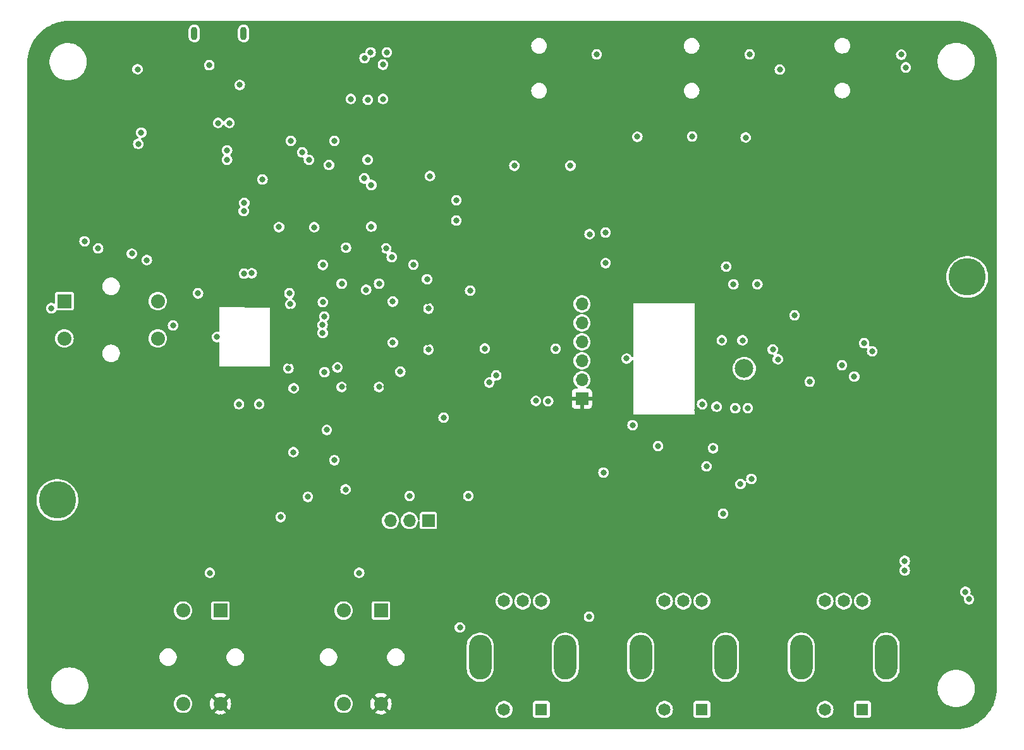
<source format=gbr>
%TF.GenerationSoftware,KiCad,Pcbnew,7.0.10*%
%TF.CreationDate,2024-03-07T22:41:58-05:00*%
%TF.ProjectId,Current,43757272-656e-4742-9e6b-696361645f70,rev?*%
%TF.SameCoordinates,Original*%
%TF.FileFunction,Copper,L3,Inr*%
%TF.FilePolarity,Positive*%
%FSLAX46Y46*%
G04 Gerber Fmt 4.6, Leading zero omitted, Abs format (unit mm)*
G04 Created by KiCad (PCBNEW 7.0.10) date 2024-03-07 22:41:58*
%MOMM*%
%LPD*%
G01*
G04 APERTURE LIST*
%TA.AperFunction,ComponentPad*%
%ADD10R,1.875000X1.875000*%
%TD*%
%TA.AperFunction,ComponentPad*%
%ADD11C,1.875000*%
%TD*%
%TA.AperFunction,ComponentPad*%
%ADD12R,1.650000X1.650000*%
%TD*%
%TA.AperFunction,ComponentPad*%
%ADD13C,1.650000*%
%TD*%
%TA.AperFunction,ComponentPad*%
%ADD14O,3.000000X6.000000*%
%TD*%
%TA.AperFunction,ComponentPad*%
%ADD15O,0.900000X1.800000*%
%TD*%
%TA.AperFunction,ComponentPad*%
%ADD16R,1.700000X1.700000*%
%TD*%
%TA.AperFunction,ComponentPad*%
%ADD17O,1.700000X1.700000*%
%TD*%
%TA.AperFunction,ViaPad*%
%ADD18C,0.800000*%
%TD*%
%TA.AperFunction,ViaPad*%
%ADD19C,2.500000*%
%TD*%
%TA.AperFunction,ViaPad*%
%ADD20C,5.000000*%
%TD*%
G04 APERTURE END LIST*
D10*
%TO.N,Net-(R20-Pad2)*%
%TO.C,SW3*%
X142700000Y-128050000D03*
D11*
%TO.N,+3.3V*%
X142700000Y-140550000D03*
%TO.N,N/C*%
X137700000Y-128050000D03*
X137700000Y-140550000D03*
%TD*%
D12*
%TO.N,N/C*%
%TO.C,SW5*%
X185700000Y-141300000D03*
D13*
X180700000Y-141300000D03*
%TO.N,Net-(R3-Pad2)*%
X185700000Y-126800000D03*
%TO.N,Net-(R4-Pad2)*%
X180700000Y-126800000D03*
%TO.N,GND*%
X183200000Y-126800000D03*
D14*
%TO.N,N/C*%
X188900000Y-134300000D03*
X177500000Y-134300000D03*
%TD*%
D12*
%TO.N,N/C*%
%TO.C,SW4*%
X164200000Y-141302500D03*
D13*
X159200000Y-141302500D03*
%TO.N,Net-(R52-Pad2)*%
X164200000Y-126802500D03*
%TO.N,Net-(R53-Pad2)*%
X159200000Y-126802500D03*
%TO.N,GND*%
X161700000Y-126802500D03*
D14*
%TO.N,N/C*%
X167400000Y-134302500D03*
X156000000Y-134302500D03*
%TD*%
D15*
%TO.N,N/C*%
%TO.C,J1*%
X124300000Y-50720500D03*
X117700000Y-50720500D03*
%TD*%
D10*
%TO.N,Net-(R19-Pad2)*%
%TO.C,SW2*%
X121200000Y-128050000D03*
D11*
%TO.N,+3.3V*%
X121200000Y-140550000D03*
%TO.N,N/C*%
X116200000Y-128050000D03*
X116200000Y-140550000D03*
%TD*%
D12*
%TO.N,N/C*%
%TO.C,SW6*%
X207200000Y-141300000D03*
D13*
X202200000Y-141300000D03*
%TO.N,Net-(R5-Pad2)*%
X207200000Y-126800000D03*
%TO.N,Net-(R6-Pad2)*%
X202200000Y-126800000D03*
%TO.N,GND*%
X204700000Y-126800000D03*
D14*
%TO.N,N/C*%
X210400000Y-134300000D03*
X199000000Y-134300000D03*
%TD*%
D10*
%TO.N,GND*%
%TO.C,SW1*%
X100312500Y-86590000D03*
D11*
%TO.N,/NRST*%
X112812500Y-86590000D03*
%TO.N,N/C*%
X100312500Y-91590000D03*
X112812500Y-91590000D03*
%TD*%
D16*
%TO.N,/Ext1*%
%TO.C,J7*%
X149060000Y-116000000D03*
D17*
%TO.N,/Ext2*%
X146520000Y-116000000D03*
%TO.N,/Ext3*%
X143980000Y-116000000D03*
%TD*%
D16*
%TO.N,+3.3V*%
%TO.C,J6*%
X169630000Y-99670000D03*
D17*
%TO.N,SWCLK*%
X169630000Y-97130000D03*
%TO.N,SWDIO*%
X169630000Y-94590000D03*
%TO.N,RST*%
X169630000Y-92050000D03*
%TO.N,SWO*%
X169630000Y-89510000D03*
%TO.N,GND*%
X169630000Y-86970000D03*
%TD*%
D18*
%TO.N,+3.3V*%
X142480000Y-142360000D03*
X183200000Y-85300000D03*
X136950000Y-79525000D03*
X150810000Y-60500000D03*
X143450000Y-98100000D03*
X130500000Y-94650000D03*
X148450000Y-98100000D03*
X148900000Y-86650000D03*
X110200000Y-59720500D03*
X138450000Y-98100000D03*
X107510000Y-59860000D03*
X148900000Y-80150000D03*
X117900000Y-83690000D03*
X132095000Y-97955000D03*
X204380000Y-120180000D03*
X193200000Y-109100000D03*
X130650000Y-87950000D03*
X144930000Y-66150000D03*
X130500000Y-82650000D03*
X149554265Y-50730515D03*
X130950000Y-76650000D03*
X186850000Y-100010000D03*
X121250000Y-142300000D03*
X184896324Y-80640000D03*
X185039261Y-101150000D03*
X148900000Y-92150000D03*
X121000000Y-100340000D03*
X161480000Y-120182500D03*
X183100000Y-119980000D03*
X130950000Y-80250000D03*
X142450000Y-79700000D03*
%TO.N,/PE4(SAI1_FS_A {slash} ADCL)*%
X191835000Y-100935000D03*
X192330000Y-110410000D03*
X190170000Y-100940000D03*
X104830000Y-79530000D03*
%TO.N,/PE3(SA1_SD_B {slash} MISO)*%
X103000000Y-78570000D03*
X190870000Y-111110000D03*
%TO.N,/PE5(SAI1_SCK_A {slash} SCK)*%
X109340000Y-80235000D03*
X172510000Y-109575000D03*
%TO.N,/PE6(SA1_SD_A {slash} MOSI)*%
X186315000Y-108730000D03*
X111360000Y-81090000D03*
%TO.N,/PF0(I2C2_SDA {slash} SDA)*%
X125410000Y-82850000D03*
X124405025Y-73445025D03*
%TO.N,/PF1(I2C2_SCL {slash} SCL)*%
X124360000Y-82920000D03*
X124330000Y-74540000D03*
%TO.N,Net-(U3-BCLK)*%
X176410000Y-103210000D03*
X187660000Y-100740000D03*
%TO.N,Net-(U3-LHPOUT)*%
X207430000Y-92220000D03*
X208500000Y-93300000D03*
%TO.N,Net-(U3-MICBIAS)*%
X195191955Y-93081955D03*
X188950000Y-81970000D03*
%TO.N,Net-(U3-MICIN)*%
X193130000Y-84330000D03*
X189930000Y-84330000D03*
%TO.N,GNDA*%
X192090000Y-53537500D03*
X212400000Y-53560000D03*
X171610000Y-53537500D03*
X168090000Y-68450000D03*
D19*
X191370000Y-95630000D03*
D18*
X184400000Y-64530000D03*
X160580000Y-68450000D03*
X200150000Y-97400000D03*
X191560000Y-64660000D03*
X196130000Y-55560000D03*
D20*
X221250000Y-83350000D03*
D18*
X198100000Y-88500000D03*
X177060000Y-64570000D03*
X130324741Y-95583696D03*
X172800000Y-77400000D03*
X213010000Y-55280000D03*
X170650000Y-77620000D03*
X195871905Y-94381905D03*
%TO.N,+3.3VA*%
X204450000Y-95180000D03*
X206109975Y-96689975D03*
%TO.N,GND*%
X212865000Y-122675000D03*
X110100000Y-55520500D03*
X142450000Y-98100000D03*
X134915000Y-86725000D03*
X143490000Y-53256250D03*
X149280000Y-69830000D03*
X142450000Y-84250000D03*
X135150000Y-96100000D03*
X120900000Y-62720500D03*
X114850000Y-89850000D03*
X119720000Y-54980000D03*
X212875000Y-121405000D03*
X145300000Y-96050000D03*
X136470000Y-107910000D03*
X123800000Y-57620500D03*
X110600000Y-64020500D03*
X122100000Y-67640000D03*
X122100000Y-66390000D03*
X120750000Y-91400000D03*
X130990000Y-106830000D03*
X143383238Y-79525000D03*
X149074119Y-87583910D03*
X144300000Y-86650000D03*
X138027759Y-79419663D03*
X123700000Y-100400000D03*
X139800000Y-123000000D03*
X119800000Y-123000000D03*
X98580000Y-87540000D03*
X122400000Y-62720500D03*
X110200000Y-65520500D03*
X137970000Y-111820000D03*
X137450000Y-84250000D03*
D20*
X99360000Y-113240000D03*
D18*
X144300000Y-92150000D03*
X129060000Y-76670000D03*
X147060000Y-81710000D03*
X187200000Y-106300000D03*
X136880000Y-95470000D03*
X126400000Y-100400000D03*
X172800000Y-81500000D03*
X149075000Y-93083560D03*
X131017272Y-98275000D03*
X144150000Y-80700000D03*
X130583431Y-87002333D03*
X191130000Y-91840000D03*
X185714261Y-100410000D03*
X129280000Y-115530000D03*
X134920000Y-81740000D03*
X188360000Y-91840000D03*
X137450000Y-98100000D03*
X175630000Y-94290000D03*
X179830000Y-106010000D03*
X151100000Y-102200000D03*
%TO.N,Net-(U4-VCAP_2)*%
X148880000Y-83650000D03*
%TO.N,/Boot0*%
X133780000Y-76690000D03*
%TO.N,SWCLK*%
X157210000Y-97500000D03*
%TO.N,SWDIO*%
X158160000Y-96550000D03*
%TO.N,/D3*%
X132920000Y-112820000D03*
X188530000Y-115070000D03*
%TO.N,/D13*%
X166110000Y-92970000D03*
X156610000Y-92950000D03*
%TO.N,/D6*%
X165110000Y-99990000D03*
X163460000Y-99960000D03*
%TO.N,/D1*%
X221000000Y-125540000D03*
X170580000Y-128880000D03*
%TO.N,/D2*%
X221470000Y-126540000D03*
X153280000Y-130330000D03*
%TO.N,/D12*%
X135750000Y-68350000D03*
X134900000Y-90840000D03*
%TO.N,Net-(J5-Pin_6)*%
X142980000Y-54900000D03*
X142980000Y-59510000D03*
%TO.N,Net-(J5-Pin_11)*%
X138680000Y-59500000D03*
X141322534Y-53259315D03*
%TO.N,/D19*%
X141420000Y-71030000D03*
X141420000Y-76610000D03*
%TO.N,/D15*%
X133060000Y-67650000D03*
X140920000Y-67640000D03*
X135110000Y-88650000D03*
X126840000Y-70290000D03*
%TO.N,/D17*%
X154660000Y-85180000D03*
X130650000Y-65120000D03*
X136470000Y-65110000D03*
%TO.N,/D18*%
X140730000Y-85070000D03*
X140480000Y-70140000D03*
%TO.N,/D16*%
X132170000Y-66660000D03*
X134890000Y-89790000D03*
%TO.N,/D20*%
X152800000Y-75800000D03*
X152820000Y-73070000D03*
%TO.N,Net-(J5-Pin_10)*%
X140940000Y-59610000D03*
X140510000Y-54030000D03*
%TO.N,/NRST*%
X130450000Y-85550000D03*
X118200000Y-85550000D03*
%TO.N,RST*%
X135450000Y-103850000D03*
%TO.N,/Ext2*%
X146540000Y-112690000D03*
X154410000Y-112690000D03*
%TD*%
%TA.AperFunction,Conductor*%
%TO.N,+3.3V*%
G36*
X219752562Y-49050605D02*
G01*
X220194907Y-49068901D01*
X220205080Y-49069744D01*
X220641884Y-49124191D01*
X220651964Y-49125873D01*
X221082768Y-49216203D01*
X221092676Y-49218712D01*
X221514551Y-49344310D01*
X221524219Y-49347629D01*
X221800569Y-49455462D01*
X221934264Y-49507630D01*
X221943649Y-49511747D01*
X222339056Y-49705050D01*
X222348069Y-49709927D01*
X222726190Y-49935237D01*
X222734765Y-49940839D01*
X223092988Y-50196606D01*
X223101064Y-50202892D01*
X223358581Y-50420998D01*
X223436932Y-50487358D01*
X223444472Y-50494299D01*
X223755700Y-50805527D01*
X223762641Y-50813067D01*
X223976206Y-51065223D01*
X224047102Y-51148929D01*
X224053395Y-51157014D01*
X224285658Y-51482317D01*
X224309156Y-51515228D01*
X224314762Y-51523809D01*
X224540072Y-51901930D01*
X224544949Y-51910943D01*
X224738252Y-52306350D01*
X224742369Y-52315735D01*
X224902365Y-52725768D01*
X224905693Y-52735461D01*
X225031283Y-53157310D01*
X225033799Y-53167245D01*
X225124123Y-53598021D01*
X225125810Y-53608130D01*
X225180253Y-54044898D01*
X225181099Y-54055112D01*
X225199394Y-54497437D01*
X225199500Y-54502561D01*
X225199500Y-138497438D01*
X225199394Y-138502562D01*
X225181099Y-138944887D01*
X225180253Y-138955101D01*
X225125810Y-139391869D01*
X225124123Y-139401978D01*
X225033799Y-139832754D01*
X225031283Y-139842689D01*
X224905693Y-140264538D01*
X224902365Y-140274231D01*
X224742369Y-140684264D01*
X224738252Y-140693649D01*
X224544949Y-141089056D01*
X224540072Y-141098069D01*
X224314762Y-141476190D01*
X224309156Y-141484771D01*
X224053397Y-141842983D01*
X224047102Y-141851070D01*
X223762641Y-142186932D01*
X223755700Y-142194472D01*
X223444472Y-142505700D01*
X223436932Y-142512641D01*
X223101070Y-142797102D01*
X223092983Y-142803397D01*
X222734771Y-143059156D01*
X222726190Y-143064762D01*
X222348069Y-143290072D01*
X222339056Y-143294949D01*
X221943649Y-143488252D01*
X221934264Y-143492369D01*
X221524231Y-143652365D01*
X221514538Y-143655693D01*
X221092689Y-143781283D01*
X221082754Y-143783799D01*
X220651978Y-143874123D01*
X220641869Y-143875810D01*
X220205101Y-143930253D01*
X220194887Y-143931099D01*
X219752563Y-143949394D01*
X219747439Y-143949500D01*
X101141075Y-143949500D01*
X101141071Y-143949499D01*
X101116408Y-143949499D01*
X101102425Y-143949499D01*
X101097557Y-143949403D01*
X100653767Y-143931966D01*
X100644060Y-143931202D01*
X100205418Y-143879285D01*
X100195802Y-143877762D01*
X99762585Y-143791590D01*
X99753117Y-143789317D01*
X99328004Y-143669422D01*
X99318744Y-143666414D01*
X98904331Y-143513529D01*
X98895336Y-143509803D01*
X98494207Y-143324881D01*
X98485532Y-143320460D01*
X98100141Y-143104630D01*
X98091839Y-143099543D01*
X97724579Y-142854148D01*
X97716702Y-142848425D01*
X97651599Y-142797102D01*
X97369819Y-142574964D01*
X97362419Y-142568644D01*
X97298250Y-142509327D01*
X97038060Y-142268810D01*
X97031189Y-142261939D01*
X96731350Y-141937574D01*
X96725032Y-141930177D01*
X96659580Y-141847152D01*
X96451571Y-141583294D01*
X96445851Y-141575420D01*
X96200456Y-141208160D01*
X96195369Y-141199858D01*
X95979539Y-140814467D01*
X95975124Y-140805804D01*
X95790357Y-140405012D01*
X95790196Y-140404663D01*
X95786470Y-140395668D01*
X95763795Y-140334206D01*
X95633584Y-139981254D01*
X95630577Y-139971995D01*
X95575709Y-139777449D01*
X95510681Y-139546878D01*
X95508409Y-139537414D01*
X95505523Y-139522903D01*
X95422236Y-139104192D01*
X95420714Y-139094581D01*
X95405907Y-138969476D01*
X95368795Y-138655920D01*
X95368034Y-138646250D01*
X95355913Y-138337748D01*
X98519081Y-138337748D01*
X98558513Y-138649882D01*
X98558515Y-138649895D01*
X98636761Y-138954644D01*
X98636762Y-138954647D01*
X98752582Y-139247176D01*
X98752583Y-139247177D01*
X98752585Y-139247182D01*
X98752587Y-139247185D01*
X98904165Y-139522903D01*
X98904167Y-139522907D01*
X98904172Y-139522914D01*
X99089096Y-139777440D01*
X99089103Y-139777449D01*
X99296174Y-139997956D01*
X99304488Y-140006810D01*
X99304490Y-140006812D01*
X99546915Y-140207364D01*
X99546919Y-140207367D01*
X99674256Y-140288177D01*
X99812574Y-140375956D01*
X99933023Y-140432635D01*
X100097259Y-140509919D01*
X100097263Y-140509920D01*
X100097266Y-140509922D01*
X100396502Y-140607150D01*
X100705566Y-140666107D01*
X100705571Y-140666107D01*
X100705576Y-140666108D01*
X100940987Y-140680919D01*
X100940998Y-140680919D01*
X101098175Y-140680919D01*
X101333585Y-140666108D01*
X101333588Y-140666107D01*
X101333596Y-140666107D01*
X101642660Y-140607150D01*
X101818549Y-140550000D01*
X114957271Y-140550000D01*
X114976150Y-140765793D01*
X114976152Y-140765802D01*
X115032214Y-140975030D01*
X115032219Y-140975044D01*
X115123763Y-141171361D01*
X115123767Y-141171369D01*
X115248010Y-141348806D01*
X115248015Y-141348812D01*
X115401187Y-141501984D01*
X115401193Y-141501989D01*
X115578630Y-141626232D01*
X115578632Y-141626233D01*
X115578635Y-141626235D01*
X115696750Y-141681312D01*
X115774955Y-141717780D01*
X115774957Y-141717780D01*
X115774962Y-141717783D01*
X115984202Y-141773849D01*
X116156840Y-141788953D01*
X116199999Y-141792729D01*
X116200000Y-141792729D01*
X116200001Y-141792729D01*
X116235966Y-141789582D01*
X116415798Y-141773849D01*
X116625038Y-141717783D01*
X116821365Y-141626235D01*
X116998811Y-141501986D01*
X117151986Y-141348811D01*
X117276235Y-141171365D01*
X117367783Y-140975038D01*
X117423849Y-140765798D01*
X117442729Y-140550005D01*
X119757573Y-140550005D01*
X119777244Y-140787407D01*
X119777246Y-140787419D01*
X119835727Y-141018353D01*
X119931421Y-141236515D01*
X120021719Y-141374727D01*
X120617293Y-140779153D01*
X120629989Y-140818227D01*
X120714602Y-140951556D01*
X120829715Y-141059654D01*
X120967919Y-141135633D01*
X120374478Y-141729073D01*
X120374478Y-141729074D01*
X120411066Y-141757551D01*
X120411069Y-141757553D01*
X120620577Y-141870932D01*
X120620588Y-141870937D01*
X120845901Y-141948288D01*
X121080886Y-141987500D01*
X121319114Y-141987500D01*
X121554098Y-141948288D01*
X121779411Y-141870937D01*
X121779422Y-141870932D01*
X121988929Y-141757553D01*
X121988934Y-141757550D01*
X122025520Y-141729074D01*
X122025520Y-141729073D01*
X121428271Y-141131824D01*
X121503489Y-141102044D01*
X121631242Y-141009226D01*
X121731899Y-140887553D01*
X121782843Y-140779291D01*
X122378279Y-141374727D01*
X122468576Y-141236520D01*
X122564272Y-141018353D01*
X122622753Y-140787419D01*
X122622755Y-140787407D01*
X122642427Y-140550005D01*
X122642427Y-140550000D01*
X136457271Y-140550000D01*
X136476150Y-140765793D01*
X136476152Y-140765802D01*
X136532214Y-140975030D01*
X136532219Y-140975044D01*
X136623763Y-141171361D01*
X136623767Y-141171369D01*
X136748010Y-141348806D01*
X136748015Y-141348812D01*
X136901187Y-141501984D01*
X136901193Y-141501989D01*
X137078630Y-141626232D01*
X137078632Y-141626233D01*
X137078635Y-141626235D01*
X137196750Y-141681312D01*
X137274955Y-141717780D01*
X137274957Y-141717780D01*
X137274962Y-141717783D01*
X137484202Y-141773849D01*
X137656840Y-141788953D01*
X137699999Y-141792729D01*
X137700000Y-141792729D01*
X137700001Y-141792729D01*
X137735966Y-141789582D01*
X137915798Y-141773849D01*
X138125038Y-141717783D01*
X138321365Y-141626235D01*
X138498811Y-141501986D01*
X138651986Y-141348811D01*
X138776235Y-141171365D01*
X138867783Y-140975038D01*
X138923849Y-140765798D01*
X138942729Y-140550005D01*
X141257573Y-140550005D01*
X141277244Y-140787407D01*
X141277246Y-140787419D01*
X141335727Y-141018353D01*
X141431421Y-141236515D01*
X141521719Y-141374727D01*
X142117293Y-140779153D01*
X142129989Y-140818227D01*
X142214602Y-140951556D01*
X142329715Y-141059654D01*
X142467919Y-141135633D01*
X141874478Y-141729073D01*
X141874478Y-141729074D01*
X141911066Y-141757551D01*
X141911069Y-141757553D01*
X142120577Y-141870932D01*
X142120588Y-141870937D01*
X142345901Y-141948288D01*
X142580886Y-141987500D01*
X142819114Y-141987500D01*
X143054098Y-141948288D01*
X143279411Y-141870937D01*
X143279422Y-141870932D01*
X143488929Y-141757553D01*
X143488934Y-141757550D01*
X143525520Y-141729074D01*
X143525520Y-141729073D01*
X142928271Y-141131824D01*
X143003489Y-141102044D01*
X143131242Y-141009226D01*
X143231899Y-140887553D01*
X143282843Y-140779291D01*
X143878279Y-141374727D01*
X143925468Y-141302500D01*
X158069678Y-141302500D01*
X158088923Y-141510191D01*
X158088923Y-141510193D01*
X158088924Y-141510196D01*
X158109723Y-141583297D01*
X158146007Y-141710822D01*
X158177390Y-141773847D01*
X158238981Y-141897538D01*
X158364682Y-142063993D01*
X158518829Y-142204516D01*
X158696172Y-142314323D01*
X158890673Y-142389673D01*
X159095707Y-142428000D01*
X159095710Y-142428000D01*
X159304290Y-142428000D01*
X159304293Y-142428000D01*
X159509327Y-142389673D01*
X159703828Y-142314323D01*
X159881171Y-142204516D01*
X159916449Y-142172356D01*
X163074500Y-142172356D01*
X163074502Y-142172382D01*
X163077413Y-142197487D01*
X163077415Y-142197491D01*
X163122793Y-142300264D01*
X163122794Y-142300265D01*
X163202235Y-142379706D01*
X163305009Y-142425085D01*
X163330135Y-142428000D01*
X165069864Y-142427999D01*
X165069879Y-142427997D01*
X165069882Y-142427997D01*
X165094987Y-142425086D01*
X165094988Y-142425085D01*
X165094991Y-142425085D01*
X165197765Y-142379706D01*
X165277206Y-142300265D01*
X165322585Y-142197491D01*
X165325500Y-142172365D01*
X165325499Y-141300000D01*
X179569678Y-141300000D01*
X179588923Y-141507691D01*
X179588923Y-141507693D01*
X179588924Y-141507696D01*
X179646006Y-141708319D01*
X179646007Y-141708322D01*
X179726978Y-141870932D01*
X179738981Y-141895038D01*
X179864682Y-142061493D01*
X180018829Y-142202016D01*
X180196172Y-142311823D01*
X180390673Y-142387173D01*
X180595707Y-142425500D01*
X180595710Y-142425500D01*
X180804290Y-142425500D01*
X180804293Y-142425500D01*
X181009327Y-142387173D01*
X181203828Y-142311823D01*
X181381171Y-142202016D01*
X181416449Y-142169856D01*
X184574500Y-142169856D01*
X184574502Y-142169882D01*
X184577413Y-142194987D01*
X184577415Y-142194991D01*
X184622793Y-142297764D01*
X184622794Y-142297765D01*
X184702235Y-142377206D01*
X184805009Y-142422585D01*
X184830135Y-142425500D01*
X186569864Y-142425499D01*
X186569879Y-142425497D01*
X186569882Y-142425497D01*
X186594987Y-142422586D01*
X186594988Y-142422585D01*
X186594991Y-142422585D01*
X186697765Y-142377206D01*
X186777206Y-142297765D01*
X186822585Y-142194991D01*
X186825500Y-142169865D01*
X186825499Y-141300000D01*
X201069678Y-141300000D01*
X201088923Y-141507691D01*
X201088923Y-141507693D01*
X201088924Y-141507696D01*
X201146006Y-141708319D01*
X201146007Y-141708322D01*
X201226978Y-141870932D01*
X201238981Y-141895038D01*
X201364682Y-142061493D01*
X201518829Y-142202016D01*
X201696172Y-142311823D01*
X201890673Y-142387173D01*
X202095707Y-142425500D01*
X202095710Y-142425500D01*
X202304290Y-142425500D01*
X202304293Y-142425500D01*
X202509327Y-142387173D01*
X202703828Y-142311823D01*
X202881171Y-142202016D01*
X202916449Y-142169856D01*
X206074500Y-142169856D01*
X206074502Y-142169882D01*
X206077413Y-142194987D01*
X206077415Y-142194991D01*
X206122793Y-142297764D01*
X206122794Y-142297765D01*
X206202235Y-142377206D01*
X206305009Y-142422585D01*
X206330135Y-142425500D01*
X208069864Y-142425499D01*
X208069879Y-142425497D01*
X208069882Y-142425497D01*
X208094987Y-142422586D01*
X208094988Y-142422585D01*
X208094991Y-142422585D01*
X208197765Y-142377206D01*
X208277206Y-142297765D01*
X208322585Y-142194991D01*
X208325500Y-142169865D01*
X208325499Y-140430136D01*
X208324626Y-140422605D01*
X208322586Y-140405012D01*
X208322585Y-140405010D01*
X208322585Y-140405009D01*
X208277206Y-140302235D01*
X208197765Y-140222794D01*
X208162824Y-140207366D01*
X208094992Y-140177415D01*
X208069865Y-140174500D01*
X206330143Y-140174500D01*
X206330117Y-140174502D01*
X206305012Y-140177413D01*
X206305008Y-140177415D01*
X206202235Y-140222793D01*
X206122794Y-140302234D01*
X206077415Y-140405006D01*
X206077415Y-140405008D01*
X206074500Y-140430131D01*
X206074500Y-142169856D01*
X202916449Y-142169856D01*
X203035318Y-142061493D01*
X203161019Y-141895038D01*
X203253994Y-141708319D01*
X203311076Y-141507696D01*
X203330322Y-141300000D01*
X203311076Y-141092304D01*
X203253994Y-140891681D01*
X203161019Y-140704962D01*
X203035318Y-140538507D01*
X203022638Y-140526948D01*
X202888874Y-140405006D01*
X202881171Y-140397984D01*
X202703828Y-140288177D01*
X202703827Y-140288176D01*
X202535052Y-140222793D01*
X202509327Y-140212827D01*
X202304293Y-140174500D01*
X202095707Y-140174500D01*
X201890673Y-140212827D01*
X201890670Y-140212827D01*
X201890670Y-140212828D01*
X201696172Y-140288176D01*
X201696171Y-140288177D01*
X201518827Y-140397985D01*
X201364683Y-140538505D01*
X201238981Y-140704961D01*
X201146007Y-140891677D01*
X201088923Y-141092308D01*
X201069678Y-141299999D01*
X201069678Y-141300000D01*
X186825499Y-141300000D01*
X186825499Y-140430136D01*
X186824626Y-140422605D01*
X186822586Y-140405012D01*
X186822585Y-140405010D01*
X186822585Y-140405009D01*
X186777206Y-140302235D01*
X186697765Y-140222794D01*
X186662824Y-140207366D01*
X186594992Y-140177415D01*
X186569865Y-140174500D01*
X184830143Y-140174500D01*
X184830117Y-140174502D01*
X184805012Y-140177413D01*
X184805008Y-140177415D01*
X184702235Y-140222793D01*
X184622794Y-140302234D01*
X184577415Y-140405006D01*
X184577415Y-140405008D01*
X184574500Y-140430131D01*
X184574500Y-142169856D01*
X181416449Y-142169856D01*
X181535318Y-142061493D01*
X181661019Y-141895038D01*
X181753994Y-141708319D01*
X181811076Y-141507696D01*
X181830322Y-141300000D01*
X181811076Y-141092304D01*
X181753994Y-140891681D01*
X181661019Y-140704962D01*
X181535318Y-140538507D01*
X181522638Y-140526948D01*
X181388874Y-140405006D01*
X181381171Y-140397984D01*
X181203828Y-140288177D01*
X181203827Y-140288176D01*
X181035052Y-140222793D01*
X181009327Y-140212827D01*
X180804293Y-140174500D01*
X180595707Y-140174500D01*
X180390673Y-140212827D01*
X180390670Y-140212827D01*
X180390670Y-140212828D01*
X180196172Y-140288176D01*
X180196171Y-140288177D01*
X180018827Y-140397985D01*
X179864683Y-140538505D01*
X179738981Y-140704961D01*
X179646007Y-140891677D01*
X179588923Y-141092308D01*
X179569678Y-141299999D01*
X179569678Y-141300000D01*
X165325499Y-141300000D01*
X165325499Y-140432636D01*
X165325209Y-140430135D01*
X165322586Y-140407512D01*
X165322585Y-140407510D01*
X165322585Y-140407509D01*
X165277206Y-140304735D01*
X165197765Y-140225294D01*
X165157162Y-140207366D01*
X165094992Y-140179915D01*
X165069865Y-140177000D01*
X163330143Y-140177000D01*
X163330117Y-140177002D01*
X163305012Y-140179913D01*
X163305008Y-140179915D01*
X163202235Y-140225293D01*
X163122794Y-140304734D01*
X163077415Y-140407506D01*
X163077415Y-140407508D01*
X163074500Y-140432631D01*
X163074500Y-142172356D01*
X159916449Y-142172356D01*
X160035318Y-142063993D01*
X160161019Y-141897538D01*
X160253994Y-141710819D01*
X160311076Y-141510196D01*
X160330322Y-141302500D01*
X160311076Y-141094804D01*
X160253994Y-140894181D01*
X160161019Y-140707462D01*
X160035318Y-140541007D01*
X160032573Y-140538505D01*
X159915694Y-140431956D01*
X159881171Y-140400484D01*
X159703828Y-140290677D01*
X159703827Y-140290676D01*
X159535052Y-140225293D01*
X159509327Y-140215327D01*
X159304293Y-140177000D01*
X159095707Y-140177000D01*
X158890673Y-140215327D01*
X158890670Y-140215327D01*
X158890670Y-140215328D01*
X158696172Y-140290676D01*
X158696171Y-140290677D01*
X158518827Y-140400485D01*
X158364683Y-140541005D01*
X158238981Y-140707461D01*
X158146007Y-140894177D01*
X158146006Y-140894181D01*
X158090560Y-141089056D01*
X158088923Y-141094808D01*
X158069678Y-141302499D01*
X158069678Y-141302500D01*
X143925468Y-141302500D01*
X143968576Y-141236520D01*
X144064272Y-141018353D01*
X144122753Y-140787419D01*
X144122755Y-140787407D01*
X144142427Y-140550005D01*
X144142427Y-140549994D01*
X144122755Y-140312592D01*
X144122753Y-140312580D01*
X144064272Y-140081646D01*
X143968576Y-139863479D01*
X143878279Y-139725271D01*
X143282706Y-140320845D01*
X143270011Y-140281773D01*
X143185398Y-140148444D01*
X143070285Y-140040346D01*
X142932080Y-139964366D01*
X143525520Y-139370925D01*
X143488931Y-139342447D01*
X143488929Y-139342446D01*
X143279422Y-139229067D01*
X143279411Y-139229062D01*
X143054098Y-139151711D01*
X142819114Y-139112500D01*
X142580886Y-139112500D01*
X142345901Y-139151711D01*
X142120588Y-139229062D01*
X142120577Y-139229067D01*
X141911064Y-139342449D01*
X141874478Y-139370924D01*
X141874478Y-139370926D01*
X142471728Y-139968175D01*
X142396511Y-139997956D01*
X142268758Y-140090774D01*
X142168101Y-140212447D01*
X142117156Y-140320709D01*
X141521718Y-139725271D01*
X141431422Y-139863481D01*
X141335727Y-140081646D01*
X141277246Y-140312580D01*
X141277244Y-140312592D01*
X141257573Y-140549994D01*
X141257573Y-140550005D01*
X138942729Y-140550005D01*
X138942729Y-140550000D01*
X138942728Y-140549994D01*
X138938953Y-140506840D01*
X138923849Y-140334202D01*
X138867783Y-140124962D01*
X138776235Y-139928636D01*
X138709098Y-139832754D01*
X138651987Y-139751190D01*
X138626068Y-139725271D01*
X138498811Y-139598014D01*
X138498807Y-139598011D01*
X138498806Y-139598010D01*
X138321369Y-139473767D01*
X138321361Y-139473763D01*
X138125044Y-139382219D01*
X138125030Y-139382214D01*
X137915802Y-139326152D01*
X137915793Y-139326150D01*
X137700001Y-139307271D01*
X137699999Y-139307271D01*
X137484206Y-139326150D01*
X137484197Y-139326152D01*
X137274969Y-139382214D01*
X137274960Y-139382218D01*
X137078637Y-139473764D01*
X137078635Y-139473765D01*
X136901186Y-139598015D01*
X136748015Y-139751186D01*
X136623765Y-139928635D01*
X136623764Y-139928637D01*
X136532218Y-140124960D01*
X136532214Y-140124969D01*
X136476152Y-140334197D01*
X136476150Y-140334206D01*
X136457271Y-140549999D01*
X136457271Y-140550000D01*
X122642427Y-140550000D01*
X122642427Y-140549994D01*
X122622755Y-140312592D01*
X122622753Y-140312580D01*
X122564272Y-140081646D01*
X122468576Y-139863479D01*
X122378279Y-139725271D01*
X121782706Y-140320845D01*
X121770011Y-140281773D01*
X121685398Y-140148444D01*
X121570285Y-140040346D01*
X121432080Y-139964366D01*
X122025520Y-139370925D01*
X121988931Y-139342447D01*
X121988929Y-139342446D01*
X121779422Y-139229067D01*
X121779411Y-139229062D01*
X121554098Y-139151711D01*
X121319114Y-139112500D01*
X121080886Y-139112500D01*
X120845901Y-139151711D01*
X120620588Y-139229062D01*
X120620577Y-139229067D01*
X120411064Y-139342449D01*
X120374478Y-139370924D01*
X120374478Y-139370926D01*
X120971728Y-139968175D01*
X120896511Y-139997956D01*
X120768758Y-140090774D01*
X120668101Y-140212447D01*
X120617156Y-140320709D01*
X120021718Y-139725271D01*
X119931422Y-139863481D01*
X119835727Y-140081646D01*
X119777246Y-140312580D01*
X119777244Y-140312592D01*
X119757573Y-140549994D01*
X119757573Y-140550005D01*
X117442729Y-140550005D01*
X117442729Y-140550000D01*
X117442728Y-140549994D01*
X117438953Y-140506840D01*
X117423849Y-140334202D01*
X117367783Y-140124962D01*
X117276235Y-139928636D01*
X117209098Y-139832754D01*
X117151987Y-139751190D01*
X117126068Y-139725271D01*
X116998811Y-139598014D01*
X116998807Y-139598011D01*
X116998806Y-139598010D01*
X116821369Y-139473767D01*
X116821361Y-139473763D01*
X116625044Y-139382219D01*
X116625030Y-139382214D01*
X116415802Y-139326152D01*
X116415793Y-139326150D01*
X116200001Y-139307271D01*
X116199999Y-139307271D01*
X115984206Y-139326150D01*
X115984197Y-139326152D01*
X115774969Y-139382214D01*
X115774960Y-139382218D01*
X115578637Y-139473764D01*
X115578635Y-139473765D01*
X115401186Y-139598015D01*
X115248015Y-139751186D01*
X115123765Y-139928635D01*
X115123764Y-139928637D01*
X115032218Y-140124960D01*
X115032214Y-140124969D01*
X114976152Y-140334197D01*
X114976150Y-140334206D01*
X114957271Y-140549999D01*
X114957271Y-140550000D01*
X101818549Y-140550000D01*
X101941896Y-140509922D01*
X102226588Y-140375956D01*
X102492244Y-140207366D01*
X102734675Y-140006809D01*
X102950059Y-139777449D01*
X103134997Y-139522903D01*
X103286575Y-139247185D01*
X103293749Y-139229067D01*
X103402399Y-138954647D01*
X103402400Y-138954644D01*
X103463139Y-138718080D01*
X103478737Y-138657329D01*
X217249500Y-138657329D01*
X217288932Y-138969463D01*
X217288934Y-138969476D01*
X217367180Y-139274225D01*
X217367181Y-139274228D01*
X217483001Y-139566757D01*
X217483002Y-139566758D01*
X217483004Y-139566763D01*
X217483006Y-139566766D01*
X217634584Y-139842484D01*
X217634586Y-139842488D01*
X217634591Y-139842495D01*
X217819515Y-140097021D01*
X217819523Y-140097031D01*
X218034907Y-140326391D01*
X218034909Y-140326393D01*
X218277334Y-140526945D01*
X218277338Y-140526948D01*
X218375993Y-140589556D01*
X218542993Y-140695537D01*
X218692305Y-140765798D01*
X218827678Y-140829500D01*
X218827682Y-140829501D01*
X218827685Y-140829503D01*
X219126921Y-140926731D01*
X219435985Y-140985688D01*
X219435990Y-140985688D01*
X219435995Y-140985689D01*
X219671406Y-141000500D01*
X219671417Y-141000500D01*
X219828594Y-141000500D01*
X220064004Y-140985689D01*
X220064007Y-140985688D01*
X220064015Y-140985688D01*
X220373079Y-140926731D01*
X220672315Y-140829503D01*
X220957007Y-140695537D01*
X221222663Y-140526947D01*
X221465094Y-140326390D01*
X221680478Y-140097030D01*
X221865416Y-139842484D01*
X222016994Y-139566766D01*
X222028616Y-139537414D01*
X222132818Y-139274228D01*
X222132819Y-139274225D01*
X222211065Y-138969476D01*
X222211066Y-138969473D01*
X222250500Y-138657318D01*
X222250500Y-138342682D01*
X222250499Y-138342680D01*
X222250499Y-138342670D01*
X222211067Y-138030536D01*
X222211065Y-138030523D01*
X222132819Y-137725774D01*
X222132818Y-137725771D01*
X222016998Y-137433242D01*
X222016997Y-137433241D01*
X222016996Y-137433239D01*
X222016994Y-137433234D01*
X221865416Y-137157516D01*
X221865410Y-137157509D01*
X221865408Y-137157504D01*
X221680484Y-136902978D01*
X221680476Y-136902968D01*
X221465092Y-136673608D01*
X221465090Y-136673606D01*
X221222665Y-136473054D01*
X221222661Y-136473051D01*
X220957009Y-136304464D01*
X220957003Y-136304461D01*
X220672321Y-136170499D01*
X220672316Y-136170497D01*
X220373083Y-136073270D01*
X220373080Y-136073269D01*
X220373079Y-136073269D01*
X220218547Y-136043790D01*
X220064011Y-136014311D01*
X220064004Y-136014310D01*
X219828594Y-135999500D01*
X219828583Y-135999500D01*
X219671417Y-135999500D01*
X219671406Y-135999500D01*
X219435995Y-136014310D01*
X219435988Y-136014311D01*
X219157046Y-136067522D01*
X219135655Y-136071603D01*
X219126916Y-136073270D01*
X218827683Y-136170497D01*
X218827678Y-136170499D01*
X218542996Y-136304461D01*
X218542990Y-136304464D01*
X218277338Y-136473051D01*
X218277334Y-136473054D01*
X218034909Y-136673606D01*
X218034907Y-136673608D01*
X217819523Y-136902968D01*
X217819515Y-136902978D01*
X217634591Y-137157504D01*
X217634584Y-137157516D01*
X217483002Y-137433241D01*
X217483001Y-137433242D01*
X217367181Y-137725771D01*
X217367180Y-137725774D01*
X217288934Y-138030523D01*
X217288932Y-138030536D01*
X217249500Y-138342670D01*
X217249500Y-138657329D01*
X103478737Y-138657329D01*
X103480647Y-138649892D01*
X103501655Y-138483592D01*
X103520080Y-138337748D01*
X103520081Y-138337735D01*
X103520081Y-138023102D01*
X103520080Y-138023089D01*
X103480648Y-137710955D01*
X103480646Y-137710942D01*
X103402400Y-137406193D01*
X103402399Y-137406190D01*
X103286579Y-137113661D01*
X103286578Y-137113660D01*
X103286577Y-137113658D01*
X103286575Y-137113653D01*
X103134997Y-136837935D01*
X103134991Y-136837928D01*
X103134989Y-136837923D01*
X102950065Y-136583397D01*
X102950057Y-136583387D01*
X102734673Y-136354027D01*
X102734671Y-136354025D01*
X102492246Y-136153473D01*
X102492242Y-136153470D01*
X102226590Y-135984883D01*
X102226584Y-135984880D01*
X101982234Y-135869897D01*
X154199500Y-135869897D01*
X154214616Y-136071600D01*
X154274664Y-136334688D01*
X154274666Y-136334695D01*
X154372276Y-136583400D01*
X154373257Y-136585898D01*
X154508185Y-136819602D01*
X154644080Y-136990009D01*
X154676442Y-137030589D01*
X154813225Y-137157504D01*
X154874259Y-137214135D01*
X155097225Y-137366151D01*
X155097230Y-137366153D01*
X155097231Y-137366154D01*
X155097232Y-137366155D01*
X155180373Y-137406193D01*
X155340355Y-137483236D01*
X155340356Y-137483236D01*
X155340359Y-137483238D01*
X155598228Y-137562780D01*
X155598229Y-137562780D01*
X155598232Y-137562781D01*
X155865063Y-137602999D01*
X155865068Y-137602999D01*
X155865071Y-137603000D01*
X155865072Y-137603000D01*
X156134928Y-137603000D01*
X156134929Y-137603000D01*
X156134936Y-137602999D01*
X156401767Y-137562781D01*
X156401768Y-137562780D01*
X156401772Y-137562780D01*
X156659641Y-137483238D01*
X156902774Y-137366151D01*
X157125741Y-137214135D01*
X157323561Y-137030585D01*
X157491815Y-136819602D01*
X157626743Y-136585898D01*
X157725334Y-136334695D01*
X157785383Y-136071603D01*
X157791882Y-135984880D01*
X157800499Y-135869897D01*
X165599500Y-135869897D01*
X165614616Y-136071600D01*
X165674664Y-136334688D01*
X165674666Y-136334695D01*
X165772276Y-136583400D01*
X165773257Y-136585898D01*
X165908185Y-136819602D01*
X166044080Y-136990009D01*
X166076442Y-137030589D01*
X166213225Y-137157504D01*
X166274259Y-137214135D01*
X166497225Y-137366151D01*
X166497230Y-137366153D01*
X166497231Y-137366154D01*
X166497232Y-137366155D01*
X166580373Y-137406193D01*
X166740355Y-137483236D01*
X166740356Y-137483236D01*
X166740359Y-137483238D01*
X166998228Y-137562780D01*
X166998229Y-137562780D01*
X166998232Y-137562781D01*
X167265063Y-137602999D01*
X167265068Y-137602999D01*
X167265071Y-137603000D01*
X167265072Y-137603000D01*
X167534928Y-137603000D01*
X167534929Y-137603000D01*
X167534936Y-137602999D01*
X167801767Y-137562781D01*
X167801768Y-137562780D01*
X167801772Y-137562780D01*
X168059641Y-137483238D01*
X168302774Y-137366151D01*
X168525741Y-137214135D01*
X168723561Y-137030585D01*
X168891815Y-136819602D01*
X169026743Y-136585898D01*
X169125334Y-136334695D01*
X169185383Y-136071603D01*
X169191882Y-135984880D01*
X169200499Y-135869897D01*
X169200500Y-135869874D01*
X169200500Y-135867397D01*
X175699500Y-135867397D01*
X175714616Y-136069100D01*
X175774664Y-136332188D01*
X175774666Y-136332195D01*
X175873256Y-136583396D01*
X175873258Y-136583400D01*
X175901770Y-136632784D01*
X176008185Y-136817102D01*
X176076663Y-136902970D01*
X176176442Y-137028089D01*
X176363183Y-137201358D01*
X176374259Y-137211635D01*
X176597225Y-137363651D01*
X176597230Y-137363653D01*
X176597231Y-137363654D01*
X176597232Y-137363655D01*
X176726359Y-137425838D01*
X176840355Y-137480736D01*
X176840356Y-137480736D01*
X176840359Y-137480738D01*
X177098228Y-137560280D01*
X177098229Y-137560280D01*
X177098232Y-137560281D01*
X177365063Y-137600499D01*
X177365068Y-137600499D01*
X177365071Y-137600500D01*
X177365072Y-137600500D01*
X177634928Y-137600500D01*
X177634929Y-137600500D01*
X177634936Y-137600499D01*
X177901767Y-137560281D01*
X177901768Y-137560280D01*
X177901772Y-137560280D01*
X178159641Y-137480738D01*
X178402774Y-137363651D01*
X178625741Y-137211635D01*
X178779259Y-137069190D01*
X178823557Y-137028089D01*
X178823557Y-137028087D01*
X178823561Y-137028085D01*
X178991815Y-136817102D01*
X179126743Y-136583398D01*
X179225334Y-136332195D01*
X179285383Y-136069103D01*
X179291694Y-135984882D01*
X179300499Y-135867397D01*
X187099500Y-135867397D01*
X187114616Y-136069100D01*
X187174664Y-136332188D01*
X187174666Y-136332195D01*
X187273256Y-136583396D01*
X187273258Y-136583400D01*
X187301770Y-136632784D01*
X187408185Y-136817102D01*
X187476663Y-136902970D01*
X187576442Y-137028089D01*
X187763183Y-137201358D01*
X187774259Y-137211635D01*
X187997225Y-137363651D01*
X187997230Y-137363653D01*
X187997231Y-137363654D01*
X187997232Y-137363655D01*
X188126359Y-137425838D01*
X188240355Y-137480736D01*
X188240356Y-137480736D01*
X188240359Y-137480738D01*
X188498228Y-137560280D01*
X188498229Y-137560280D01*
X188498232Y-137560281D01*
X188765063Y-137600499D01*
X188765068Y-137600499D01*
X188765071Y-137600500D01*
X188765072Y-137600500D01*
X189034928Y-137600500D01*
X189034929Y-137600500D01*
X189034936Y-137600499D01*
X189301767Y-137560281D01*
X189301768Y-137560280D01*
X189301772Y-137560280D01*
X189559641Y-137480738D01*
X189802774Y-137363651D01*
X190025741Y-137211635D01*
X190179259Y-137069190D01*
X190223557Y-137028089D01*
X190223557Y-137028087D01*
X190223561Y-137028085D01*
X190391815Y-136817102D01*
X190526743Y-136583398D01*
X190625334Y-136332195D01*
X190685383Y-136069103D01*
X190691694Y-135984882D01*
X190700499Y-135867397D01*
X197199500Y-135867397D01*
X197214616Y-136069100D01*
X197274664Y-136332188D01*
X197274666Y-136332195D01*
X197373256Y-136583396D01*
X197373258Y-136583400D01*
X197401770Y-136632784D01*
X197508185Y-136817102D01*
X197576663Y-136902970D01*
X197676442Y-137028089D01*
X197863183Y-137201358D01*
X197874259Y-137211635D01*
X198097225Y-137363651D01*
X198097230Y-137363653D01*
X198097231Y-137363654D01*
X198097232Y-137363655D01*
X198226359Y-137425838D01*
X198340355Y-137480736D01*
X198340356Y-137480736D01*
X198340359Y-137480738D01*
X198598228Y-137560280D01*
X198598229Y-137560280D01*
X198598232Y-137560281D01*
X198865063Y-137600499D01*
X198865068Y-137600499D01*
X198865071Y-137600500D01*
X198865072Y-137600500D01*
X199134928Y-137600500D01*
X199134929Y-137600500D01*
X199134936Y-137600499D01*
X199401767Y-137560281D01*
X199401768Y-137560280D01*
X199401772Y-137560280D01*
X199659641Y-137480738D01*
X199902774Y-137363651D01*
X200125741Y-137211635D01*
X200279259Y-137069190D01*
X200323557Y-137028089D01*
X200323557Y-137028087D01*
X200323561Y-137028085D01*
X200491815Y-136817102D01*
X200626743Y-136583398D01*
X200725334Y-136332195D01*
X200785383Y-136069103D01*
X200791694Y-135984882D01*
X200800499Y-135867397D01*
X208599500Y-135867397D01*
X208614616Y-136069100D01*
X208674664Y-136332188D01*
X208674666Y-136332195D01*
X208773256Y-136583396D01*
X208773258Y-136583400D01*
X208801770Y-136632784D01*
X208908185Y-136817102D01*
X208976663Y-136902970D01*
X209076442Y-137028089D01*
X209263183Y-137201358D01*
X209274259Y-137211635D01*
X209497225Y-137363651D01*
X209497230Y-137363653D01*
X209497231Y-137363654D01*
X209497232Y-137363655D01*
X209626359Y-137425838D01*
X209740355Y-137480736D01*
X209740356Y-137480736D01*
X209740359Y-137480738D01*
X209998228Y-137560280D01*
X209998229Y-137560280D01*
X209998232Y-137560281D01*
X210265063Y-137600499D01*
X210265068Y-137600499D01*
X210265071Y-137600500D01*
X210265072Y-137600500D01*
X210534928Y-137600500D01*
X210534929Y-137600500D01*
X210534936Y-137600499D01*
X210801767Y-137560281D01*
X210801768Y-137560280D01*
X210801772Y-137560280D01*
X211059641Y-137480738D01*
X211302774Y-137363651D01*
X211525741Y-137211635D01*
X211679259Y-137069190D01*
X211723557Y-137028089D01*
X211723557Y-137028087D01*
X211723561Y-137028085D01*
X211891815Y-136817102D01*
X212026743Y-136583398D01*
X212125334Y-136332195D01*
X212185383Y-136069103D01*
X212191694Y-135984882D01*
X212200499Y-135867397D01*
X212200500Y-135867374D01*
X212200500Y-132732625D01*
X212200499Y-132732602D01*
X212185383Y-132530899D01*
X212125904Y-132270305D01*
X212125334Y-132267805D01*
X212026743Y-132016602D01*
X211891815Y-131782898D01*
X211723561Y-131571915D01*
X211723560Y-131571914D01*
X211723557Y-131571910D01*
X211525741Y-131388365D01*
X211302775Y-131236349D01*
X211302769Y-131236346D01*
X211302768Y-131236345D01*
X211302767Y-131236344D01*
X211059643Y-131119263D01*
X211059645Y-131119263D01*
X210801773Y-131039720D01*
X210801767Y-131039718D01*
X210534936Y-130999500D01*
X210534929Y-130999500D01*
X210265071Y-130999500D01*
X210265063Y-130999500D01*
X209998232Y-131039718D01*
X209998226Y-131039720D01*
X209740358Y-131119262D01*
X209497230Y-131236346D01*
X209274258Y-131388365D01*
X209076442Y-131571910D01*
X208908185Y-131782898D01*
X208773258Y-132016599D01*
X208773256Y-132016603D01*
X208674666Y-132267804D01*
X208674664Y-132267811D01*
X208614616Y-132530899D01*
X208599500Y-132732602D01*
X208599500Y-135867397D01*
X200800499Y-135867397D01*
X200800500Y-135867374D01*
X200800500Y-132732625D01*
X200800499Y-132732602D01*
X200785383Y-132530899D01*
X200725904Y-132270305D01*
X200725334Y-132267805D01*
X200626743Y-132016602D01*
X200491815Y-131782898D01*
X200323561Y-131571915D01*
X200323560Y-131571914D01*
X200323557Y-131571910D01*
X200125741Y-131388365D01*
X199902775Y-131236349D01*
X199902769Y-131236346D01*
X199902768Y-131236345D01*
X199902767Y-131236344D01*
X199659643Y-131119263D01*
X199659645Y-131119263D01*
X199401773Y-131039720D01*
X199401767Y-131039718D01*
X199134936Y-130999500D01*
X199134929Y-130999500D01*
X198865071Y-130999500D01*
X198865063Y-130999500D01*
X198598232Y-131039718D01*
X198598226Y-131039720D01*
X198340358Y-131119262D01*
X198097230Y-131236346D01*
X197874258Y-131388365D01*
X197676442Y-131571910D01*
X197508185Y-131782898D01*
X197373258Y-132016599D01*
X197373256Y-132016603D01*
X197274666Y-132267804D01*
X197274664Y-132267811D01*
X197214616Y-132530899D01*
X197199500Y-132732602D01*
X197199500Y-135867397D01*
X190700499Y-135867397D01*
X190700500Y-135867374D01*
X190700500Y-132732625D01*
X190700499Y-132732602D01*
X190685383Y-132530899D01*
X190625904Y-132270305D01*
X190625334Y-132267805D01*
X190526743Y-132016602D01*
X190391815Y-131782898D01*
X190223561Y-131571915D01*
X190223560Y-131571914D01*
X190223557Y-131571910D01*
X190025741Y-131388365D01*
X189802775Y-131236349D01*
X189802769Y-131236346D01*
X189802768Y-131236345D01*
X189802767Y-131236344D01*
X189559643Y-131119263D01*
X189559645Y-131119263D01*
X189301773Y-131039720D01*
X189301767Y-131039718D01*
X189034936Y-130999500D01*
X189034929Y-130999500D01*
X188765071Y-130999500D01*
X188765063Y-130999500D01*
X188498232Y-131039718D01*
X188498226Y-131039720D01*
X188240358Y-131119262D01*
X187997230Y-131236346D01*
X187774258Y-131388365D01*
X187576442Y-131571910D01*
X187408185Y-131782898D01*
X187273258Y-132016599D01*
X187273256Y-132016603D01*
X187174666Y-132267804D01*
X187174664Y-132267811D01*
X187114616Y-132530899D01*
X187099500Y-132732602D01*
X187099500Y-135867397D01*
X179300499Y-135867397D01*
X179300500Y-135867374D01*
X179300500Y-132732625D01*
X179300499Y-132732602D01*
X179285383Y-132530899D01*
X179225904Y-132270305D01*
X179225334Y-132267805D01*
X179126743Y-132016602D01*
X178991815Y-131782898D01*
X178823561Y-131571915D01*
X178823560Y-131571914D01*
X178823557Y-131571910D01*
X178625741Y-131388365D01*
X178402775Y-131236349D01*
X178402769Y-131236346D01*
X178402768Y-131236345D01*
X178402767Y-131236344D01*
X178159643Y-131119263D01*
X178159645Y-131119263D01*
X177901773Y-131039720D01*
X177901767Y-131039718D01*
X177634936Y-130999500D01*
X177634929Y-130999500D01*
X177365071Y-130999500D01*
X177365063Y-130999500D01*
X177098232Y-131039718D01*
X177098226Y-131039720D01*
X176840358Y-131119262D01*
X176597230Y-131236346D01*
X176374258Y-131388365D01*
X176176442Y-131571910D01*
X176008185Y-131782898D01*
X175873258Y-132016599D01*
X175873256Y-132016603D01*
X175774666Y-132267804D01*
X175774664Y-132267811D01*
X175714616Y-132530899D01*
X175699500Y-132732602D01*
X175699500Y-135867397D01*
X169200500Y-135867397D01*
X169200500Y-132735125D01*
X169200499Y-132735102D01*
X169185383Y-132533399D01*
X169184812Y-132530899D01*
X169125334Y-132270305D01*
X169026743Y-132019102D01*
X168891815Y-131785398D01*
X168723561Y-131574415D01*
X168723560Y-131574414D01*
X168723557Y-131574410D01*
X168525741Y-131390865D01*
X168522074Y-131388365D01*
X168302775Y-131238849D01*
X168302769Y-131238846D01*
X168302768Y-131238845D01*
X168302767Y-131238844D01*
X168059643Y-131121763D01*
X168059645Y-131121763D01*
X167801773Y-131042220D01*
X167801767Y-131042218D01*
X167534936Y-131002000D01*
X167534929Y-131002000D01*
X167265071Y-131002000D01*
X167265063Y-131002000D01*
X166998232Y-131042218D01*
X166998226Y-131042220D01*
X166740358Y-131121762D01*
X166497230Y-131238846D01*
X166274258Y-131390865D01*
X166076442Y-131574410D01*
X165908185Y-131785398D01*
X165773258Y-132019099D01*
X165773256Y-132019103D01*
X165674666Y-132270304D01*
X165674664Y-132270311D01*
X165614616Y-132533399D01*
X165599500Y-132735102D01*
X165599500Y-135869897D01*
X157800499Y-135869897D01*
X157800500Y-135869874D01*
X157800500Y-132735125D01*
X157800499Y-132735102D01*
X157785383Y-132533399D01*
X157784812Y-132530899D01*
X157725334Y-132270305D01*
X157626743Y-132019102D01*
X157491815Y-131785398D01*
X157323561Y-131574415D01*
X157323560Y-131574414D01*
X157323557Y-131574410D01*
X157125741Y-131390865D01*
X157122074Y-131388365D01*
X156902775Y-131238849D01*
X156902769Y-131238846D01*
X156902768Y-131238845D01*
X156902767Y-131238844D01*
X156659643Y-131121763D01*
X156659645Y-131121763D01*
X156401773Y-131042220D01*
X156401767Y-131042218D01*
X156134936Y-131002000D01*
X156134929Y-131002000D01*
X155865071Y-131002000D01*
X155865063Y-131002000D01*
X155598232Y-131042218D01*
X155598226Y-131042220D01*
X155340358Y-131121762D01*
X155097230Y-131238846D01*
X154874258Y-131390865D01*
X154676442Y-131574410D01*
X154508185Y-131785398D01*
X154373258Y-132019099D01*
X154373256Y-132019103D01*
X154274666Y-132270304D01*
X154274664Y-132270311D01*
X154214616Y-132533399D01*
X154199500Y-132735102D01*
X154199500Y-135869897D01*
X101982234Y-135869897D01*
X101941902Y-135850918D01*
X101941897Y-135850916D01*
X101642664Y-135753689D01*
X101642661Y-135753688D01*
X101642660Y-135753688D01*
X101488128Y-135724209D01*
X101333592Y-135694730D01*
X101333585Y-135694729D01*
X101098175Y-135679919D01*
X101098164Y-135679919D01*
X100940998Y-135679919D01*
X100940987Y-135679919D01*
X100705576Y-135694729D01*
X100705569Y-135694730D01*
X100396497Y-135753689D01*
X100097264Y-135850916D01*
X100097259Y-135850918D01*
X99812577Y-135984880D01*
X99812571Y-135984883D01*
X99546919Y-136153470D01*
X99546915Y-136153473D01*
X99304490Y-136354025D01*
X99304488Y-136354027D01*
X99089104Y-136583387D01*
X99089096Y-136583397D01*
X98904172Y-136837923D01*
X98904165Y-136837935D01*
X98752583Y-137113660D01*
X98752582Y-137113661D01*
X98636762Y-137406190D01*
X98636761Y-137406193D01*
X98558515Y-137710942D01*
X98558513Y-137710955D01*
X98519081Y-138023089D01*
X98519081Y-138337748D01*
X95355913Y-138337748D01*
X95350597Y-138202443D01*
X95350501Y-138197575D01*
X95350501Y-134408926D01*
X113024500Y-134408926D01*
X113064530Y-134623069D01*
X113102341Y-134720670D01*
X113143226Y-134826207D01*
X113143229Y-134826213D01*
X113257906Y-135011423D01*
X113257912Y-135011432D01*
X113404678Y-135172427D01*
X113578528Y-135303712D01*
X113773541Y-135400817D01*
X113983077Y-135460435D01*
X114145653Y-135475500D01*
X114145656Y-135475500D01*
X114254344Y-135475500D01*
X114254347Y-135475500D01*
X114416923Y-135460435D01*
X114626459Y-135400817D01*
X114821472Y-135303712D01*
X114995322Y-135172427D01*
X115142088Y-135011432D01*
X115256772Y-134826210D01*
X115335470Y-134623069D01*
X115375500Y-134408926D01*
X122024500Y-134408926D01*
X122064530Y-134623069D01*
X122102341Y-134720670D01*
X122143226Y-134826207D01*
X122143229Y-134826213D01*
X122257906Y-135011423D01*
X122257912Y-135011432D01*
X122404678Y-135172427D01*
X122578528Y-135303712D01*
X122773541Y-135400817D01*
X122983077Y-135460435D01*
X123145653Y-135475500D01*
X123145656Y-135475500D01*
X123254344Y-135475500D01*
X123254347Y-135475500D01*
X123416923Y-135460435D01*
X123626459Y-135400817D01*
X123821472Y-135303712D01*
X123995322Y-135172427D01*
X124142088Y-135011432D01*
X124256772Y-134826210D01*
X124335470Y-134623069D01*
X124375500Y-134408926D01*
X134524500Y-134408926D01*
X134564530Y-134623069D01*
X134602341Y-134720670D01*
X134643226Y-134826207D01*
X134643229Y-134826213D01*
X134757906Y-135011423D01*
X134757912Y-135011432D01*
X134904678Y-135172427D01*
X135078528Y-135303712D01*
X135273541Y-135400817D01*
X135483077Y-135460435D01*
X135645653Y-135475500D01*
X135645656Y-135475500D01*
X135754344Y-135475500D01*
X135754347Y-135475500D01*
X135916923Y-135460435D01*
X136126459Y-135400817D01*
X136321472Y-135303712D01*
X136495322Y-135172427D01*
X136642088Y-135011432D01*
X136756772Y-134826210D01*
X136835470Y-134623069D01*
X136875500Y-134408926D01*
X143524500Y-134408926D01*
X143564530Y-134623069D01*
X143602341Y-134720670D01*
X143643226Y-134826207D01*
X143643229Y-134826213D01*
X143757906Y-135011423D01*
X143757912Y-135011432D01*
X143904678Y-135172427D01*
X144078528Y-135303712D01*
X144273541Y-135400817D01*
X144483077Y-135460435D01*
X144645653Y-135475500D01*
X144645656Y-135475500D01*
X144754344Y-135475500D01*
X144754347Y-135475500D01*
X144916923Y-135460435D01*
X145126459Y-135400817D01*
X145321472Y-135303712D01*
X145495322Y-135172427D01*
X145642088Y-135011432D01*
X145756772Y-134826210D01*
X145835470Y-134623069D01*
X145875500Y-134408926D01*
X145875500Y-134191074D01*
X145835470Y-133976931D01*
X145756772Y-133773790D01*
X145642088Y-133588568D01*
X145495322Y-133427573D01*
X145321472Y-133296288D01*
X145126462Y-133199184D01*
X145126459Y-133199183D01*
X144916923Y-133139565D01*
X144916920Y-133139564D01*
X144916918Y-133139564D01*
X144809819Y-133129640D01*
X144754347Y-133124500D01*
X144645653Y-133124500D01*
X144595845Y-133129115D01*
X144483081Y-133139564D01*
X144273537Y-133199184D01*
X144078527Y-133296288D01*
X143904676Y-133427574D01*
X143757913Y-133588566D01*
X143757906Y-133588576D01*
X143643229Y-133773786D01*
X143643226Y-133773792D01*
X143583435Y-133928130D01*
X143564530Y-133976931D01*
X143524500Y-134191074D01*
X143524500Y-134408926D01*
X136875500Y-134408926D01*
X136875500Y-134191074D01*
X136835470Y-133976931D01*
X136756772Y-133773790D01*
X136642088Y-133588568D01*
X136495322Y-133427573D01*
X136321472Y-133296288D01*
X136126462Y-133199184D01*
X136126459Y-133199183D01*
X135916923Y-133139565D01*
X135916920Y-133139564D01*
X135916918Y-133139564D01*
X135809819Y-133129640D01*
X135754347Y-133124500D01*
X135645653Y-133124500D01*
X135595845Y-133129115D01*
X135483081Y-133139564D01*
X135273537Y-133199184D01*
X135078527Y-133296288D01*
X134904676Y-133427574D01*
X134757913Y-133588566D01*
X134757906Y-133588576D01*
X134643229Y-133773786D01*
X134643226Y-133773792D01*
X134583435Y-133928130D01*
X134564530Y-133976931D01*
X134524500Y-134191074D01*
X134524500Y-134408926D01*
X124375500Y-134408926D01*
X124375500Y-134191074D01*
X124335470Y-133976931D01*
X124256772Y-133773790D01*
X124142088Y-133588568D01*
X123995322Y-133427573D01*
X123821472Y-133296288D01*
X123626462Y-133199184D01*
X123626459Y-133199183D01*
X123416923Y-133139565D01*
X123416920Y-133139564D01*
X123416918Y-133139564D01*
X123309819Y-133129640D01*
X123254347Y-133124500D01*
X123145653Y-133124500D01*
X123095845Y-133129115D01*
X122983081Y-133139564D01*
X122773537Y-133199184D01*
X122578527Y-133296288D01*
X122404676Y-133427574D01*
X122257913Y-133588566D01*
X122257906Y-133588576D01*
X122143229Y-133773786D01*
X122143226Y-133773792D01*
X122083435Y-133928130D01*
X122064530Y-133976931D01*
X122024500Y-134191074D01*
X122024500Y-134408926D01*
X115375500Y-134408926D01*
X115375500Y-134191074D01*
X115335470Y-133976931D01*
X115256772Y-133773790D01*
X115142088Y-133588568D01*
X114995322Y-133427573D01*
X114821472Y-133296288D01*
X114626462Y-133199184D01*
X114626459Y-133199183D01*
X114416923Y-133139565D01*
X114416920Y-133139564D01*
X114416918Y-133139564D01*
X114309819Y-133129640D01*
X114254347Y-133124500D01*
X114145653Y-133124500D01*
X114095845Y-133129115D01*
X113983081Y-133139564D01*
X113773537Y-133199184D01*
X113578527Y-133296288D01*
X113404676Y-133427574D01*
X113257913Y-133588566D01*
X113257906Y-133588576D01*
X113143229Y-133773786D01*
X113143226Y-133773792D01*
X113083435Y-133928130D01*
X113064530Y-133976931D01*
X113024500Y-134191074D01*
X113024500Y-134408926D01*
X95350501Y-134408926D01*
X95350501Y-130330000D01*
X152574355Y-130330000D01*
X152594859Y-130498869D01*
X152594860Y-130498874D01*
X152655182Y-130657931D01*
X152717475Y-130748177D01*
X152751817Y-130797929D01*
X152857505Y-130891560D01*
X152879150Y-130910736D01*
X153029773Y-130989789D01*
X153029775Y-130989790D01*
X153194944Y-131030500D01*
X153365056Y-131030500D01*
X153530225Y-130989790D01*
X153609692Y-130948081D01*
X153680849Y-130910736D01*
X153680850Y-130910734D01*
X153680852Y-130910734D01*
X153808183Y-130797929D01*
X153904818Y-130657930D01*
X153965140Y-130498872D01*
X153985645Y-130330000D01*
X153965140Y-130161128D01*
X153904818Y-130002070D01*
X153808183Y-129862071D01*
X153680852Y-129749266D01*
X153680849Y-129749263D01*
X153530226Y-129670210D01*
X153365056Y-129629500D01*
X153194944Y-129629500D01*
X153029773Y-129670210D01*
X152879150Y-129749263D01*
X152751816Y-129862072D01*
X152655182Y-130002068D01*
X152594860Y-130161125D01*
X152594859Y-130161130D01*
X152574355Y-130330000D01*
X95350501Y-130330000D01*
X95350501Y-128050000D01*
X114957271Y-128050000D01*
X114976150Y-128265793D01*
X114976152Y-128265802D01*
X115032214Y-128475030D01*
X115032219Y-128475044D01*
X115123763Y-128671361D01*
X115123767Y-128671369D01*
X115248010Y-128848806D01*
X115248015Y-128848812D01*
X115401187Y-129001984D01*
X115401193Y-129001989D01*
X115578630Y-129126232D01*
X115578632Y-129126233D01*
X115578635Y-129126235D01*
X115696750Y-129181312D01*
X115774955Y-129217780D01*
X115774957Y-129217780D01*
X115774962Y-129217783D01*
X115984202Y-129273849D01*
X116145936Y-129287999D01*
X116199999Y-129292729D01*
X116200000Y-129292729D01*
X116200001Y-129292729D01*
X116254052Y-129288000D01*
X116415798Y-129273849D01*
X116625038Y-129217783D01*
X116821365Y-129126235D01*
X116955438Y-129032356D01*
X119962000Y-129032356D01*
X119962002Y-129032382D01*
X119964913Y-129057487D01*
X119964915Y-129057491D01*
X120010293Y-129160264D01*
X120010294Y-129160265D01*
X120089735Y-129239706D01*
X120192509Y-129285085D01*
X120217635Y-129288000D01*
X122182364Y-129287999D01*
X122182379Y-129287997D01*
X122182382Y-129287997D01*
X122207487Y-129285086D01*
X122207488Y-129285085D01*
X122207491Y-129285085D01*
X122310265Y-129239706D01*
X122389706Y-129160265D01*
X122435085Y-129057491D01*
X122438000Y-129032365D01*
X122437999Y-128050000D01*
X136457271Y-128050000D01*
X136476150Y-128265793D01*
X136476152Y-128265802D01*
X136532214Y-128475030D01*
X136532219Y-128475044D01*
X136623763Y-128671361D01*
X136623767Y-128671369D01*
X136748010Y-128848806D01*
X136748015Y-128848812D01*
X136901187Y-129001984D01*
X136901193Y-129001989D01*
X137078630Y-129126232D01*
X137078632Y-129126233D01*
X137078635Y-129126235D01*
X137196750Y-129181312D01*
X137274955Y-129217780D01*
X137274957Y-129217780D01*
X137274962Y-129217783D01*
X137484202Y-129273849D01*
X137645936Y-129287999D01*
X137699999Y-129292729D01*
X137700000Y-129292729D01*
X137700001Y-129292729D01*
X137754052Y-129288000D01*
X137915798Y-129273849D01*
X138125038Y-129217783D01*
X138321365Y-129126235D01*
X138455438Y-129032356D01*
X141462000Y-129032356D01*
X141462002Y-129032382D01*
X141464913Y-129057487D01*
X141464915Y-129057491D01*
X141510293Y-129160264D01*
X141510294Y-129160265D01*
X141589735Y-129239706D01*
X141692509Y-129285085D01*
X141717635Y-129288000D01*
X143682364Y-129287999D01*
X143682379Y-129287997D01*
X143682382Y-129287997D01*
X143707487Y-129285086D01*
X143707488Y-129285085D01*
X143707491Y-129285085D01*
X143810265Y-129239706D01*
X143889706Y-129160265D01*
X143935085Y-129057491D01*
X143938000Y-129032365D01*
X143938000Y-128880000D01*
X169874355Y-128880000D01*
X169894859Y-129048869D01*
X169894860Y-129048874D01*
X169955182Y-129207931D01*
X170000683Y-129273849D01*
X170051817Y-129347929D01*
X170157505Y-129441560D01*
X170179150Y-129460736D01*
X170329773Y-129539789D01*
X170329775Y-129539790D01*
X170494944Y-129580500D01*
X170665056Y-129580500D01*
X170830225Y-129539790D01*
X170909692Y-129498081D01*
X170980849Y-129460736D01*
X170980850Y-129460734D01*
X170980852Y-129460734D01*
X171108183Y-129347929D01*
X171204818Y-129207930D01*
X171265140Y-129048872D01*
X171285645Y-128880000D01*
X171265140Y-128711128D01*
X171204818Y-128552070D01*
X171108183Y-128412071D01*
X170980852Y-128299266D01*
X170980849Y-128299263D01*
X170830226Y-128220210D01*
X170665056Y-128179500D01*
X170494944Y-128179500D01*
X170329773Y-128220210D01*
X170179150Y-128299263D01*
X170051816Y-128412072D01*
X169955182Y-128552068D01*
X169894860Y-128711125D01*
X169894859Y-128711130D01*
X169874355Y-128880000D01*
X143938000Y-128880000D01*
X143937999Y-127067636D01*
X143937997Y-127067617D01*
X143935086Y-127042512D01*
X143935085Y-127042510D01*
X143935085Y-127042509D01*
X143889706Y-126939735D01*
X143810265Y-126860294D01*
X143810263Y-126860293D01*
X143707492Y-126814915D01*
X143682365Y-126812000D01*
X141717643Y-126812000D01*
X141717617Y-126812002D01*
X141692512Y-126814913D01*
X141692508Y-126814915D01*
X141589735Y-126860293D01*
X141510294Y-126939734D01*
X141464915Y-127042506D01*
X141464915Y-127042508D01*
X141462000Y-127067631D01*
X141462000Y-129032356D01*
X138455438Y-129032356D01*
X138498811Y-129001986D01*
X138651986Y-128848811D01*
X138776235Y-128671365D01*
X138867783Y-128475038D01*
X138923849Y-128265798D01*
X138942729Y-128050000D01*
X138923849Y-127834202D01*
X138867783Y-127624962D01*
X138776235Y-127428636D01*
X138651986Y-127251189D01*
X138498811Y-127098014D01*
X138498807Y-127098011D01*
X138498806Y-127098010D01*
X138321369Y-126973767D01*
X138321361Y-126973763D01*
X138125044Y-126882219D01*
X138125030Y-126882214D01*
X137915802Y-126826152D01*
X137915793Y-126826150D01*
X137700001Y-126807271D01*
X137699999Y-126807271D01*
X137484206Y-126826150D01*
X137484197Y-126826152D01*
X137274969Y-126882214D01*
X137274960Y-126882218D01*
X137078637Y-126973764D01*
X137078635Y-126973765D01*
X136901186Y-127098015D01*
X136748015Y-127251186D01*
X136623765Y-127428635D01*
X136623764Y-127428637D01*
X136532218Y-127624960D01*
X136532214Y-127624969D01*
X136476152Y-127834197D01*
X136476150Y-127834206D01*
X136457271Y-128049999D01*
X136457271Y-128050000D01*
X122437999Y-128050000D01*
X122437999Y-127067636D01*
X122437997Y-127067617D01*
X122435086Y-127042512D01*
X122435085Y-127042510D01*
X122435085Y-127042509D01*
X122389706Y-126939735D01*
X122310265Y-126860294D01*
X122310263Y-126860293D01*
X122207492Y-126814915D01*
X122182365Y-126812000D01*
X120217643Y-126812000D01*
X120217617Y-126812002D01*
X120192512Y-126814913D01*
X120192508Y-126814915D01*
X120089735Y-126860293D01*
X120010294Y-126939734D01*
X119964915Y-127042506D01*
X119964915Y-127042508D01*
X119962000Y-127067631D01*
X119962000Y-129032356D01*
X116955438Y-129032356D01*
X116998811Y-129001986D01*
X117151986Y-128848811D01*
X117276235Y-128671365D01*
X117367783Y-128475038D01*
X117423849Y-128265798D01*
X117442729Y-128050000D01*
X117423849Y-127834202D01*
X117367783Y-127624962D01*
X117276235Y-127428636D01*
X117151986Y-127251189D01*
X116998811Y-127098014D01*
X116998807Y-127098011D01*
X116998806Y-127098010D01*
X116821369Y-126973767D01*
X116821361Y-126973763D01*
X116625044Y-126882219D01*
X116625030Y-126882214D01*
X116415802Y-126826152D01*
X116415793Y-126826150D01*
X116200001Y-126807271D01*
X116199999Y-126807271D01*
X115984206Y-126826150D01*
X115984197Y-126826152D01*
X115774969Y-126882214D01*
X115774960Y-126882218D01*
X115578637Y-126973764D01*
X115578635Y-126973765D01*
X115401186Y-127098015D01*
X115248015Y-127251186D01*
X115123765Y-127428635D01*
X115123764Y-127428637D01*
X115032218Y-127624960D01*
X115032214Y-127624969D01*
X114976152Y-127834197D01*
X114976150Y-127834206D01*
X114957271Y-128049999D01*
X114957271Y-128050000D01*
X95350501Y-128050000D01*
X95350501Y-126802500D01*
X158069678Y-126802500D01*
X158088923Y-127010191D01*
X158088923Y-127010193D01*
X158088924Y-127010196D01*
X158142868Y-127199789D01*
X158146007Y-127210822D01*
X158166108Y-127251190D01*
X158238981Y-127397538D01*
X158364682Y-127563993D01*
X158518829Y-127704516D01*
X158696172Y-127814323D01*
X158890673Y-127889673D01*
X159095707Y-127928000D01*
X159095710Y-127928000D01*
X159304290Y-127928000D01*
X159304293Y-127928000D01*
X159509327Y-127889673D01*
X159703828Y-127814323D01*
X159881171Y-127704516D01*
X160035318Y-127563993D01*
X160161019Y-127397538D01*
X160253994Y-127210819D01*
X160311076Y-127010196D01*
X160326529Y-126843433D01*
X160342629Y-126802884D01*
X160557064Y-126802884D01*
X160571693Y-126831066D01*
X160573471Y-126843433D01*
X160588923Y-127010191D01*
X160588923Y-127010193D01*
X160588924Y-127010196D01*
X160642868Y-127199789D01*
X160646007Y-127210822D01*
X160666108Y-127251190D01*
X160738981Y-127397538D01*
X160864682Y-127563993D01*
X161018829Y-127704516D01*
X161196172Y-127814323D01*
X161390673Y-127889673D01*
X161595707Y-127928000D01*
X161595710Y-127928000D01*
X161804290Y-127928000D01*
X161804293Y-127928000D01*
X162009327Y-127889673D01*
X162203828Y-127814323D01*
X162381171Y-127704516D01*
X162535318Y-127563993D01*
X162661019Y-127397538D01*
X162753994Y-127210819D01*
X162811076Y-127010196D01*
X162826529Y-126843433D01*
X162842629Y-126802884D01*
X163057064Y-126802884D01*
X163071693Y-126831066D01*
X163073471Y-126843433D01*
X163088923Y-127010191D01*
X163088923Y-127010193D01*
X163088924Y-127010196D01*
X163142868Y-127199789D01*
X163146007Y-127210822D01*
X163166108Y-127251190D01*
X163238981Y-127397538D01*
X163364682Y-127563993D01*
X163518829Y-127704516D01*
X163696172Y-127814323D01*
X163890673Y-127889673D01*
X164095707Y-127928000D01*
X164095710Y-127928000D01*
X164304290Y-127928000D01*
X164304293Y-127928000D01*
X164509327Y-127889673D01*
X164703828Y-127814323D01*
X164881171Y-127704516D01*
X165035318Y-127563993D01*
X165161019Y-127397538D01*
X165253994Y-127210819D01*
X165311076Y-127010196D01*
X165330322Y-126802500D01*
X165330090Y-126800000D01*
X179569678Y-126800000D01*
X179588923Y-127007691D01*
X179588923Y-127007693D01*
X179588924Y-127007696D01*
X179614622Y-127098014D01*
X179646007Y-127208322D01*
X179667353Y-127251190D01*
X179738981Y-127395038D01*
X179864682Y-127561493D01*
X180018829Y-127702016D01*
X180196172Y-127811823D01*
X180390673Y-127887173D01*
X180595707Y-127925500D01*
X180595710Y-127925500D01*
X180804290Y-127925500D01*
X180804293Y-127925500D01*
X181009327Y-127887173D01*
X181203828Y-127811823D01*
X181381171Y-127702016D01*
X181535318Y-127561493D01*
X181661019Y-127395038D01*
X181753994Y-127208319D01*
X181811076Y-127007696D01*
X181826529Y-126840933D01*
X181842629Y-126800384D01*
X182057064Y-126800384D01*
X182071693Y-126828566D01*
X182073471Y-126840933D01*
X182088923Y-127007691D01*
X182088923Y-127007693D01*
X182088924Y-127007696D01*
X182114622Y-127098014D01*
X182146007Y-127208322D01*
X182167353Y-127251190D01*
X182238981Y-127395038D01*
X182364682Y-127561493D01*
X182518829Y-127702016D01*
X182696172Y-127811823D01*
X182890673Y-127887173D01*
X183095707Y-127925500D01*
X183095710Y-127925500D01*
X183304290Y-127925500D01*
X183304293Y-127925500D01*
X183509327Y-127887173D01*
X183703828Y-127811823D01*
X183881171Y-127702016D01*
X184035318Y-127561493D01*
X184161019Y-127395038D01*
X184253994Y-127208319D01*
X184311076Y-127007696D01*
X184326529Y-126840933D01*
X184342629Y-126800384D01*
X184557064Y-126800384D01*
X184571693Y-126828566D01*
X184573471Y-126840933D01*
X184588923Y-127007691D01*
X184588923Y-127007693D01*
X184588924Y-127007696D01*
X184614622Y-127098014D01*
X184646007Y-127208322D01*
X184667353Y-127251190D01*
X184738981Y-127395038D01*
X184864682Y-127561493D01*
X185018829Y-127702016D01*
X185196172Y-127811823D01*
X185390673Y-127887173D01*
X185595707Y-127925500D01*
X185595710Y-127925500D01*
X185804290Y-127925500D01*
X185804293Y-127925500D01*
X186009327Y-127887173D01*
X186203828Y-127811823D01*
X186381171Y-127702016D01*
X186535318Y-127561493D01*
X186661019Y-127395038D01*
X186753994Y-127208319D01*
X186811076Y-127007696D01*
X186830322Y-126800000D01*
X201069678Y-126800000D01*
X201088923Y-127007691D01*
X201088923Y-127007693D01*
X201088924Y-127007696D01*
X201114622Y-127098014D01*
X201146007Y-127208322D01*
X201167353Y-127251190D01*
X201238981Y-127395038D01*
X201364682Y-127561493D01*
X201518829Y-127702016D01*
X201696172Y-127811823D01*
X201890673Y-127887173D01*
X202095707Y-127925500D01*
X202095710Y-127925500D01*
X202304290Y-127925500D01*
X202304293Y-127925500D01*
X202509327Y-127887173D01*
X202703828Y-127811823D01*
X202881171Y-127702016D01*
X203035318Y-127561493D01*
X203161019Y-127395038D01*
X203253994Y-127208319D01*
X203311076Y-127007696D01*
X203326529Y-126840933D01*
X203342629Y-126800384D01*
X203557064Y-126800384D01*
X203571693Y-126828566D01*
X203573471Y-126840933D01*
X203588923Y-127007691D01*
X203588923Y-127007693D01*
X203588924Y-127007696D01*
X203614622Y-127098014D01*
X203646007Y-127208322D01*
X203667353Y-127251190D01*
X203738981Y-127395038D01*
X203864682Y-127561493D01*
X204018829Y-127702016D01*
X204196172Y-127811823D01*
X204390673Y-127887173D01*
X204595707Y-127925500D01*
X204595710Y-127925500D01*
X204804290Y-127925500D01*
X204804293Y-127925500D01*
X205009327Y-127887173D01*
X205203828Y-127811823D01*
X205381171Y-127702016D01*
X205535318Y-127561493D01*
X205661019Y-127395038D01*
X205753994Y-127208319D01*
X205811076Y-127007696D01*
X205826529Y-126840933D01*
X205842629Y-126800384D01*
X206057064Y-126800384D01*
X206071693Y-126828566D01*
X206073471Y-126840933D01*
X206088923Y-127007691D01*
X206088923Y-127007693D01*
X206088924Y-127007696D01*
X206114622Y-127098014D01*
X206146007Y-127208322D01*
X206167353Y-127251190D01*
X206238981Y-127395038D01*
X206364682Y-127561493D01*
X206518829Y-127702016D01*
X206696172Y-127811823D01*
X206890673Y-127887173D01*
X207095707Y-127925500D01*
X207095710Y-127925500D01*
X207304290Y-127925500D01*
X207304293Y-127925500D01*
X207509327Y-127887173D01*
X207703828Y-127811823D01*
X207881171Y-127702016D01*
X208035318Y-127561493D01*
X208161019Y-127395038D01*
X208253994Y-127208319D01*
X208311076Y-127007696D01*
X208330322Y-126800000D01*
X208311076Y-126592304D01*
X208253994Y-126391681D01*
X208161019Y-126204962D01*
X208035318Y-126038507D01*
X208001775Y-126007929D01*
X207881172Y-125897985D01*
X207881171Y-125897984D01*
X207703828Y-125788177D01*
X207703827Y-125788176D01*
X207561609Y-125733081D01*
X207509327Y-125712827D01*
X207304293Y-125674500D01*
X207095707Y-125674500D01*
X206890673Y-125712827D01*
X206890670Y-125712827D01*
X206890670Y-125712828D01*
X206696172Y-125788176D01*
X206696171Y-125788177D01*
X206518827Y-125897985D01*
X206364683Y-126038505D01*
X206238981Y-126204961D01*
X206146007Y-126391677D01*
X206088923Y-126592308D01*
X206073471Y-126759066D01*
X206057064Y-126800384D01*
X205842629Y-126800384D01*
X205842935Y-126799614D01*
X205828307Y-126771433D01*
X205826529Y-126759066D01*
X205811308Y-126594808D01*
X205811076Y-126592304D01*
X205753994Y-126391681D01*
X205661019Y-126204962D01*
X205535318Y-126038507D01*
X205501775Y-126007929D01*
X205381172Y-125897985D01*
X205381171Y-125897984D01*
X205203828Y-125788177D01*
X205203827Y-125788176D01*
X205061609Y-125733081D01*
X205009327Y-125712827D01*
X204804293Y-125674500D01*
X204595707Y-125674500D01*
X204390673Y-125712827D01*
X204390670Y-125712827D01*
X204390670Y-125712828D01*
X204196172Y-125788176D01*
X204196171Y-125788177D01*
X204018827Y-125897985D01*
X203864683Y-126038505D01*
X203738981Y-126204961D01*
X203646007Y-126391677D01*
X203588923Y-126592308D01*
X203573471Y-126759066D01*
X203557064Y-126800384D01*
X203342629Y-126800384D01*
X203342935Y-126799614D01*
X203328307Y-126771433D01*
X203326529Y-126759066D01*
X203311308Y-126594808D01*
X203311076Y-126592304D01*
X203253994Y-126391681D01*
X203161019Y-126204962D01*
X203035318Y-126038507D01*
X203001775Y-126007929D01*
X202881172Y-125897985D01*
X202881171Y-125897984D01*
X202703828Y-125788177D01*
X202703827Y-125788176D01*
X202561609Y-125733081D01*
X202509327Y-125712827D01*
X202304293Y-125674500D01*
X202095707Y-125674500D01*
X201890673Y-125712827D01*
X201890670Y-125712827D01*
X201890670Y-125712828D01*
X201696172Y-125788176D01*
X201696171Y-125788177D01*
X201518827Y-125897985D01*
X201364683Y-126038505D01*
X201238981Y-126204961D01*
X201146007Y-126391677D01*
X201088923Y-126592308D01*
X201069678Y-126799999D01*
X201069678Y-126800000D01*
X186830322Y-126800000D01*
X186811076Y-126592304D01*
X186753994Y-126391681D01*
X186661019Y-126204962D01*
X186535318Y-126038507D01*
X186501775Y-126007929D01*
X186381172Y-125897985D01*
X186381171Y-125897984D01*
X186203828Y-125788177D01*
X186203827Y-125788176D01*
X186061609Y-125733081D01*
X186009327Y-125712827D01*
X185804293Y-125674500D01*
X185595707Y-125674500D01*
X185390673Y-125712827D01*
X185390670Y-125712827D01*
X185390670Y-125712828D01*
X185196172Y-125788176D01*
X185196171Y-125788177D01*
X185018827Y-125897985D01*
X184864683Y-126038505D01*
X184738981Y-126204961D01*
X184646007Y-126391677D01*
X184588923Y-126592308D01*
X184573471Y-126759066D01*
X184557064Y-126800384D01*
X184342629Y-126800384D01*
X184342935Y-126799614D01*
X184328307Y-126771433D01*
X184326529Y-126759066D01*
X184311308Y-126594808D01*
X184311076Y-126592304D01*
X184253994Y-126391681D01*
X184161019Y-126204962D01*
X184035318Y-126038507D01*
X184001775Y-126007929D01*
X183881172Y-125897985D01*
X183881171Y-125897984D01*
X183703828Y-125788177D01*
X183703827Y-125788176D01*
X183561609Y-125733081D01*
X183509327Y-125712827D01*
X183304293Y-125674500D01*
X183095707Y-125674500D01*
X182890673Y-125712827D01*
X182890670Y-125712827D01*
X182890670Y-125712828D01*
X182696172Y-125788176D01*
X182696171Y-125788177D01*
X182518827Y-125897985D01*
X182364683Y-126038505D01*
X182238981Y-126204961D01*
X182146007Y-126391677D01*
X182088923Y-126592308D01*
X182073471Y-126759066D01*
X182057064Y-126800384D01*
X181842629Y-126800384D01*
X181842935Y-126799614D01*
X181828307Y-126771433D01*
X181826529Y-126759066D01*
X181811308Y-126594808D01*
X181811076Y-126592304D01*
X181753994Y-126391681D01*
X181661019Y-126204962D01*
X181535318Y-126038507D01*
X181501775Y-126007929D01*
X181381172Y-125897985D01*
X181381171Y-125897984D01*
X181203828Y-125788177D01*
X181203827Y-125788176D01*
X181061609Y-125733081D01*
X181009327Y-125712827D01*
X180804293Y-125674500D01*
X180595707Y-125674500D01*
X180390673Y-125712827D01*
X180390670Y-125712827D01*
X180390670Y-125712828D01*
X180196172Y-125788176D01*
X180196171Y-125788177D01*
X180018827Y-125897985D01*
X179864683Y-126038505D01*
X179738981Y-126204961D01*
X179646007Y-126391677D01*
X179588923Y-126592308D01*
X179569678Y-126799999D01*
X179569678Y-126800000D01*
X165330090Y-126800000D01*
X165311076Y-126594804D01*
X165253994Y-126394181D01*
X165161019Y-126207462D01*
X165035318Y-126041007D01*
X165032573Y-126038505D01*
X164881172Y-125900485D01*
X164881171Y-125900484D01*
X164703828Y-125790677D01*
X164703827Y-125790676D01*
X164556733Y-125733692D01*
X164509327Y-125715327D01*
X164304293Y-125677000D01*
X164095707Y-125677000D01*
X163890673Y-125715327D01*
X163890670Y-125715327D01*
X163890670Y-125715328D01*
X163696172Y-125790676D01*
X163696171Y-125790677D01*
X163518827Y-125900485D01*
X163364683Y-126041005D01*
X163238981Y-126207461D01*
X163146007Y-126394177D01*
X163088923Y-126594808D01*
X163073471Y-126761566D01*
X163057064Y-126802884D01*
X162842629Y-126802884D01*
X162842935Y-126802114D01*
X162828307Y-126773933D01*
X162826529Y-126761566D01*
X162811076Y-126594808D01*
X162811076Y-126594804D01*
X162753994Y-126394181D01*
X162661019Y-126207462D01*
X162535318Y-126041007D01*
X162532573Y-126038505D01*
X162381172Y-125900485D01*
X162381171Y-125900484D01*
X162203828Y-125790677D01*
X162203827Y-125790676D01*
X162056733Y-125733692D01*
X162009327Y-125715327D01*
X161804293Y-125677000D01*
X161595707Y-125677000D01*
X161390673Y-125715327D01*
X161390670Y-125715327D01*
X161390670Y-125715328D01*
X161196172Y-125790676D01*
X161196171Y-125790677D01*
X161018827Y-125900485D01*
X160864683Y-126041005D01*
X160738981Y-126207461D01*
X160646007Y-126394177D01*
X160588923Y-126594808D01*
X160573471Y-126761566D01*
X160557064Y-126802884D01*
X160342629Y-126802884D01*
X160342935Y-126802114D01*
X160328307Y-126773933D01*
X160326529Y-126761566D01*
X160311076Y-126594808D01*
X160311076Y-126594804D01*
X160253994Y-126394181D01*
X160161019Y-126207462D01*
X160035318Y-126041007D01*
X160032573Y-126038505D01*
X159881172Y-125900485D01*
X159881171Y-125900484D01*
X159703828Y-125790677D01*
X159703827Y-125790676D01*
X159556733Y-125733692D01*
X159509327Y-125715327D01*
X159304293Y-125677000D01*
X159095707Y-125677000D01*
X158890673Y-125715327D01*
X158890670Y-125715327D01*
X158890670Y-125715328D01*
X158696172Y-125790676D01*
X158696171Y-125790677D01*
X158518827Y-125900485D01*
X158364683Y-126041005D01*
X158238981Y-126207461D01*
X158146007Y-126394177D01*
X158088923Y-126594808D01*
X158069678Y-126802499D01*
X158069678Y-126802500D01*
X95350501Y-126802500D01*
X95350501Y-125540000D01*
X220294355Y-125540000D01*
X220314859Y-125708869D01*
X220314860Y-125708874D01*
X220375182Y-125867931D01*
X220397653Y-125900485D01*
X220471817Y-126007929D01*
X220544219Y-126072071D01*
X220599150Y-126120736D01*
X220735957Y-126192538D01*
X220786170Y-126241122D01*
X220802144Y-126309141D01*
X220794274Y-126346301D01*
X220784862Y-126371119D01*
X220784859Y-126371130D01*
X220764355Y-126540000D01*
X220784859Y-126708869D01*
X220784860Y-126708874D01*
X220845182Y-126867931D01*
X220894745Y-126939734D01*
X220941817Y-127007929D01*
X221047505Y-127101560D01*
X221069150Y-127120736D01*
X221219773Y-127199789D01*
X221219775Y-127199790D01*
X221384944Y-127240500D01*
X221555056Y-127240500D01*
X221720225Y-127199790D01*
X221799692Y-127158081D01*
X221870849Y-127120736D01*
X221870850Y-127120734D01*
X221870852Y-127120734D01*
X221998183Y-127007929D01*
X222094818Y-126867930D01*
X222155140Y-126708872D01*
X222175645Y-126540000D01*
X222155140Y-126371128D01*
X222145724Y-126346301D01*
X222094817Y-126212068D01*
X222031773Y-126120734D01*
X221998183Y-126072071D01*
X221870852Y-125959266D01*
X221870849Y-125959263D01*
X221734042Y-125887461D01*
X221683829Y-125838876D01*
X221667855Y-125770857D01*
X221675727Y-125733692D01*
X221685140Y-125708872D01*
X221705645Y-125540000D01*
X221685140Y-125371128D01*
X221624818Y-125212070D01*
X221528183Y-125072071D01*
X221400852Y-124959266D01*
X221400849Y-124959263D01*
X221250226Y-124880210D01*
X221085056Y-124839500D01*
X220914944Y-124839500D01*
X220749773Y-124880210D01*
X220599150Y-124959263D01*
X220471816Y-125072072D01*
X220375182Y-125212068D01*
X220314860Y-125371125D01*
X220314859Y-125371130D01*
X220294355Y-125540000D01*
X95350501Y-125540000D01*
X95350501Y-123000000D01*
X119094355Y-123000000D01*
X119114859Y-123168869D01*
X119114860Y-123168874D01*
X119175182Y-123327931D01*
X119179916Y-123334789D01*
X119271817Y-123467929D01*
X119377505Y-123561560D01*
X119399150Y-123580736D01*
X119549773Y-123659789D01*
X119549775Y-123659790D01*
X119714944Y-123700500D01*
X119885056Y-123700500D01*
X120050225Y-123659790D01*
X120129692Y-123618081D01*
X120200849Y-123580736D01*
X120200850Y-123580734D01*
X120200852Y-123580734D01*
X120328183Y-123467929D01*
X120424818Y-123327930D01*
X120485140Y-123168872D01*
X120505645Y-123000000D01*
X139094355Y-123000000D01*
X139114859Y-123168869D01*
X139114860Y-123168874D01*
X139175182Y-123327931D01*
X139179916Y-123334789D01*
X139271817Y-123467929D01*
X139377505Y-123561560D01*
X139399150Y-123580736D01*
X139549773Y-123659789D01*
X139549775Y-123659790D01*
X139714944Y-123700500D01*
X139885056Y-123700500D01*
X140050225Y-123659790D01*
X140129692Y-123618081D01*
X140200849Y-123580736D01*
X140200850Y-123580734D01*
X140200852Y-123580734D01*
X140328183Y-123467929D01*
X140424818Y-123327930D01*
X140485140Y-123168872D01*
X140505645Y-123000000D01*
X140485140Y-122831128D01*
X140425929Y-122675000D01*
X212159355Y-122675000D01*
X212179859Y-122843869D01*
X212179860Y-122843874D01*
X212240182Y-123002931D01*
X212302475Y-123093177D01*
X212336817Y-123142929D01*
X212442505Y-123236560D01*
X212464150Y-123255736D01*
X212601706Y-123327931D01*
X212614775Y-123334790D01*
X212779944Y-123375500D01*
X212950056Y-123375500D01*
X213115225Y-123334790D01*
X213194692Y-123293081D01*
X213265849Y-123255736D01*
X213265850Y-123255734D01*
X213265852Y-123255734D01*
X213393183Y-123142929D01*
X213489818Y-123002930D01*
X213550140Y-122843872D01*
X213570645Y-122675000D01*
X213550140Y-122506128D01*
X213489818Y-122347070D01*
X213393183Y-122207071D01*
X213393181Y-122207069D01*
X213314365Y-122137244D01*
X213277238Y-122078055D01*
X213278006Y-122008190D01*
X213314364Y-121951614D01*
X213403183Y-121872929D01*
X213499818Y-121732930D01*
X213560140Y-121573872D01*
X213580645Y-121405000D01*
X213560140Y-121236128D01*
X213499818Y-121077070D01*
X213403183Y-120937071D01*
X213275852Y-120824266D01*
X213275849Y-120824263D01*
X213125226Y-120745210D01*
X212960056Y-120704500D01*
X212789944Y-120704500D01*
X212624773Y-120745210D01*
X212474150Y-120824263D01*
X212346816Y-120937072D01*
X212250182Y-121077068D01*
X212189860Y-121236125D01*
X212189859Y-121236130D01*
X212169355Y-121405000D01*
X212189859Y-121573869D01*
X212189860Y-121573874D01*
X212250182Y-121732931D01*
X212312475Y-121823177D01*
X212346817Y-121872929D01*
X212425634Y-121942755D01*
X212462761Y-122001944D01*
X212461993Y-122071809D01*
X212425634Y-122128385D01*
X212336818Y-122207069D01*
X212240182Y-122347068D01*
X212179860Y-122506125D01*
X212179859Y-122506130D01*
X212159355Y-122675000D01*
X140425929Y-122675000D01*
X140424818Y-122672070D01*
X140328183Y-122532071D01*
X140200852Y-122419266D01*
X140200849Y-122419263D01*
X140050226Y-122340210D01*
X139885056Y-122299500D01*
X139714944Y-122299500D01*
X139549773Y-122340210D01*
X139399150Y-122419263D01*
X139271816Y-122532072D01*
X139175182Y-122672068D01*
X139114860Y-122831125D01*
X139114859Y-122831130D01*
X139094355Y-123000000D01*
X120505645Y-123000000D01*
X120485140Y-122831128D01*
X120424818Y-122672070D01*
X120328183Y-122532071D01*
X120200852Y-122419266D01*
X120200849Y-122419263D01*
X120050226Y-122340210D01*
X119885056Y-122299500D01*
X119714944Y-122299500D01*
X119549773Y-122340210D01*
X119399150Y-122419263D01*
X119271816Y-122532072D01*
X119175182Y-122672068D01*
X119114860Y-122831125D01*
X119114859Y-122831130D01*
X119094355Y-123000000D01*
X95350501Y-123000000D01*
X95350501Y-113240003D01*
X96554754Y-113240003D01*
X96573722Y-113565669D01*
X96573723Y-113565680D01*
X96630367Y-113886924D01*
X96630369Y-113886932D01*
X96723931Y-114199452D01*
X96853137Y-114498983D01*
X96853143Y-114498996D01*
X97016251Y-114781509D01*
X97211045Y-115043162D01*
X97211050Y-115043168D01*
X97211057Y-115043177D01*
X97434923Y-115280462D01*
X97434929Y-115280467D01*
X97434930Y-115280468D01*
X97434931Y-115280469D01*
X97684815Y-115490147D01*
X97684818Y-115490149D01*
X97684823Y-115490153D01*
X97957377Y-115669414D01*
X98248899Y-115815822D01*
X98555446Y-115927396D01*
X98555452Y-115927397D01*
X98555454Y-115927398D01*
X98872858Y-116002625D01*
X98872865Y-116002626D01*
X98872874Y-116002628D01*
X99196889Y-116040500D01*
X99196896Y-116040500D01*
X99523104Y-116040500D01*
X99523111Y-116040500D01*
X99847126Y-116002628D01*
X99847135Y-116002625D01*
X99847141Y-116002625D01*
X100121230Y-115937664D01*
X100164554Y-115927396D01*
X100471101Y-115815822D01*
X100762623Y-115669414D01*
X100974592Y-115530000D01*
X128574355Y-115530000D01*
X128594859Y-115698869D01*
X128594860Y-115698874D01*
X128655182Y-115857931D01*
X128710219Y-115937664D01*
X128751817Y-115997929D01*
X128833423Y-116070225D01*
X128879150Y-116110736D01*
X129029773Y-116189789D01*
X129029775Y-116189790D01*
X129194944Y-116230500D01*
X129365056Y-116230500D01*
X129530225Y-116189790D01*
X129639880Y-116132238D01*
X129680849Y-116110736D01*
X129680850Y-116110734D01*
X129680852Y-116110734D01*
X129805845Y-116000000D01*
X142824571Y-116000000D01*
X142844244Y-116212310D01*
X142902596Y-116417392D01*
X142902596Y-116417394D01*
X142997632Y-116608253D01*
X142997634Y-116608255D01*
X143126128Y-116778407D01*
X143283698Y-116922052D01*
X143464981Y-117034298D01*
X143663802Y-117111321D01*
X143873390Y-117150500D01*
X143873392Y-117150500D01*
X144086608Y-117150500D01*
X144086610Y-117150500D01*
X144296198Y-117111321D01*
X144495019Y-117034298D01*
X144676302Y-116922052D01*
X144833872Y-116778407D01*
X144962366Y-116608255D01*
X145057405Y-116417389D01*
X145115756Y-116212310D01*
X145126529Y-116096047D01*
X145152315Y-116031111D01*
X145194622Y-116000804D01*
X145303130Y-116000804D01*
X145339503Y-116021668D01*
X145371693Y-116083681D01*
X145373471Y-116096048D01*
X145384244Y-116212310D01*
X145442596Y-116417392D01*
X145442596Y-116417394D01*
X145537632Y-116608253D01*
X145537634Y-116608255D01*
X145666128Y-116778407D01*
X145823698Y-116922052D01*
X146004981Y-117034298D01*
X146203802Y-117111321D01*
X146413390Y-117150500D01*
X146413392Y-117150500D01*
X146626608Y-117150500D01*
X146626610Y-117150500D01*
X146836198Y-117111321D01*
X147035019Y-117034298D01*
X147216302Y-116922052D01*
X147373872Y-116778407D01*
X147502366Y-116608255D01*
X147597405Y-116417389D01*
X147655756Y-116212310D01*
X147662029Y-116144605D01*
X147687814Y-116079669D01*
X147744614Y-116038981D01*
X147814395Y-116035461D01*
X147875002Y-116070225D01*
X147907193Y-116132238D01*
X147909500Y-116156047D01*
X147909500Y-116894856D01*
X147909502Y-116894882D01*
X147912413Y-116919987D01*
X147912415Y-116919991D01*
X147957793Y-117022764D01*
X147957794Y-117022765D01*
X148037235Y-117102206D01*
X148140009Y-117147585D01*
X148165135Y-117150500D01*
X149954864Y-117150499D01*
X149954879Y-117150497D01*
X149954882Y-117150497D01*
X149979987Y-117147586D01*
X149979988Y-117147585D01*
X149979991Y-117147585D01*
X150082765Y-117102206D01*
X150162206Y-117022765D01*
X150207585Y-116919991D01*
X150210500Y-116894865D01*
X150210499Y-115105136D01*
X150210497Y-115105117D01*
X150207586Y-115080012D01*
X150207585Y-115080010D01*
X150207585Y-115080009D01*
X150203166Y-115070000D01*
X187824355Y-115070000D01*
X187844859Y-115238869D01*
X187844860Y-115238874D01*
X187905182Y-115397931D01*
X187967475Y-115488177D01*
X188001817Y-115537929D01*
X188052253Y-115582611D01*
X188129150Y-115650736D01*
X188279773Y-115729789D01*
X188279775Y-115729790D01*
X188444944Y-115770500D01*
X188615056Y-115770500D01*
X188780225Y-115729790D01*
X188895261Y-115669414D01*
X188930849Y-115650736D01*
X188930850Y-115650734D01*
X188930852Y-115650734D01*
X189058183Y-115537929D01*
X189154818Y-115397930D01*
X189215140Y-115238872D01*
X189235645Y-115070000D01*
X189215140Y-114901128D01*
X189203414Y-114870210D01*
X189154817Y-114742068D01*
X189120476Y-114692318D01*
X189058183Y-114602071D01*
X188941835Y-114498996D01*
X188930849Y-114489263D01*
X188780226Y-114410210D01*
X188615056Y-114369500D01*
X188444944Y-114369500D01*
X188279773Y-114410210D01*
X188129150Y-114489263D01*
X188001816Y-114602072D01*
X187905182Y-114742068D01*
X187844860Y-114901125D01*
X187844859Y-114901130D01*
X187824355Y-115070000D01*
X150203166Y-115070000D01*
X150162206Y-114977235D01*
X150082765Y-114897794D01*
X150062124Y-114888680D01*
X149979992Y-114852415D01*
X149954865Y-114849500D01*
X148165143Y-114849500D01*
X148165117Y-114849502D01*
X148140012Y-114852413D01*
X148140008Y-114852415D01*
X148037235Y-114897793D01*
X147957794Y-114977234D01*
X147912415Y-115080006D01*
X147912415Y-115080008D01*
X147909500Y-115105131D01*
X147909500Y-115843951D01*
X147889815Y-115910990D01*
X147837011Y-115956745D01*
X147767853Y-115966689D01*
X147704297Y-115937664D01*
X147666523Y-115878886D01*
X147662029Y-115855391D01*
X147655756Y-115787689D01*
X147630485Y-115698874D01*
X147597405Y-115582611D01*
X147597403Y-115582606D01*
X147597403Y-115582605D01*
X147502367Y-115391746D01*
X147373872Y-115221593D01*
X147246133Y-115105143D01*
X147216302Y-115077948D01*
X147035019Y-114965702D01*
X147035017Y-114965701D01*
X146868338Y-114901130D01*
X146836198Y-114888679D01*
X146626610Y-114849500D01*
X146413390Y-114849500D01*
X146203802Y-114888679D01*
X146203799Y-114888679D01*
X146203799Y-114888680D01*
X146004982Y-114965701D01*
X146004980Y-114965702D01*
X145823699Y-115077947D01*
X145666127Y-115221593D01*
X145537632Y-115391746D01*
X145442596Y-115582605D01*
X145442596Y-115582607D01*
X145384244Y-115787689D01*
X145373471Y-115903951D01*
X145347685Y-115968888D01*
X145303130Y-116000804D01*
X145194622Y-116000804D01*
X145196869Y-115999194D01*
X145160497Y-115978331D01*
X145128307Y-115916318D01*
X145126529Y-115903951D01*
X145124206Y-115878886D01*
X145115756Y-115787690D01*
X145057405Y-115582611D01*
X145057403Y-115582606D01*
X145057403Y-115582605D01*
X144962367Y-115391746D01*
X144833872Y-115221593D01*
X144706133Y-115105143D01*
X144676302Y-115077948D01*
X144495019Y-114965702D01*
X144495017Y-114965701D01*
X144328338Y-114901130D01*
X144296198Y-114888679D01*
X144086610Y-114849500D01*
X143873390Y-114849500D01*
X143663802Y-114888679D01*
X143663799Y-114888679D01*
X143663799Y-114888680D01*
X143464982Y-114965701D01*
X143464980Y-114965702D01*
X143283699Y-115077947D01*
X143126127Y-115221593D01*
X142997632Y-115391746D01*
X142902596Y-115582605D01*
X142902596Y-115582607D01*
X142844244Y-115787689D01*
X142824571Y-115999999D01*
X142824571Y-116000000D01*
X129805845Y-116000000D01*
X129808183Y-115997929D01*
X129904818Y-115857930D01*
X129965140Y-115698872D01*
X129985645Y-115530000D01*
X129965140Y-115361128D01*
X129904818Y-115202070D01*
X129808183Y-115062071D01*
X129712421Y-114977234D01*
X129680849Y-114949263D01*
X129530226Y-114870210D01*
X129365056Y-114829500D01*
X129194944Y-114829500D01*
X129029773Y-114870210D01*
X128879150Y-114949263D01*
X128751816Y-115062072D01*
X128655182Y-115202068D01*
X128594860Y-115361125D01*
X128594859Y-115361130D01*
X128574355Y-115530000D01*
X100974592Y-115530000D01*
X101035177Y-115490153D01*
X101285077Y-115280462D01*
X101508943Y-115043177D01*
X101703749Y-114781508D01*
X101866859Y-114498992D01*
X101996069Y-114199451D01*
X102089630Y-113886934D01*
X102146278Y-113565669D01*
X102165246Y-113240000D01*
X102146278Y-112914331D01*
X102146276Y-112914319D01*
X102129645Y-112820000D01*
X132214355Y-112820000D01*
X132234859Y-112988869D01*
X132234860Y-112988874D01*
X132295182Y-113147931D01*
X132357475Y-113238177D01*
X132391817Y-113287929D01*
X132461643Y-113349789D01*
X132519150Y-113400736D01*
X132669773Y-113479789D01*
X132669775Y-113479790D01*
X132834944Y-113520500D01*
X133005056Y-113520500D01*
X133170225Y-113479790D01*
X133249692Y-113438081D01*
X133320849Y-113400736D01*
X133320850Y-113400734D01*
X133320852Y-113400734D01*
X133448183Y-113287929D01*
X133544818Y-113147930D01*
X133605140Y-112988872D01*
X133625645Y-112820000D01*
X133609860Y-112690000D01*
X145834355Y-112690000D01*
X145854859Y-112858869D01*
X145854860Y-112858874D01*
X145915182Y-113017931D01*
X145977475Y-113108177D01*
X146011817Y-113157929D01*
X146104460Y-113240003D01*
X146139150Y-113270736D01*
X146289773Y-113349789D01*
X146289775Y-113349790D01*
X146454944Y-113390500D01*
X146625056Y-113390500D01*
X146790225Y-113349790D01*
X146908094Y-113287927D01*
X146940849Y-113270736D01*
X146940850Y-113270734D01*
X146940852Y-113270734D01*
X147068183Y-113157929D01*
X147164818Y-113017930D01*
X147225140Y-112858872D01*
X147245645Y-112690000D01*
X153704355Y-112690000D01*
X153724859Y-112858869D01*
X153724860Y-112858874D01*
X153785182Y-113017931D01*
X153847475Y-113108177D01*
X153881817Y-113157929D01*
X153974460Y-113240003D01*
X154009150Y-113270736D01*
X154159773Y-113349789D01*
X154159775Y-113349790D01*
X154324944Y-113390500D01*
X154495056Y-113390500D01*
X154660225Y-113349790D01*
X154778094Y-113287927D01*
X154810849Y-113270736D01*
X154810850Y-113270734D01*
X154810852Y-113270734D01*
X154938183Y-113157929D01*
X155034818Y-113017930D01*
X155095140Y-112858872D01*
X155115645Y-112690000D01*
X155095140Y-112521128D01*
X155034818Y-112362070D01*
X154938183Y-112222071D01*
X154810852Y-112109266D01*
X154810849Y-112109263D01*
X154660226Y-112030210D01*
X154495056Y-111989500D01*
X154324944Y-111989500D01*
X154159773Y-112030210D01*
X154009150Y-112109263D01*
X153881816Y-112222072D01*
X153785182Y-112362068D01*
X153724860Y-112521125D01*
X153724859Y-112521130D01*
X153704355Y-112690000D01*
X147245645Y-112690000D01*
X147225140Y-112521128D01*
X147164818Y-112362070D01*
X147068183Y-112222071D01*
X146940852Y-112109266D01*
X146940849Y-112109263D01*
X146790226Y-112030210D01*
X146625056Y-111989500D01*
X146454944Y-111989500D01*
X146289773Y-112030210D01*
X146139150Y-112109263D01*
X146011816Y-112222072D01*
X145915182Y-112362068D01*
X145854860Y-112521125D01*
X145854859Y-112521130D01*
X145834355Y-112690000D01*
X133609860Y-112690000D01*
X133605140Y-112651128D01*
X133544818Y-112492070D01*
X133448183Y-112352071D01*
X133320852Y-112239266D01*
X133320849Y-112239263D01*
X133170226Y-112160210D01*
X133005056Y-112119500D01*
X132834944Y-112119500D01*
X132669773Y-112160210D01*
X132519150Y-112239263D01*
X132391816Y-112352072D01*
X132295182Y-112492068D01*
X132234860Y-112651125D01*
X132234859Y-112651130D01*
X132214355Y-112820000D01*
X102129645Y-112820000D01*
X102089632Y-112593072D01*
X102089630Y-112593067D01*
X102059393Y-112492068D01*
X101996069Y-112280549D01*
X101866859Y-111981008D01*
X101773901Y-111820000D01*
X137264355Y-111820000D01*
X137284859Y-111988869D01*
X137284860Y-111988874D01*
X137345182Y-112147931D01*
X137353658Y-112160210D01*
X137441817Y-112287929D01*
X137514219Y-112352071D01*
X137569150Y-112400736D01*
X137719773Y-112479789D01*
X137719775Y-112479790D01*
X137884944Y-112520500D01*
X138055056Y-112520500D01*
X138220225Y-112479790D01*
X138299692Y-112438081D01*
X138370849Y-112400736D01*
X138370850Y-112400734D01*
X138370852Y-112400734D01*
X138498183Y-112287929D01*
X138594818Y-112147930D01*
X138655140Y-111988872D01*
X138675645Y-111820000D01*
X138655140Y-111651128D01*
X138594818Y-111492070D01*
X138498183Y-111352071D01*
X138370852Y-111239266D01*
X138370849Y-111239263D01*
X138220226Y-111160210D01*
X138055056Y-111119500D01*
X137884944Y-111119500D01*
X137719773Y-111160210D01*
X137569150Y-111239263D01*
X137441816Y-111352072D01*
X137345182Y-111492068D01*
X137284860Y-111651125D01*
X137284859Y-111651130D01*
X137264355Y-111820000D01*
X101773901Y-111820000D01*
X101703749Y-111698492D01*
X101697975Y-111690736D01*
X101508954Y-111436837D01*
X101508947Y-111436829D01*
X101508943Y-111436823D01*
X101285077Y-111199538D01*
X101285069Y-111199531D01*
X101285068Y-111199530D01*
X101178371Y-111110000D01*
X190164355Y-111110000D01*
X190184859Y-111278869D01*
X190184860Y-111278874D01*
X190245182Y-111437931D01*
X190282551Y-111492068D01*
X190341817Y-111577929D01*
X190424439Y-111651125D01*
X190469150Y-111690736D01*
X190619773Y-111769789D01*
X190619775Y-111769790D01*
X190784944Y-111810500D01*
X190955056Y-111810500D01*
X191120225Y-111769790D01*
X191256071Y-111698492D01*
X191270849Y-111690736D01*
X191270850Y-111690734D01*
X191270852Y-111690734D01*
X191398183Y-111577929D01*
X191494818Y-111437930D01*
X191555140Y-111278872D01*
X191575645Y-111110000D01*
X191555140Y-110941128D01*
X191555139Y-110941127D01*
X191554236Y-110933683D01*
X191556300Y-110933432D01*
X191558897Y-110874163D01*
X191599208Y-110817094D01*
X191663973Y-110790879D01*
X191732630Y-110803840D01*
X191778280Y-110843831D01*
X191801815Y-110877927D01*
X191929150Y-110990736D01*
X192079773Y-111069789D01*
X192079775Y-111069790D01*
X192244944Y-111110500D01*
X192415056Y-111110500D01*
X192580225Y-111069790D01*
X192659692Y-111028081D01*
X192730849Y-110990736D01*
X192730850Y-110990734D01*
X192730852Y-110990734D01*
X192858183Y-110877929D01*
X192954818Y-110737930D01*
X193015140Y-110578872D01*
X193035645Y-110410000D01*
X193015140Y-110241128D01*
X192954818Y-110082070D01*
X192858183Y-109942071D01*
X192730852Y-109829266D01*
X192730849Y-109829263D01*
X192580226Y-109750210D01*
X192415056Y-109709500D01*
X192244944Y-109709500D01*
X192079773Y-109750210D01*
X191929150Y-109829263D01*
X191801816Y-109942072D01*
X191705182Y-110082068D01*
X191644860Y-110241125D01*
X191644859Y-110241130D01*
X191624355Y-110410000D01*
X191645764Y-110586317D01*
X191643702Y-110586567D01*
X191641096Y-110645855D01*
X191600775Y-110702917D01*
X191536006Y-110729122D01*
X191467351Y-110716150D01*
X191421719Y-110676169D01*
X191398183Y-110642071D01*
X191270852Y-110529266D01*
X191270849Y-110529263D01*
X191120226Y-110450210D01*
X190955056Y-110409500D01*
X190784944Y-110409500D01*
X190619773Y-110450210D01*
X190469150Y-110529263D01*
X190341816Y-110642072D01*
X190245182Y-110782068D01*
X190184860Y-110941125D01*
X190184859Y-110941130D01*
X190164355Y-111110000D01*
X101178371Y-111110000D01*
X101035184Y-110989852D01*
X101035179Y-110989848D01*
X101035177Y-110989847D01*
X100762623Y-110810586D01*
X100705839Y-110782068D01*
X100471108Y-110664181D01*
X100471102Y-110664178D01*
X100164566Y-110552608D01*
X100164545Y-110552601D01*
X99847141Y-110477374D01*
X99847126Y-110477372D01*
X99523111Y-110439500D01*
X99196889Y-110439500D01*
X98913375Y-110472638D01*
X98872873Y-110477372D01*
X98872858Y-110477374D01*
X98555454Y-110552601D01*
X98555433Y-110552608D01*
X98248897Y-110664178D01*
X98248891Y-110664181D01*
X97957380Y-110810584D01*
X97684815Y-110989852D01*
X97434931Y-111199530D01*
X97434930Y-111199531D01*
X97434924Y-111199536D01*
X97434923Y-111199538D01*
X97211057Y-111436823D01*
X97211054Y-111436826D01*
X97211052Y-111436829D01*
X97211045Y-111436837D01*
X97016251Y-111698490D01*
X96853143Y-111981003D01*
X96853137Y-111981016D01*
X96723931Y-112280547D01*
X96630369Y-112593067D01*
X96630368Y-112593072D01*
X96573723Y-112914319D01*
X96573722Y-112914330D01*
X96554754Y-113239996D01*
X96554754Y-113240003D01*
X95350501Y-113240003D01*
X95350501Y-109575000D01*
X171804355Y-109575000D01*
X171824859Y-109743869D01*
X171824860Y-109743874D01*
X171885182Y-109902931D01*
X171912199Y-109942071D01*
X171981817Y-110042929D01*
X172087505Y-110136560D01*
X172109150Y-110155736D01*
X172259773Y-110234789D01*
X172259775Y-110234790D01*
X172424944Y-110275500D01*
X172595056Y-110275500D01*
X172760225Y-110234790D01*
X172839692Y-110193081D01*
X172910849Y-110155736D01*
X172910850Y-110155734D01*
X172910852Y-110155734D01*
X173038183Y-110042929D01*
X173134818Y-109902930D01*
X173195140Y-109743872D01*
X173215645Y-109575000D01*
X173195140Y-109406128D01*
X173134818Y-109247070D01*
X173038183Y-109107071D01*
X172910852Y-108994266D01*
X172910849Y-108994263D01*
X172760226Y-108915210D01*
X172595056Y-108874500D01*
X172424944Y-108874500D01*
X172259773Y-108915210D01*
X172109150Y-108994263D01*
X171981816Y-109107072D01*
X171885182Y-109247068D01*
X171824860Y-109406125D01*
X171824859Y-109406130D01*
X171804355Y-109575000D01*
X95350501Y-109575000D01*
X95350501Y-108730000D01*
X185609355Y-108730000D01*
X185629859Y-108898869D01*
X185629860Y-108898874D01*
X185690182Y-109057931D01*
X185752475Y-109148177D01*
X185786817Y-109197929D01*
X185892505Y-109291560D01*
X185914150Y-109310736D01*
X186064773Y-109389789D01*
X186064775Y-109389790D01*
X186229944Y-109430500D01*
X186400056Y-109430500D01*
X186565225Y-109389790D01*
X186644692Y-109348081D01*
X186715849Y-109310736D01*
X186715850Y-109310734D01*
X186715852Y-109310734D01*
X186843183Y-109197929D01*
X186939818Y-109057930D01*
X187000140Y-108898872D01*
X187020645Y-108730000D01*
X187000140Y-108561128D01*
X186939818Y-108402070D01*
X186843183Y-108262071D01*
X186715852Y-108149266D01*
X186715849Y-108149263D01*
X186565226Y-108070210D01*
X186400056Y-108029500D01*
X186229944Y-108029500D01*
X186064773Y-108070210D01*
X185914150Y-108149263D01*
X185786816Y-108262072D01*
X185690182Y-108402068D01*
X185629860Y-108561125D01*
X185629859Y-108561130D01*
X185609355Y-108730000D01*
X95350501Y-108730000D01*
X95350501Y-107910000D01*
X135764355Y-107910000D01*
X135784859Y-108078869D01*
X135784860Y-108078874D01*
X135845182Y-108237931D01*
X135861845Y-108262071D01*
X135941817Y-108377929D01*
X136047505Y-108471560D01*
X136069150Y-108490736D01*
X136203265Y-108561125D01*
X136219775Y-108569790D01*
X136384944Y-108610500D01*
X136555056Y-108610500D01*
X136720225Y-108569790D01*
X136799692Y-108528081D01*
X136870849Y-108490736D01*
X136870850Y-108490734D01*
X136870852Y-108490734D01*
X136998183Y-108377929D01*
X137094818Y-108237930D01*
X137155140Y-108078872D01*
X137175645Y-107910000D01*
X137155140Y-107741128D01*
X137094818Y-107582070D01*
X136998183Y-107442071D01*
X136870852Y-107329266D01*
X136870849Y-107329263D01*
X136720226Y-107250210D01*
X136555056Y-107209500D01*
X136384944Y-107209500D01*
X136219773Y-107250210D01*
X136069150Y-107329263D01*
X135941816Y-107442072D01*
X135845182Y-107582068D01*
X135784860Y-107741125D01*
X135784859Y-107741130D01*
X135764355Y-107910000D01*
X95350501Y-107910000D01*
X95350501Y-106830000D01*
X130284355Y-106830000D01*
X130304859Y-106998869D01*
X130304860Y-106998874D01*
X130365182Y-107157931D01*
X130400778Y-107209500D01*
X130461817Y-107297929D01*
X130567505Y-107391560D01*
X130589150Y-107410736D01*
X130739773Y-107489789D01*
X130739775Y-107489790D01*
X130904944Y-107530500D01*
X131075056Y-107530500D01*
X131240225Y-107489790D01*
X131331145Y-107442071D01*
X131390849Y-107410736D01*
X131390850Y-107410734D01*
X131390852Y-107410734D01*
X131518183Y-107297929D01*
X131614818Y-107157930D01*
X131675140Y-106998872D01*
X131695645Y-106830000D01*
X131675140Y-106661128D01*
X131614818Y-106502070D01*
X131518183Y-106362071D01*
X131390852Y-106249266D01*
X131390849Y-106249263D01*
X131240226Y-106170210D01*
X131075056Y-106129500D01*
X130904944Y-106129500D01*
X130739773Y-106170210D01*
X130589150Y-106249263D01*
X130461816Y-106362072D01*
X130365182Y-106502068D01*
X130304860Y-106661125D01*
X130304859Y-106661130D01*
X130284355Y-106830000D01*
X95350501Y-106830000D01*
X95350501Y-106010000D01*
X179124355Y-106010000D01*
X179144859Y-106178869D01*
X179144860Y-106178874D01*
X179205182Y-106337931D01*
X179221845Y-106362071D01*
X179301817Y-106477929D01*
X179407505Y-106571560D01*
X179429150Y-106590736D01*
X179563265Y-106661125D01*
X179579775Y-106669790D01*
X179744944Y-106710500D01*
X179915056Y-106710500D01*
X180080225Y-106669790D01*
X180159982Y-106627930D01*
X180230849Y-106590736D01*
X180230850Y-106590734D01*
X180230852Y-106590734D01*
X180358183Y-106477929D01*
X180454818Y-106337930D01*
X180469203Y-106300000D01*
X186494355Y-106300000D01*
X186514859Y-106468869D01*
X186514860Y-106468874D01*
X186575182Y-106627931D01*
X186598095Y-106661125D01*
X186671817Y-106767929D01*
X186741881Y-106830000D01*
X186799150Y-106880736D01*
X186949773Y-106959789D01*
X186949775Y-106959790D01*
X187114944Y-107000500D01*
X187285056Y-107000500D01*
X187450225Y-106959790D01*
X187529692Y-106918081D01*
X187600849Y-106880736D01*
X187600850Y-106880734D01*
X187600852Y-106880734D01*
X187728183Y-106767929D01*
X187824818Y-106627930D01*
X187885140Y-106468872D01*
X187905645Y-106300000D01*
X187885140Y-106131128D01*
X187824818Y-105972070D01*
X187728183Y-105832071D01*
X187600852Y-105719266D01*
X187600849Y-105719263D01*
X187450226Y-105640210D01*
X187285056Y-105599500D01*
X187114944Y-105599500D01*
X186949773Y-105640210D01*
X186799150Y-105719263D01*
X186671816Y-105832072D01*
X186575182Y-105972068D01*
X186514860Y-106131125D01*
X186514859Y-106131130D01*
X186494355Y-106300000D01*
X180469203Y-106300000D01*
X180515140Y-106178872D01*
X180535645Y-106010000D01*
X180515140Y-105841128D01*
X180454818Y-105682070D01*
X180358183Y-105542071D01*
X180230852Y-105429266D01*
X180230849Y-105429263D01*
X180080226Y-105350210D01*
X179915056Y-105309500D01*
X179744944Y-105309500D01*
X179579773Y-105350210D01*
X179429150Y-105429263D01*
X179301816Y-105542072D01*
X179205182Y-105682068D01*
X179144860Y-105841125D01*
X179144859Y-105841130D01*
X179124355Y-106010000D01*
X95350501Y-106010000D01*
X95350501Y-103850000D01*
X134744355Y-103850000D01*
X134764859Y-104018869D01*
X134764860Y-104018874D01*
X134825182Y-104177931D01*
X134887475Y-104268177D01*
X134921817Y-104317929D01*
X135027505Y-104411560D01*
X135049150Y-104430736D01*
X135199773Y-104509789D01*
X135199775Y-104509790D01*
X135364944Y-104550500D01*
X135535056Y-104550500D01*
X135700225Y-104509790D01*
X135779692Y-104468081D01*
X135850849Y-104430736D01*
X135850850Y-104430734D01*
X135850852Y-104430734D01*
X135978183Y-104317929D01*
X136074818Y-104177930D01*
X136135140Y-104018872D01*
X136155645Y-103850000D01*
X136135140Y-103681128D01*
X136074818Y-103522070D01*
X135978183Y-103382071D01*
X135850852Y-103269266D01*
X135850849Y-103269263D01*
X135737933Y-103210000D01*
X175704355Y-103210000D01*
X175724859Y-103378869D01*
X175724860Y-103378874D01*
X175785182Y-103537931D01*
X175847475Y-103628177D01*
X175881817Y-103677929D01*
X175987505Y-103771560D01*
X176009150Y-103790736D01*
X176159773Y-103869789D01*
X176159775Y-103869790D01*
X176324944Y-103910500D01*
X176495056Y-103910500D01*
X176660225Y-103869790D01*
X176739692Y-103828081D01*
X176810849Y-103790736D01*
X176810850Y-103790734D01*
X176810852Y-103790734D01*
X176938183Y-103677929D01*
X177034818Y-103537930D01*
X177095140Y-103378872D01*
X177115645Y-103210000D01*
X177095140Y-103041128D01*
X177034818Y-102882070D01*
X177019438Y-102859789D01*
X177000476Y-102832318D01*
X176938183Y-102742071D01*
X176810852Y-102629266D01*
X176810849Y-102629263D01*
X176660226Y-102550210D01*
X176495056Y-102509500D01*
X176324944Y-102509500D01*
X176159773Y-102550210D01*
X176009150Y-102629263D01*
X175881816Y-102742072D01*
X175785182Y-102882068D01*
X175724860Y-103041125D01*
X175724859Y-103041130D01*
X175704355Y-103210000D01*
X135737933Y-103210000D01*
X135700226Y-103190210D01*
X135535056Y-103149500D01*
X135364944Y-103149500D01*
X135199773Y-103190210D01*
X135049150Y-103269263D01*
X134921816Y-103382072D01*
X134825182Y-103522068D01*
X134764860Y-103681125D01*
X134764859Y-103681130D01*
X134744355Y-103850000D01*
X95350501Y-103850000D01*
X95350501Y-102200000D01*
X150394355Y-102200000D01*
X150414859Y-102368869D01*
X150414860Y-102368874D01*
X150475182Y-102527931D01*
X150537475Y-102618177D01*
X150571817Y-102667929D01*
X150677505Y-102761560D01*
X150699150Y-102780736D01*
X150849773Y-102859789D01*
X150849775Y-102859790D01*
X151014944Y-102900500D01*
X151185056Y-102900500D01*
X151350225Y-102859790D01*
X151429692Y-102818081D01*
X151500849Y-102780736D01*
X151500850Y-102780734D01*
X151500852Y-102780734D01*
X151628183Y-102667929D01*
X151724818Y-102527930D01*
X151785140Y-102368872D01*
X151805645Y-102200000D01*
X151785140Y-102031128D01*
X151724818Y-101872070D01*
X151628183Y-101732071D01*
X151524820Y-101640500D01*
X151500849Y-101619263D01*
X151350226Y-101540210D01*
X151185056Y-101499500D01*
X151014944Y-101499500D01*
X150849773Y-101540210D01*
X150699150Y-101619263D01*
X150571816Y-101732072D01*
X150475182Y-101872068D01*
X150414860Y-102031125D01*
X150414859Y-102031130D01*
X150394355Y-102200000D01*
X95350501Y-102200000D01*
X95350501Y-100400000D01*
X122994355Y-100400000D01*
X123014859Y-100568869D01*
X123014860Y-100568874D01*
X123075182Y-100727931D01*
X123105001Y-100771130D01*
X123171817Y-100867929D01*
X123218035Y-100908874D01*
X123299150Y-100980736D01*
X123449773Y-101059789D01*
X123449775Y-101059790D01*
X123614944Y-101100500D01*
X123785056Y-101100500D01*
X123950225Y-101059790D01*
X124038239Y-101013596D01*
X124100849Y-100980736D01*
X124100850Y-100980734D01*
X124100852Y-100980734D01*
X124228183Y-100867929D01*
X124324818Y-100727930D01*
X124385140Y-100568872D01*
X124405645Y-100400000D01*
X125694355Y-100400000D01*
X125714859Y-100568869D01*
X125714860Y-100568874D01*
X125775182Y-100727931D01*
X125805001Y-100771130D01*
X125871817Y-100867929D01*
X125918035Y-100908874D01*
X125999150Y-100980736D01*
X126149773Y-101059789D01*
X126149775Y-101059790D01*
X126314944Y-101100500D01*
X126485056Y-101100500D01*
X126650225Y-101059790D01*
X126738239Y-101013596D01*
X126800849Y-100980736D01*
X126800850Y-100980734D01*
X126800852Y-100980734D01*
X126928183Y-100867929D01*
X127024818Y-100727930D01*
X127085140Y-100568872D01*
X127105645Y-100400000D01*
X127085140Y-100231128D01*
X127024818Y-100072070D01*
X127002336Y-100039500D01*
X126968169Y-99990000D01*
X126947461Y-99960000D01*
X162754355Y-99960000D01*
X162774859Y-100128869D01*
X162774860Y-100128874D01*
X162835182Y-100287931D01*
X162880971Y-100354266D01*
X162931817Y-100427929D01*
X163037505Y-100521560D01*
X163059150Y-100540736D01*
X163185539Y-100607070D01*
X163209775Y-100619790D01*
X163374944Y-100660500D01*
X163545056Y-100660500D01*
X163710225Y-100619790D01*
X163802942Y-100571128D01*
X163860849Y-100540736D01*
X163860850Y-100540734D01*
X163860852Y-100540734D01*
X163988183Y-100427929D01*
X164084818Y-100287930D01*
X164145140Y-100128872D01*
X164160083Y-100005806D01*
X164171718Y-99978772D01*
X164395033Y-99978772D01*
X164405498Y-100000415D01*
X164406274Y-100005808D01*
X164424859Y-100158868D01*
X164424860Y-100158874D01*
X164485182Y-100317931D01*
X164510261Y-100354263D01*
X164581817Y-100457929D01*
X164675285Y-100540734D01*
X164709150Y-100570736D01*
X164859773Y-100649789D01*
X164859775Y-100649790D01*
X165024944Y-100690500D01*
X165195056Y-100690500D01*
X165360225Y-100649790D01*
X165495347Y-100578872D01*
X165510849Y-100570736D01*
X165510850Y-100570734D01*
X165510852Y-100570734D01*
X165514114Y-100567844D01*
X168280000Y-100567844D01*
X168286401Y-100627372D01*
X168286403Y-100627379D01*
X168336645Y-100762086D01*
X168336649Y-100762093D01*
X168422809Y-100877187D01*
X168422812Y-100877190D01*
X168537906Y-100963350D01*
X168537913Y-100963354D01*
X168672620Y-101013596D01*
X168672627Y-101013598D01*
X168732155Y-101019999D01*
X168732172Y-101020000D01*
X169380000Y-101020000D01*
X169380000Y-100105501D01*
X169487685Y-100154680D01*
X169594237Y-100170000D01*
X169665763Y-100170000D01*
X169772315Y-100154680D01*
X169880000Y-100105501D01*
X169880000Y-101020000D01*
X170527828Y-101020000D01*
X170527844Y-101019999D01*
X170587372Y-101013598D01*
X170587379Y-101013596D01*
X170722086Y-100963354D01*
X170722093Y-100963350D01*
X170837187Y-100877190D01*
X170837190Y-100877187D01*
X170923350Y-100762093D01*
X170923354Y-100762086D01*
X170973596Y-100627379D01*
X170973598Y-100627372D01*
X170979999Y-100567844D01*
X170980000Y-100567827D01*
X170980000Y-99920000D01*
X170063686Y-99920000D01*
X170089493Y-99879844D01*
X170130000Y-99741889D01*
X170130000Y-99598111D01*
X170089493Y-99460156D01*
X170063686Y-99420000D01*
X170980000Y-99420000D01*
X170980000Y-98772172D01*
X170979999Y-98772155D01*
X170973598Y-98712627D01*
X170973596Y-98712620D01*
X170923354Y-98577913D01*
X170923350Y-98577906D01*
X170837190Y-98462812D01*
X170837187Y-98462809D01*
X170722093Y-98376649D01*
X170722086Y-98376645D01*
X170587379Y-98326403D01*
X170587372Y-98326401D01*
X170527844Y-98320000D01*
X170329366Y-98320000D01*
X170262327Y-98300315D01*
X170216572Y-98247511D01*
X170206628Y-98178353D01*
X170235653Y-98114797D01*
X170264089Y-98090573D01*
X170284449Y-98077966D01*
X170326302Y-98052052D01*
X170483872Y-97908407D01*
X170612366Y-97738255D01*
X170646916Y-97668869D01*
X170707403Y-97547394D01*
X170707403Y-97547393D01*
X170707405Y-97547389D01*
X170765756Y-97342310D01*
X170785429Y-97130000D01*
X170765756Y-96917690D01*
X170707405Y-96712611D01*
X170707403Y-96712606D01*
X170707403Y-96712605D01*
X170612367Y-96521746D01*
X170483872Y-96351593D01*
X170466865Y-96336089D01*
X170326302Y-96207948D01*
X170145019Y-96095702D01*
X170145017Y-96095701D01*
X170028942Y-96050734D01*
X169946198Y-96018679D01*
X169749385Y-95981888D01*
X169687106Y-95950221D01*
X169651833Y-95889908D01*
X169654767Y-95820100D01*
X169694976Y-95762960D01*
X169749384Y-95738111D01*
X169946198Y-95701321D01*
X170145019Y-95624298D01*
X170326302Y-95512052D01*
X170483872Y-95368407D01*
X170612366Y-95198255D01*
X170690323Y-95041695D01*
X170707403Y-95007394D01*
X170707403Y-95007393D01*
X170707405Y-95007389D01*
X170765756Y-94802310D01*
X170785429Y-94590000D01*
X170765756Y-94377690D01*
X170740806Y-94290000D01*
X174924355Y-94290000D01*
X174944859Y-94458869D01*
X174944860Y-94458874D01*
X175005182Y-94617931D01*
X175067475Y-94708177D01*
X175101817Y-94757929D01*
X175205554Y-94849832D01*
X175229150Y-94870736D01*
X175330465Y-94923910D01*
X175379775Y-94949790D01*
X175544944Y-94990500D01*
X175715056Y-94990500D01*
X175880225Y-94949790D01*
X175995543Y-94889266D01*
X176030849Y-94870736D01*
X176030850Y-94870734D01*
X176030852Y-94870734D01*
X176158183Y-94757929D01*
X176254818Y-94617930D01*
X176279693Y-94552336D01*
X176321870Y-94496635D01*
X176387467Y-94472577D01*
X176455658Y-94487803D01*
X176504791Y-94537479D01*
X176519635Y-94596475D01*
X176510000Y-101769999D01*
X176510000Y-101770000D01*
X184700000Y-101750000D01*
X184700000Y-100410000D01*
X185008616Y-100410000D01*
X185029120Y-100578869D01*
X185029121Y-100578874D01*
X185089443Y-100737931D01*
X185108908Y-100766130D01*
X185186078Y-100877929D01*
X185256142Y-100940000D01*
X185313411Y-100990736D01*
X185460492Y-101067930D01*
X185464036Y-101069790D01*
X185629205Y-101110500D01*
X185799317Y-101110500D01*
X185964486Y-101069790D01*
X186071554Y-101013596D01*
X186115110Y-100990736D01*
X186115111Y-100990734D01*
X186115113Y-100990734D01*
X186242444Y-100877929D01*
X186337650Y-100740000D01*
X186954355Y-100740000D01*
X186974859Y-100908869D01*
X186974860Y-100908874D01*
X187035182Y-101067931D01*
X187064566Y-101110500D01*
X187131817Y-101207929D01*
X187199546Y-101267931D01*
X187259150Y-101320736D01*
X187409773Y-101399789D01*
X187409775Y-101399790D01*
X187574944Y-101440500D01*
X187745056Y-101440500D01*
X187910225Y-101399790D01*
X187989692Y-101358081D01*
X188060849Y-101320736D01*
X188060850Y-101320734D01*
X188060852Y-101320734D01*
X188188183Y-101207929D01*
X188284818Y-101067930D01*
X188333335Y-100940000D01*
X189464355Y-100940000D01*
X189484859Y-101108869D01*
X189484860Y-101108874D01*
X189545182Y-101267931D01*
X189607475Y-101358177D01*
X189641817Y-101407929D01*
X189745180Y-101499500D01*
X189769150Y-101520736D01*
X189910246Y-101594789D01*
X189919775Y-101599790D01*
X190084944Y-101640500D01*
X190255056Y-101640500D01*
X190420225Y-101599790D01*
X190533744Y-101540210D01*
X190570849Y-101520736D01*
X190570850Y-101520734D01*
X190570852Y-101520734D01*
X190698183Y-101407929D01*
X190794818Y-101267930D01*
X190855140Y-101108872D01*
X190875645Y-100940000D01*
X190875038Y-100935000D01*
X191129355Y-100935000D01*
X191149859Y-101103869D01*
X191149860Y-101103874D01*
X191210182Y-101262931D01*
X191250081Y-101320734D01*
X191306817Y-101402929D01*
X191412505Y-101496560D01*
X191434150Y-101515736D01*
X191584773Y-101594789D01*
X191584775Y-101594790D01*
X191749944Y-101635500D01*
X191920056Y-101635500D01*
X192085225Y-101594790D01*
X192164692Y-101553081D01*
X192235849Y-101515736D01*
X192235850Y-101515734D01*
X192235852Y-101515734D01*
X192363183Y-101402929D01*
X192459818Y-101262930D01*
X192520140Y-101103872D01*
X192540645Y-100935000D01*
X192520140Y-100766128D01*
X192459818Y-100607070D01*
X192363183Y-100467071D01*
X192241496Y-100359266D01*
X192235849Y-100354263D01*
X192085226Y-100275210D01*
X191920056Y-100234500D01*
X191749944Y-100234500D01*
X191584773Y-100275210D01*
X191434150Y-100354263D01*
X191306816Y-100467072D01*
X191210182Y-100607068D01*
X191149860Y-100766125D01*
X191149859Y-100766130D01*
X191129355Y-100935000D01*
X190875038Y-100935000D01*
X190855140Y-100771128D01*
X190794818Y-100612070D01*
X190791365Y-100607068D01*
X190745578Y-100540734D01*
X190698183Y-100472071D01*
X190570852Y-100359266D01*
X190570849Y-100359263D01*
X190420226Y-100280210D01*
X190255056Y-100239500D01*
X190084944Y-100239500D01*
X189919773Y-100280210D01*
X189769150Y-100359263D01*
X189641816Y-100472072D01*
X189545182Y-100612068D01*
X189484860Y-100771125D01*
X189484859Y-100771130D01*
X189464355Y-100940000D01*
X188333335Y-100940000D01*
X188345140Y-100908872D01*
X188365645Y-100740000D01*
X188345140Y-100571128D01*
X188344284Y-100568872D01*
X188290832Y-100427929D01*
X188284818Y-100412070D01*
X188283389Y-100410000D01*
X188248368Y-100359263D01*
X188188183Y-100272071D01*
X188060852Y-100159266D01*
X188060849Y-100159263D01*
X187910226Y-100080210D01*
X187745056Y-100039500D01*
X187574944Y-100039500D01*
X187409773Y-100080210D01*
X187259150Y-100159263D01*
X187131816Y-100272072D01*
X187035182Y-100412068D01*
X186974860Y-100571125D01*
X186974859Y-100571130D01*
X186954355Y-100740000D01*
X186337650Y-100740000D01*
X186339079Y-100737930D01*
X186399401Y-100578872D01*
X186419906Y-100410000D01*
X186399401Y-100241128D01*
X186395607Y-100231125D01*
X186368354Y-100159263D01*
X186339079Y-100082070D01*
X186332176Y-100072070D01*
X186286439Y-100005808D01*
X186242444Y-99942071D01*
X186115113Y-99829266D01*
X186115110Y-99829263D01*
X185964487Y-99750210D01*
X185799317Y-99709500D01*
X185629205Y-99709500D01*
X185464034Y-99750210D01*
X185313411Y-99829263D01*
X185186077Y-99942072D01*
X185089443Y-100082068D01*
X185029121Y-100241125D01*
X185029120Y-100241130D01*
X185008616Y-100410000D01*
X184700000Y-100410000D01*
X184700000Y-97400000D01*
X199444355Y-97400000D01*
X199464859Y-97568869D01*
X199464860Y-97568874D01*
X199525182Y-97727931D01*
X199579809Y-97807071D01*
X199621817Y-97867929D01*
X199711147Y-97947068D01*
X199749150Y-97980736D01*
X199885035Y-98052054D01*
X199899775Y-98059790D01*
X200064944Y-98100500D01*
X200235056Y-98100500D01*
X200400225Y-98059790D01*
X200479692Y-98018081D01*
X200550849Y-97980736D01*
X200550850Y-97980734D01*
X200550852Y-97980734D01*
X200678183Y-97867929D01*
X200774818Y-97727930D01*
X200835140Y-97568872D01*
X200855645Y-97400000D01*
X200835140Y-97231128D01*
X200774818Y-97072070D01*
X200747208Y-97032071D01*
X200737447Y-97017929D01*
X200678183Y-96932071D01*
X200550852Y-96819266D01*
X200550849Y-96819263D01*
X200400226Y-96740210D01*
X200235056Y-96699500D01*
X200064944Y-96699500D01*
X199899773Y-96740210D01*
X199749150Y-96819263D01*
X199621816Y-96932072D01*
X199525182Y-97072068D01*
X199464860Y-97231125D01*
X199464859Y-97231130D01*
X199444355Y-97400000D01*
X184700000Y-97400000D01*
X184700000Y-95630000D01*
X189814706Y-95630000D01*
X189833853Y-95873297D01*
X189833853Y-95873300D01*
X189833854Y-95873302D01*
X189888280Y-96100000D01*
X189890830Y-96110619D01*
X189984222Y-96336089D01*
X190111737Y-96544173D01*
X190111738Y-96544176D01*
X190132025Y-96567929D01*
X190270241Y-96729759D01*
X190399563Y-96840210D01*
X190455823Y-96888261D01*
X190455826Y-96888262D01*
X190663910Y-97015777D01*
X190889381Y-97109169D01*
X190889378Y-97109169D01*
X190889384Y-97109170D01*
X190889388Y-97109172D01*
X191126698Y-97166146D01*
X191370000Y-97185294D01*
X191613302Y-97166146D01*
X191850612Y-97109172D01*
X192076089Y-97015777D01*
X192284179Y-96888259D01*
X192469759Y-96729759D01*
X192503738Y-96689975D01*
X205404330Y-96689975D01*
X205424834Y-96858844D01*
X205424835Y-96858849D01*
X205485157Y-97017906D01*
X205547450Y-97108152D01*
X205581792Y-97157904D01*
X205680464Y-97245319D01*
X205709125Y-97270711D01*
X205824244Y-97331130D01*
X205859750Y-97349765D01*
X206024919Y-97390475D01*
X206195031Y-97390475D01*
X206360200Y-97349765D01*
X206439667Y-97308056D01*
X206510824Y-97270711D01*
X206510825Y-97270709D01*
X206510827Y-97270709D01*
X206638158Y-97157904D01*
X206734793Y-97017905D01*
X206795115Y-96858847D01*
X206815620Y-96689975D01*
X206795115Y-96521103D01*
X206734793Y-96362045D01*
X206727578Y-96351593D01*
X206670480Y-96268872D01*
X206638158Y-96222046D01*
X206534021Y-96129789D01*
X206510824Y-96109238D01*
X206360201Y-96030185D01*
X206195031Y-95989475D01*
X206024919Y-95989475D01*
X205859748Y-96030185D01*
X205709125Y-96109238D01*
X205597705Y-96207948D01*
X205585373Y-96218874D01*
X205581791Y-96222047D01*
X205485157Y-96362043D01*
X205424835Y-96521100D01*
X205424834Y-96521105D01*
X205404330Y-96689975D01*
X192503738Y-96689975D01*
X192628259Y-96544179D01*
X192755777Y-96336089D01*
X192849172Y-96110612D01*
X192906146Y-95873302D01*
X192925294Y-95630000D01*
X192906146Y-95386698D01*
X192856521Y-95180000D01*
X203744355Y-95180000D01*
X203764859Y-95348869D01*
X203764860Y-95348874D01*
X203825182Y-95507931D01*
X203876358Y-95582071D01*
X203921817Y-95647929D01*
X204005503Y-95722068D01*
X204049150Y-95760736D01*
X204162259Y-95820100D01*
X204199775Y-95839790D01*
X204364944Y-95880500D01*
X204535056Y-95880500D01*
X204700225Y-95839790D01*
X204779982Y-95797930D01*
X204850849Y-95760736D01*
X204850850Y-95760734D01*
X204850852Y-95760734D01*
X204978183Y-95647929D01*
X205074818Y-95507930D01*
X205135140Y-95348872D01*
X205155645Y-95180000D01*
X205135140Y-95011128D01*
X205074818Y-94852070D01*
X205073273Y-94849832D01*
X205040471Y-94802310D01*
X204978183Y-94712071D01*
X204871921Y-94617931D01*
X204850849Y-94599263D01*
X204700226Y-94520210D01*
X204535056Y-94479500D01*
X204364944Y-94479500D01*
X204199773Y-94520210D01*
X204049150Y-94599263D01*
X203921816Y-94712072D01*
X203825182Y-94852068D01*
X203764860Y-95011125D01*
X203764859Y-95011130D01*
X203744355Y-95180000D01*
X192856521Y-95180000D01*
X192849172Y-95149388D01*
X192846140Y-95142068D01*
X192755777Y-94923910D01*
X192628262Y-94715826D01*
X192628261Y-94715823D01*
X192544652Y-94617930D01*
X192469759Y-94530241D01*
X192296080Y-94381905D01*
X192284176Y-94371738D01*
X192284173Y-94371737D01*
X192076089Y-94244222D01*
X191850618Y-94150830D01*
X191850621Y-94150830D01*
X191726913Y-94121130D01*
X191613302Y-94093854D01*
X191613300Y-94093853D01*
X191613297Y-94093853D01*
X191370000Y-94074706D01*
X191126702Y-94093853D01*
X191126698Y-94093854D01*
X191013096Y-94121128D01*
X190889380Y-94150830D01*
X190663910Y-94244222D01*
X190455826Y-94371737D01*
X190455823Y-94371738D01*
X190270241Y-94530241D01*
X190111738Y-94715823D01*
X190111737Y-94715826D01*
X189984222Y-94923910D01*
X189890830Y-95149380D01*
X189890828Y-95149387D01*
X189890828Y-95149388D01*
X189854399Y-95301125D01*
X189833853Y-95386702D01*
X189814706Y-95630000D01*
X184700000Y-95630000D01*
X184700000Y-93081955D01*
X194486310Y-93081955D01*
X194506814Y-93250824D01*
X194506815Y-93250829D01*
X194567137Y-93409886D01*
X194616276Y-93481075D01*
X194663772Y-93549884D01*
X194753968Y-93629790D01*
X194791105Y-93662691D01*
X194941728Y-93741744D01*
X194941730Y-93741745D01*
X195106899Y-93782455D01*
X195198242Y-93782455D01*
X195265281Y-93802140D01*
X195311036Y-93854944D01*
X195320980Y-93924102D01*
X195300293Y-93976893D01*
X195275998Y-94012089D01*
X195247086Y-94053975D01*
X195186765Y-94213030D01*
X195186764Y-94213035D01*
X195166260Y-94381905D01*
X195186764Y-94550774D01*
X195186765Y-94550779D01*
X195247087Y-94709836D01*
X195280284Y-94757929D01*
X195343722Y-94849834D01*
X195427337Y-94923910D01*
X195471055Y-94962641D01*
X195621678Y-95041694D01*
X195621680Y-95041695D01*
X195786849Y-95082405D01*
X195956961Y-95082405D01*
X196122130Y-95041695D01*
X196219673Y-94990500D01*
X196272754Y-94962641D01*
X196272755Y-94962639D01*
X196272757Y-94962639D01*
X196400088Y-94849834D01*
X196496723Y-94709835D01*
X196557045Y-94550777D01*
X196577550Y-94381905D01*
X196557045Y-94213033D01*
X196496723Y-94053975D01*
X196400088Y-93913976D01*
X196305221Y-93829931D01*
X196272754Y-93801168D01*
X196122131Y-93722115D01*
X195956961Y-93681405D01*
X195865618Y-93681405D01*
X195798579Y-93661720D01*
X195752824Y-93608916D01*
X195742880Y-93539758D01*
X195763566Y-93486966D01*
X195816773Y-93409885D01*
X195877095Y-93250827D01*
X195897600Y-93081955D01*
X195877095Y-92913083D01*
X195816773Y-92754025D01*
X195792780Y-92719266D01*
X195771150Y-92687929D01*
X195720138Y-92614026D01*
X195594619Y-92502826D01*
X195592804Y-92501218D01*
X195442181Y-92422165D01*
X195277011Y-92381455D01*
X195106899Y-92381455D01*
X194941728Y-92422165D01*
X194791105Y-92501218D01*
X194663771Y-92614027D01*
X194567137Y-92754023D01*
X194506815Y-92913080D01*
X194506814Y-92913085D01*
X194486310Y-93081955D01*
X184700000Y-93081955D01*
X184700000Y-91840000D01*
X187654355Y-91840000D01*
X187674859Y-92008869D01*
X187674860Y-92008874D01*
X187735182Y-92167931D01*
X187791486Y-92249500D01*
X187831817Y-92307929D01*
X187923628Y-92389266D01*
X187959150Y-92420736D01*
X188081934Y-92485178D01*
X188109775Y-92499790D01*
X188274944Y-92540500D01*
X188445056Y-92540500D01*
X188610225Y-92499790D01*
X188689692Y-92458081D01*
X188760849Y-92420736D01*
X188760850Y-92420734D01*
X188760852Y-92420734D01*
X188888183Y-92307929D01*
X188984818Y-92167930D01*
X189045140Y-92008872D01*
X189065645Y-91840000D01*
X190424355Y-91840000D01*
X190444859Y-92008869D01*
X190444860Y-92008874D01*
X190505182Y-92167931D01*
X190561486Y-92249500D01*
X190601817Y-92307929D01*
X190693628Y-92389266D01*
X190729150Y-92420736D01*
X190851934Y-92485178D01*
X190879775Y-92499790D01*
X191044944Y-92540500D01*
X191215056Y-92540500D01*
X191380225Y-92499790D01*
X191459692Y-92458081D01*
X191530849Y-92420736D01*
X191530850Y-92420734D01*
X191530852Y-92420734D01*
X191658183Y-92307929D01*
X191718876Y-92220000D01*
X206724355Y-92220000D01*
X206744859Y-92388869D01*
X206744860Y-92388874D01*
X206805182Y-92547931D01*
X206859883Y-92627177D01*
X206901817Y-92687929D01*
X207007014Y-92781125D01*
X207029150Y-92800736D01*
X207156027Y-92867326D01*
X207179775Y-92879790D01*
X207344944Y-92920500D01*
X207515056Y-92920500D01*
X207680225Y-92879790D01*
X207680227Y-92879789D01*
X207687237Y-92877131D01*
X207687956Y-92879028D01*
X207746292Y-92867326D01*
X207811351Y-92892801D01*
X207852310Y-92949406D01*
X207856164Y-93019170D01*
X207851384Y-93034820D01*
X207814859Y-93131129D01*
X207814859Y-93131130D01*
X207794355Y-93300000D01*
X207814859Y-93468869D01*
X207814860Y-93468874D01*
X207875182Y-93627931D01*
X207931325Y-93709266D01*
X207971817Y-93767929D01*
X208070037Y-93854944D01*
X208099150Y-93880736D01*
X208249773Y-93959789D01*
X208249775Y-93959790D01*
X208414944Y-94000500D01*
X208585056Y-94000500D01*
X208750225Y-93959790D01*
X208829692Y-93918081D01*
X208900849Y-93880736D01*
X208900850Y-93880734D01*
X208900852Y-93880734D01*
X209028183Y-93767929D01*
X209124818Y-93627930D01*
X209185140Y-93468872D01*
X209205645Y-93300000D01*
X209185140Y-93131128D01*
X209124818Y-92972070D01*
X209123389Y-92970000D01*
X209061121Y-92879790D01*
X209028183Y-92832071D01*
X208900852Y-92719266D01*
X208900849Y-92719263D01*
X208750226Y-92640210D01*
X208585056Y-92599500D01*
X208414944Y-92599500D01*
X208249772Y-92640210D01*
X208242763Y-92642869D01*
X208242045Y-92640977D01*
X208183672Y-92652670D01*
X208118620Y-92627177D01*
X208077677Y-92570560D01*
X208073843Y-92500795D01*
X208078616Y-92485178D01*
X208079795Y-92482071D01*
X208115140Y-92388872D01*
X208135645Y-92220000D01*
X208115140Y-92051128D01*
X208099113Y-92008869D01*
X208054817Y-91892068D01*
X207995265Y-91805793D01*
X207958183Y-91752071D01*
X207830852Y-91639266D01*
X207830849Y-91639263D01*
X207680226Y-91560210D01*
X207515056Y-91519500D01*
X207344944Y-91519500D01*
X207179773Y-91560210D01*
X207029150Y-91639263D01*
X206901816Y-91752072D01*
X206805182Y-91892068D01*
X206744860Y-92051125D01*
X206744859Y-92051130D01*
X206724355Y-92220000D01*
X191718876Y-92220000D01*
X191754818Y-92167930D01*
X191815140Y-92008872D01*
X191835645Y-91840000D01*
X191815140Y-91671128D01*
X191803056Y-91639266D01*
X191754817Y-91512068D01*
X191711629Y-91449500D01*
X191658183Y-91372071D01*
X191563316Y-91288026D01*
X191530849Y-91259263D01*
X191380226Y-91180210D01*
X191215056Y-91139500D01*
X191044944Y-91139500D01*
X190879773Y-91180210D01*
X190729150Y-91259263D01*
X190601816Y-91372072D01*
X190505182Y-91512068D01*
X190444860Y-91671125D01*
X190444859Y-91671130D01*
X190424355Y-91840000D01*
X189065645Y-91840000D01*
X189045140Y-91671128D01*
X189033056Y-91639266D01*
X188984817Y-91512068D01*
X188941629Y-91449500D01*
X188888183Y-91372071D01*
X188793316Y-91288026D01*
X188760849Y-91259263D01*
X188610226Y-91180210D01*
X188445056Y-91139500D01*
X188274944Y-91139500D01*
X188109773Y-91180210D01*
X187959150Y-91259263D01*
X187831816Y-91372072D01*
X187735182Y-91512068D01*
X187674860Y-91671125D01*
X187674859Y-91671130D01*
X187654355Y-91840000D01*
X184700000Y-91840000D01*
X184700000Y-88500000D01*
X197394355Y-88500000D01*
X197414859Y-88668869D01*
X197414860Y-88668874D01*
X197475182Y-88827931D01*
X197526133Y-88901745D01*
X197571817Y-88967929D01*
X197646868Y-89034418D01*
X197699150Y-89080736D01*
X197830169Y-89149500D01*
X197849775Y-89159790D01*
X198014944Y-89200500D01*
X198185056Y-89200500D01*
X198350225Y-89159790D01*
X198429987Y-89117927D01*
X198500849Y-89080736D01*
X198500850Y-89080734D01*
X198500852Y-89080734D01*
X198628183Y-88967929D01*
X198724818Y-88827930D01*
X198785140Y-88668872D01*
X198805645Y-88500000D01*
X198785140Y-88331128D01*
X198724818Y-88172070D01*
X198628183Y-88032071D01*
X198500852Y-87919266D01*
X198500849Y-87919263D01*
X198350226Y-87840210D01*
X198185056Y-87799500D01*
X198014944Y-87799500D01*
X197849773Y-87840210D01*
X197699150Y-87919263D01*
X197571816Y-88032072D01*
X197475182Y-88172068D01*
X197414860Y-88331125D01*
X197414859Y-88331130D01*
X197394355Y-88500000D01*
X184700000Y-88500000D01*
X184700000Y-86880000D01*
X176530000Y-86880000D01*
X176520455Y-93986020D01*
X176500680Y-94053033D01*
X176447815Y-94098716D01*
X176378643Y-94108567D01*
X176315126Y-94079457D01*
X176280513Y-94029823D01*
X176262280Y-93981746D01*
X176254818Y-93962070D01*
X176253244Y-93959790D01*
X176198675Y-93880734D01*
X176158183Y-93822071D01*
X176030852Y-93709266D01*
X176030849Y-93709263D01*
X175880226Y-93630210D01*
X175715056Y-93589500D01*
X175544944Y-93589500D01*
X175379773Y-93630210D01*
X175229150Y-93709263D01*
X175101816Y-93822072D01*
X175005182Y-93962068D01*
X174944860Y-94121125D01*
X174944859Y-94121130D01*
X174924355Y-94290000D01*
X170740806Y-94290000D01*
X170707405Y-94172611D01*
X170707403Y-94172606D01*
X170707403Y-94172605D01*
X170612367Y-93981746D01*
X170483872Y-93811593D01*
X170409012Y-93743349D01*
X170326302Y-93667948D01*
X170145019Y-93555702D01*
X170145017Y-93555701D01*
X169967584Y-93486964D01*
X169946198Y-93478679D01*
X169749385Y-93441888D01*
X169687106Y-93410221D01*
X169651833Y-93349908D01*
X169654767Y-93280100D01*
X169694976Y-93222960D01*
X169749384Y-93198111D01*
X169946198Y-93161321D01*
X170145019Y-93084298D01*
X170326302Y-92972052D01*
X170483872Y-92828407D01*
X170612366Y-92658255D01*
X170648201Y-92586288D01*
X170707403Y-92467394D01*
X170707403Y-92467393D01*
X170707405Y-92467389D01*
X170765756Y-92262310D01*
X170785429Y-92050000D01*
X170765756Y-91837690D01*
X170707405Y-91632611D01*
X170707403Y-91632606D01*
X170707403Y-91632605D01*
X170612367Y-91441746D01*
X170483872Y-91271593D01*
X170470347Y-91259263D01*
X170326302Y-91127948D01*
X170145019Y-91015702D01*
X170145017Y-91015701D01*
X170023529Y-90968637D01*
X169946198Y-90938679D01*
X169749385Y-90901888D01*
X169687106Y-90870221D01*
X169651833Y-90809908D01*
X169654767Y-90740100D01*
X169694976Y-90682960D01*
X169749384Y-90658111D01*
X169946198Y-90621321D01*
X170145019Y-90544298D01*
X170326302Y-90432052D01*
X170483872Y-90288407D01*
X170612366Y-90118255D01*
X170612529Y-90117928D01*
X170707403Y-89927394D01*
X170707403Y-89927393D01*
X170707405Y-89927389D01*
X170765756Y-89722310D01*
X170785429Y-89510000D01*
X170765756Y-89297690D01*
X170707405Y-89092611D01*
X170707403Y-89092606D01*
X170707403Y-89092605D01*
X170612367Y-88901746D01*
X170483872Y-88731593D01*
X170415073Y-88668874D01*
X170326302Y-88587948D01*
X170145019Y-88475702D01*
X170145017Y-88475701D01*
X170045608Y-88437190D01*
X169946198Y-88398679D01*
X169749385Y-88361888D01*
X169687106Y-88330221D01*
X169651833Y-88269908D01*
X169654767Y-88200100D01*
X169694976Y-88142960D01*
X169749384Y-88118111D01*
X169946198Y-88081321D01*
X170145019Y-88004298D01*
X170326302Y-87892052D01*
X170483872Y-87748407D01*
X170612366Y-87578255D01*
X170681209Y-87439999D01*
X170707403Y-87387394D01*
X170707403Y-87387393D01*
X170707405Y-87387389D01*
X170765756Y-87182310D01*
X170785429Y-86970000D01*
X170765756Y-86757690D01*
X170707405Y-86552611D01*
X170707403Y-86552606D01*
X170707403Y-86552605D01*
X170612367Y-86361746D01*
X170483872Y-86191593D01*
X170421788Y-86134996D01*
X170326302Y-86047948D01*
X170145019Y-85935702D01*
X170145017Y-85935701D01*
X170002525Y-85880500D01*
X169946198Y-85858679D01*
X169736610Y-85819500D01*
X169523390Y-85819500D01*
X169313802Y-85858679D01*
X169313799Y-85858679D01*
X169313799Y-85858680D01*
X169114982Y-85935701D01*
X169114980Y-85935702D01*
X168933699Y-86047947D01*
X168776127Y-86191593D01*
X168647632Y-86361746D01*
X168552596Y-86552605D01*
X168552596Y-86552607D01*
X168494244Y-86757689D01*
X168479567Y-86916088D01*
X168474571Y-86970000D01*
X168494244Y-87182310D01*
X168547967Y-87371125D01*
X168552596Y-87387392D01*
X168552596Y-87387394D01*
X168647632Y-87578253D01*
X168776127Y-87748406D01*
X168776128Y-87748407D01*
X168933698Y-87892052D01*
X169114981Y-88004298D01*
X169313802Y-88081321D01*
X169510613Y-88118111D01*
X169572893Y-88149779D01*
X169608166Y-88210092D01*
X169605232Y-88279900D01*
X169565023Y-88337040D01*
X169510613Y-88361888D01*
X169313802Y-88398679D01*
X169313799Y-88398679D01*
X169313799Y-88398680D01*
X169114982Y-88475701D01*
X169114980Y-88475702D01*
X168933699Y-88587947D01*
X168776127Y-88731593D01*
X168647632Y-88901746D01*
X168552596Y-89092605D01*
X168552596Y-89092607D01*
X168494244Y-89297689D01*
X168474571Y-89509999D01*
X168474571Y-89510000D01*
X168494244Y-89722310D01*
X168552596Y-89927392D01*
X168552596Y-89927394D01*
X168647632Y-90118253D01*
X168742737Y-90244191D01*
X168776128Y-90288407D01*
X168933698Y-90432052D01*
X169114981Y-90544298D01*
X169313802Y-90621321D01*
X169510613Y-90658111D01*
X169572893Y-90689779D01*
X169608166Y-90750092D01*
X169605232Y-90819900D01*
X169565023Y-90877040D01*
X169510613Y-90901888D01*
X169313802Y-90938679D01*
X169313799Y-90938679D01*
X169313799Y-90938680D01*
X169114982Y-91015701D01*
X169114980Y-91015702D01*
X168933699Y-91127947D01*
X168776127Y-91271593D01*
X168647632Y-91441746D01*
X168552596Y-91632605D01*
X168552596Y-91632607D01*
X168503320Y-91805793D01*
X168494244Y-91837690D01*
X168474571Y-92050000D01*
X168494244Y-92262310D01*
X168539727Y-92422165D01*
X168552596Y-92467392D01*
X168552596Y-92467394D01*
X168647632Y-92658253D01*
X168765134Y-92813849D01*
X168776128Y-92828407D01*
X168933698Y-92972052D01*
X169114981Y-93084298D01*
X169313802Y-93161321D01*
X169510613Y-93198111D01*
X169572893Y-93229779D01*
X169608166Y-93290092D01*
X169605232Y-93359900D01*
X169565023Y-93417040D01*
X169510613Y-93441888D01*
X169313802Y-93478679D01*
X169313799Y-93478679D01*
X169313799Y-93478680D01*
X169114982Y-93555701D01*
X169114980Y-93555702D01*
X168933699Y-93667947D01*
X168776127Y-93811593D01*
X168647632Y-93981746D01*
X168552596Y-94172605D01*
X168552596Y-94172607D01*
X168494244Y-94377689D01*
X168486722Y-94458872D01*
X168474571Y-94590000D01*
X168494244Y-94802310D01*
X168551335Y-95002962D01*
X168552596Y-95007392D01*
X168552596Y-95007394D01*
X168647632Y-95198253D01*
X168769779Y-95360000D01*
X168776128Y-95368407D01*
X168933698Y-95512052D01*
X169114981Y-95624298D01*
X169313802Y-95701321D01*
X169510613Y-95738111D01*
X169572893Y-95769779D01*
X169608166Y-95830092D01*
X169605232Y-95899900D01*
X169565023Y-95957040D01*
X169510613Y-95981888D01*
X169313802Y-96018679D01*
X169313799Y-96018679D01*
X169313799Y-96018680D01*
X169114982Y-96095701D01*
X169114980Y-96095702D01*
X168933699Y-96207947D01*
X168776127Y-96351593D01*
X168647632Y-96521746D01*
X168552596Y-96712605D01*
X168552596Y-96712607D01*
X168505557Y-96877931D01*
X168494244Y-96917690D01*
X168474571Y-97130000D01*
X168494244Y-97342310D01*
X168539111Y-97500000D01*
X168552596Y-97547392D01*
X168552596Y-97547394D01*
X168647632Y-97738253D01*
X168745560Y-97867929D01*
X168776128Y-97908407D01*
X168933698Y-98052052D01*
X168933700Y-98052053D01*
X168933701Y-98052054D01*
X168995911Y-98090573D01*
X169042547Y-98142601D01*
X169053651Y-98211582D01*
X169025698Y-98275617D01*
X168967563Y-98314373D01*
X168930634Y-98320000D01*
X168732155Y-98320000D01*
X168672627Y-98326401D01*
X168672620Y-98326403D01*
X168537913Y-98376645D01*
X168537906Y-98376649D01*
X168422812Y-98462809D01*
X168422809Y-98462812D01*
X168336649Y-98577906D01*
X168336645Y-98577913D01*
X168286403Y-98712620D01*
X168286401Y-98712627D01*
X168280000Y-98772155D01*
X168280000Y-99420000D01*
X169196314Y-99420000D01*
X169170507Y-99460156D01*
X169130000Y-99598111D01*
X169130000Y-99741889D01*
X169170507Y-99879844D01*
X169196314Y-99920000D01*
X168280000Y-99920000D01*
X168280000Y-100567844D01*
X165514114Y-100567844D01*
X165638183Y-100457929D01*
X165734818Y-100317930D01*
X165795140Y-100158872D01*
X165815645Y-99990000D01*
X165795140Y-99821128D01*
X165734818Y-99662070D01*
X165714110Y-99632070D01*
X165690670Y-99598111D01*
X165638183Y-99522071D01*
X165510852Y-99409266D01*
X165510849Y-99409263D01*
X165360226Y-99330210D01*
X165195056Y-99289500D01*
X165024944Y-99289500D01*
X164859773Y-99330210D01*
X164709150Y-99409263D01*
X164581816Y-99522072D01*
X164485182Y-99662068D01*
X164424860Y-99821125D01*
X164424859Y-99821131D01*
X164409917Y-99944191D01*
X164395033Y-99978772D01*
X164171718Y-99978772D01*
X164174965Y-99971227D01*
X164164500Y-99949583D01*
X164163725Y-99944190D01*
X164162254Y-99932072D01*
X164145140Y-99791128D01*
X164084818Y-99632070D01*
X163988183Y-99492071D01*
X163860852Y-99379266D01*
X163860849Y-99379263D01*
X163710226Y-99300210D01*
X163545056Y-99259500D01*
X163374944Y-99259500D01*
X163209773Y-99300210D01*
X163059150Y-99379263D01*
X162931816Y-99492072D01*
X162835182Y-99632068D01*
X162774860Y-99791125D01*
X162774859Y-99791130D01*
X162754355Y-99960000D01*
X126947461Y-99960000D01*
X126928183Y-99932071D01*
X126812140Y-99829266D01*
X126800849Y-99819263D01*
X126650226Y-99740210D01*
X126485056Y-99699500D01*
X126314944Y-99699500D01*
X126149773Y-99740210D01*
X125999150Y-99819263D01*
X125871816Y-99932072D01*
X125775182Y-100072068D01*
X125714860Y-100231125D01*
X125714859Y-100231130D01*
X125694355Y-100400000D01*
X124405645Y-100400000D01*
X124385140Y-100231128D01*
X124324818Y-100072070D01*
X124302336Y-100039500D01*
X124268169Y-99990000D01*
X124228183Y-99932071D01*
X124112140Y-99829266D01*
X124100849Y-99819263D01*
X123950226Y-99740210D01*
X123785056Y-99699500D01*
X123614944Y-99699500D01*
X123449773Y-99740210D01*
X123299150Y-99819263D01*
X123171816Y-99932072D01*
X123075182Y-100072068D01*
X123014860Y-100231125D01*
X123014859Y-100231130D01*
X122994355Y-100400000D01*
X95350501Y-100400000D01*
X95350501Y-98275000D01*
X130311627Y-98275000D01*
X130332131Y-98443869D01*
X130332132Y-98443874D01*
X130392454Y-98602931D01*
X130446160Y-98680736D01*
X130489089Y-98742929D01*
X130594777Y-98836560D01*
X130616422Y-98855736D01*
X130767045Y-98934789D01*
X130767047Y-98934790D01*
X130932216Y-98975500D01*
X131102328Y-98975500D01*
X131267497Y-98934790D01*
X131346964Y-98893081D01*
X131418121Y-98855736D01*
X131418122Y-98855734D01*
X131418124Y-98855734D01*
X131545455Y-98742929D01*
X131642090Y-98602930D01*
X131702412Y-98443872D01*
X131722917Y-98275000D01*
X131702412Y-98106128D01*
X131700088Y-98100000D01*
X136744355Y-98100000D01*
X136764859Y-98268869D01*
X136764860Y-98268874D01*
X136825182Y-98427931D01*
X136836187Y-98443874D01*
X136921817Y-98567929D01*
X137027505Y-98661560D01*
X137049150Y-98680736D01*
X137167649Y-98742929D01*
X137199775Y-98759790D01*
X137364944Y-98800500D01*
X137535056Y-98800500D01*
X137700225Y-98759790D01*
X137790099Y-98712620D01*
X137850849Y-98680736D01*
X137850850Y-98680734D01*
X137850852Y-98680734D01*
X137978183Y-98567929D01*
X138074818Y-98427930D01*
X138135140Y-98268872D01*
X138155645Y-98100000D01*
X141744355Y-98100000D01*
X141764859Y-98268869D01*
X141764860Y-98268874D01*
X141825182Y-98427931D01*
X141836187Y-98443874D01*
X141921817Y-98567929D01*
X142027505Y-98661560D01*
X142049150Y-98680736D01*
X142167649Y-98742929D01*
X142199775Y-98759790D01*
X142364944Y-98800500D01*
X142535056Y-98800500D01*
X142700225Y-98759790D01*
X142790099Y-98712620D01*
X142850849Y-98680736D01*
X142850850Y-98680734D01*
X142850852Y-98680734D01*
X142978183Y-98567929D01*
X143074818Y-98427930D01*
X143135140Y-98268872D01*
X143155645Y-98100000D01*
X143135140Y-97931128D01*
X143074818Y-97772070D01*
X142978183Y-97632071D01*
X142850852Y-97519266D01*
X142850849Y-97519263D01*
X142814146Y-97500000D01*
X156504355Y-97500000D01*
X156524859Y-97668869D01*
X156524860Y-97668874D01*
X156585182Y-97827931D01*
X156640731Y-97908406D01*
X156681817Y-97967929D01*
X156776773Y-98052052D01*
X156809150Y-98080736D01*
X156927024Y-98142601D01*
X156959775Y-98159790D01*
X157124944Y-98200500D01*
X157295056Y-98200500D01*
X157460225Y-98159790D01*
X157545951Y-98114797D01*
X157610849Y-98080736D01*
X157610850Y-98080734D01*
X157610852Y-98080734D01*
X157738183Y-97967929D01*
X157834818Y-97827930D01*
X157895140Y-97668872D01*
X157915645Y-97500000D01*
X157901154Y-97380660D01*
X157912614Y-97311740D01*
X157959518Y-97259953D01*
X158026973Y-97241746D01*
X158053920Y-97245318D01*
X158074944Y-97250500D01*
X158074946Y-97250500D01*
X158245056Y-97250500D01*
X158410225Y-97209790D01*
X158493381Y-97166146D01*
X158560849Y-97130736D01*
X158560850Y-97130734D01*
X158560852Y-97130734D01*
X158688183Y-97017929D01*
X158784818Y-96877930D01*
X158845140Y-96718872D01*
X158865645Y-96550000D01*
X158845140Y-96381128D01*
X158784818Y-96222070D01*
X158784802Y-96222047D01*
X158721121Y-96129790D01*
X158688183Y-96082071D01*
X158583663Y-95989475D01*
X158560849Y-95969263D01*
X158410226Y-95890210D01*
X158245056Y-95849500D01*
X158074944Y-95849500D01*
X157909773Y-95890210D01*
X157759150Y-95969263D01*
X157631816Y-96082072D01*
X157535182Y-96222068D01*
X157474860Y-96381125D01*
X157474859Y-96381130D01*
X157454355Y-96550000D01*
X157468845Y-96669337D01*
X157457385Y-96738260D01*
X157410481Y-96790046D01*
X157343025Y-96808253D01*
X157316076Y-96804680D01*
X157295059Y-96799500D01*
X157295056Y-96799500D01*
X157124944Y-96799500D01*
X156959773Y-96840210D01*
X156809150Y-96919263D01*
X156681816Y-97032072D01*
X156585182Y-97172068D01*
X156524860Y-97331125D01*
X156524859Y-97331130D01*
X156504355Y-97500000D01*
X142814146Y-97500000D01*
X142700226Y-97440210D01*
X142535056Y-97399500D01*
X142364944Y-97399500D01*
X142199773Y-97440210D01*
X142049150Y-97519263D01*
X141921816Y-97632072D01*
X141825182Y-97772068D01*
X141764860Y-97931125D01*
X141764859Y-97931130D01*
X141744355Y-98100000D01*
X138155645Y-98100000D01*
X138135140Y-97931128D01*
X138074818Y-97772070D01*
X137978183Y-97632071D01*
X137850852Y-97519266D01*
X137850849Y-97519263D01*
X137700226Y-97440210D01*
X137535056Y-97399500D01*
X137364944Y-97399500D01*
X137199773Y-97440210D01*
X137049150Y-97519263D01*
X136921816Y-97632072D01*
X136825182Y-97772068D01*
X136764860Y-97931125D01*
X136764859Y-97931130D01*
X136744355Y-98100000D01*
X131700088Y-98100000D01*
X131692781Y-98080734D01*
X131654857Y-97980734D01*
X131642090Y-97947070D01*
X131631087Y-97931130D01*
X131607748Y-97897318D01*
X131545455Y-97807071D01*
X131418124Y-97694266D01*
X131418121Y-97694263D01*
X131267498Y-97615210D01*
X131102328Y-97574500D01*
X130932216Y-97574500D01*
X130767045Y-97615210D01*
X130616422Y-97694263D01*
X130489088Y-97807072D01*
X130392454Y-97947068D01*
X130332132Y-98106125D01*
X130332131Y-98106130D01*
X130311627Y-98275000D01*
X95350501Y-98275000D01*
X95350501Y-95583696D01*
X129619096Y-95583696D01*
X129639600Y-95752565D01*
X129639601Y-95752570D01*
X129699923Y-95911627D01*
X129726563Y-95950221D01*
X129796558Y-96051625D01*
X129902246Y-96145256D01*
X129923891Y-96164432D01*
X130074514Y-96243485D01*
X130074516Y-96243486D01*
X130239685Y-96284196D01*
X130409797Y-96284196D01*
X130574966Y-96243486D01*
X130714028Y-96170500D01*
X130725590Y-96164432D01*
X130725591Y-96164430D01*
X130725593Y-96164430D01*
X130798320Y-96100000D01*
X134444355Y-96100000D01*
X134464859Y-96268869D01*
X134464860Y-96268874D01*
X134525182Y-96427931D01*
X134587303Y-96517927D01*
X134621817Y-96567929D01*
X134692712Y-96630736D01*
X134749150Y-96680736D01*
X134899773Y-96759789D01*
X134899775Y-96759790D01*
X135064944Y-96800500D01*
X135235056Y-96800500D01*
X135400225Y-96759790D01*
X135515097Y-96699500D01*
X135550849Y-96680736D01*
X135550850Y-96680734D01*
X135550852Y-96680734D01*
X135678183Y-96567929D01*
X135774818Y-96427930D01*
X135835140Y-96268872D01*
X135855645Y-96100000D01*
X135835140Y-95931128D01*
X135816178Y-95881130D01*
X135800500Y-95839789D01*
X135774818Y-95772070D01*
X135766993Y-95760734D01*
X135725982Y-95701319D01*
X135678183Y-95632071D01*
X135550852Y-95519266D01*
X135550849Y-95519263D01*
X135456986Y-95470000D01*
X136174355Y-95470000D01*
X136194859Y-95638869D01*
X136194860Y-95638874D01*
X136255182Y-95797931D01*
X136277382Y-95830092D01*
X136351817Y-95937929D01*
X136455953Y-96030185D01*
X136479150Y-96050736D01*
X136593248Y-96110619D01*
X136629775Y-96129790D01*
X136794944Y-96170500D01*
X136965056Y-96170500D01*
X137130225Y-96129790D01*
X137221145Y-96082071D01*
X137280849Y-96050736D01*
X137280850Y-96050734D01*
X137280852Y-96050734D01*
X137281681Y-96050000D01*
X144594355Y-96050000D01*
X144614859Y-96218869D01*
X144614860Y-96218874D01*
X144675182Y-96377931D01*
X144709695Y-96427931D01*
X144771817Y-96517929D01*
X144828256Y-96567929D01*
X144899150Y-96630736D01*
X145012021Y-96689975D01*
X145049775Y-96709790D01*
X145214944Y-96750500D01*
X145385056Y-96750500D01*
X145550225Y-96709790D01*
X145629692Y-96668081D01*
X145700849Y-96630736D01*
X145700850Y-96630734D01*
X145700852Y-96630734D01*
X145828183Y-96517929D01*
X145924818Y-96377930D01*
X145985140Y-96218872D01*
X146005645Y-96050000D01*
X145985140Y-95881128D01*
X145924818Y-95722070D01*
X145828183Y-95582071D01*
X145700852Y-95469266D01*
X145700849Y-95469263D01*
X145550226Y-95390210D01*
X145385056Y-95349500D01*
X145214944Y-95349500D01*
X145049773Y-95390210D01*
X144899150Y-95469263D01*
X144771816Y-95582072D01*
X144675182Y-95722068D01*
X144614860Y-95881125D01*
X144614859Y-95881130D01*
X144594355Y-96050000D01*
X137281681Y-96050000D01*
X137408183Y-95937929D01*
X137504818Y-95797930D01*
X137565140Y-95638872D01*
X137585645Y-95470000D01*
X137565140Y-95301128D01*
X137504818Y-95142070D01*
X137408183Y-95002071D01*
X137280852Y-94889266D01*
X137280849Y-94889263D01*
X137130226Y-94810210D01*
X136965056Y-94769500D01*
X136794944Y-94769500D01*
X136629773Y-94810210D01*
X136479150Y-94889263D01*
X136351816Y-95002072D01*
X136255182Y-95142068D01*
X136194860Y-95301125D01*
X136194859Y-95301130D01*
X136174355Y-95470000D01*
X135456986Y-95470000D01*
X135400226Y-95440210D01*
X135235056Y-95399500D01*
X135064944Y-95399500D01*
X134899773Y-95440210D01*
X134749150Y-95519263D01*
X134621816Y-95632072D01*
X134525182Y-95772068D01*
X134464860Y-95931125D01*
X134464859Y-95931130D01*
X134444355Y-96100000D01*
X130798320Y-96100000D01*
X130852924Y-96051625D01*
X130949559Y-95911626D01*
X131009881Y-95752568D01*
X131030386Y-95583696D01*
X131009881Y-95414824D01*
X131004069Y-95399500D01*
X130949558Y-95255764D01*
X130876131Y-95149388D01*
X130852924Y-95115767D01*
X130730596Y-95007394D01*
X130725590Y-95002959D01*
X130574967Y-94923906D01*
X130409797Y-94883196D01*
X130239685Y-94883196D01*
X130074514Y-94923906D01*
X129923891Y-95002959D01*
X129796557Y-95115768D01*
X129699923Y-95255764D01*
X129639601Y-95414821D01*
X129639600Y-95414826D01*
X129619096Y-95583696D01*
X95350501Y-95583696D01*
X95350501Y-93698926D01*
X105387000Y-93698926D01*
X105427030Y-93913069D01*
X105453636Y-93981746D01*
X105505726Y-94116207D01*
X105505729Y-94116213D01*
X105620406Y-94301423D01*
X105620412Y-94301432D01*
X105767178Y-94462427D01*
X105941028Y-94593712D01*
X106136041Y-94690817D01*
X106345577Y-94750435D01*
X106508153Y-94765500D01*
X106508156Y-94765500D01*
X106616844Y-94765500D01*
X106616847Y-94765500D01*
X106779423Y-94750435D01*
X106988959Y-94690817D01*
X107183972Y-94593712D01*
X107357822Y-94462427D01*
X107504588Y-94301432D01*
X107619272Y-94116210D01*
X107697970Y-93913069D01*
X107738000Y-93698926D01*
X107738000Y-93481074D01*
X107697970Y-93266931D01*
X107619272Y-93063790D01*
X107562480Y-92972068D01*
X107504593Y-92878576D01*
X107504592Y-92878575D01*
X107504588Y-92878568D01*
X107391052Y-92754025D01*
X107357823Y-92717574D01*
X107289840Y-92666236D01*
X107183972Y-92586288D01*
X107094998Y-92541984D01*
X106988962Y-92489184D01*
X106988959Y-92489183D01*
X106779423Y-92429565D01*
X106779420Y-92429564D01*
X106779418Y-92429564D01*
X106672319Y-92419640D01*
X106616847Y-92414500D01*
X106508153Y-92414500D01*
X106458345Y-92419115D01*
X106345581Y-92429564D01*
X106136037Y-92489184D01*
X105941027Y-92586288D01*
X105767176Y-92717574D01*
X105620413Y-92878566D01*
X105620406Y-92878576D01*
X105505729Y-93063786D01*
X105505726Y-93063792D01*
X105453691Y-93198111D01*
X105427030Y-93266931D01*
X105387000Y-93481074D01*
X105387000Y-93698926D01*
X95350501Y-93698926D01*
X95350501Y-91590000D01*
X99069771Y-91590000D01*
X99088650Y-91805793D01*
X99088652Y-91805802D01*
X99144714Y-92015030D01*
X99144719Y-92015044D01*
X99236263Y-92211361D01*
X99236267Y-92211369D01*
X99360510Y-92388806D01*
X99360515Y-92388812D01*
X99513687Y-92541984D01*
X99513693Y-92541989D01*
X99691130Y-92666232D01*
X99691132Y-92666233D01*
X99691135Y-92666235D01*
X99801231Y-92717573D01*
X99887455Y-92757780D01*
X99887457Y-92757780D01*
X99887462Y-92757783D01*
X100096702Y-92813849D01*
X100263088Y-92828406D01*
X100312499Y-92832729D01*
X100312500Y-92832729D01*
X100312501Y-92832729D01*
X100361900Y-92828407D01*
X100528298Y-92813849D01*
X100737538Y-92757783D01*
X100933865Y-92666235D01*
X101111311Y-92541986D01*
X101264486Y-92388811D01*
X101388735Y-92211365D01*
X101480283Y-92015038D01*
X101536349Y-91805798D01*
X101555229Y-91590000D01*
X111569771Y-91590000D01*
X111588650Y-91805793D01*
X111588652Y-91805802D01*
X111644714Y-92015030D01*
X111644719Y-92015044D01*
X111736263Y-92211361D01*
X111736267Y-92211369D01*
X111860510Y-92388806D01*
X111860515Y-92388812D01*
X112013687Y-92541984D01*
X112013693Y-92541989D01*
X112191130Y-92666232D01*
X112191132Y-92666233D01*
X112191135Y-92666235D01*
X112301231Y-92717573D01*
X112387455Y-92757780D01*
X112387457Y-92757780D01*
X112387462Y-92757783D01*
X112596702Y-92813849D01*
X112763088Y-92828406D01*
X112812499Y-92832729D01*
X112812500Y-92832729D01*
X112812501Y-92832729D01*
X112861900Y-92828407D01*
X113028298Y-92813849D01*
X113237538Y-92757783D01*
X113433865Y-92666235D01*
X113611311Y-92541986D01*
X113764486Y-92388811D01*
X113888735Y-92211365D01*
X113980283Y-92015038D01*
X114036349Y-91805798D01*
X114055229Y-91590000D01*
X114038606Y-91400000D01*
X120044355Y-91400000D01*
X120064859Y-91568869D01*
X120064860Y-91568874D01*
X120125182Y-91727931D01*
X120187475Y-91818177D01*
X120221817Y-91867929D01*
X120327505Y-91961560D01*
X120349150Y-91980736D01*
X120481120Y-92049999D01*
X120499775Y-92059790D01*
X120664944Y-92100500D01*
X120835056Y-92100500D01*
X120920297Y-92079490D01*
X120990099Y-92082559D01*
X121047161Y-92122879D01*
X121073367Y-92187648D01*
X121073972Y-92200043D01*
X121069999Y-95349999D01*
X121070000Y-95349999D01*
X121070000Y-95350000D01*
X127829999Y-95359985D01*
X127839999Y-95360000D01*
X127839999Y-95359999D01*
X127840000Y-95360000D01*
X127845749Y-93083560D01*
X148369355Y-93083560D01*
X148389859Y-93252429D01*
X148389860Y-93252434D01*
X148450182Y-93411491D01*
X148496560Y-93478680D01*
X148546817Y-93551489D01*
X148633103Y-93627931D01*
X148674150Y-93664296D01*
X148821715Y-93741744D01*
X148824775Y-93743350D01*
X148989944Y-93784060D01*
X149160056Y-93784060D01*
X149325225Y-93743350D01*
X149409871Y-93698924D01*
X149475849Y-93664296D01*
X149475850Y-93664294D01*
X149475852Y-93664294D01*
X149603183Y-93551489D01*
X149699818Y-93411490D01*
X149760140Y-93252432D01*
X149780645Y-93083560D01*
X149764428Y-92950000D01*
X155904355Y-92950000D01*
X155924859Y-93118869D01*
X155924860Y-93118874D01*
X155985182Y-93277931D01*
X156034865Y-93349908D01*
X156081817Y-93417929D01*
X156159742Y-93486964D01*
X156209150Y-93530736D01*
X156321116Y-93589500D01*
X156359775Y-93609790D01*
X156524944Y-93650500D01*
X156695056Y-93650500D01*
X156860225Y-93609790D01*
X156972746Y-93550734D01*
X157010849Y-93530736D01*
X157010850Y-93530734D01*
X157010852Y-93530734D01*
X157138183Y-93417929D01*
X157234818Y-93277930D01*
X157295140Y-93118872D01*
X157313217Y-92970000D01*
X165404355Y-92970000D01*
X165424859Y-93138869D01*
X165424860Y-93138874D01*
X165485182Y-93297931D01*
X165521060Y-93349908D01*
X165581817Y-93437929D01*
X165686573Y-93530734D01*
X165709150Y-93550736D01*
X165856231Y-93627930D01*
X165859775Y-93629790D01*
X166024944Y-93670500D01*
X166195056Y-93670500D01*
X166360225Y-93629790D01*
X166439692Y-93588081D01*
X166510849Y-93550736D01*
X166510850Y-93550734D01*
X166510852Y-93550734D01*
X166638183Y-93437929D01*
X166734818Y-93297930D01*
X166795140Y-93138872D01*
X166815645Y-92970000D01*
X166795140Y-92801128D01*
X166778700Y-92757780D01*
X166764093Y-92719263D01*
X166734818Y-92642070D01*
X166716568Y-92615631D01*
X166669837Y-92547930D01*
X166638183Y-92502071D01*
X166510852Y-92389266D01*
X166510849Y-92389263D01*
X166360226Y-92310210D01*
X166195056Y-92269500D01*
X166024944Y-92269500D01*
X165859773Y-92310210D01*
X165709150Y-92389263D01*
X165604392Y-92482071D01*
X165582777Y-92501221D01*
X165581816Y-92502072D01*
X165485182Y-92642068D01*
X165424860Y-92801125D01*
X165424859Y-92801130D01*
X165404355Y-92970000D01*
X157313217Y-92970000D01*
X157315645Y-92950000D01*
X157295140Y-92781128D01*
X157234818Y-92622070D01*
X157231958Y-92617927D01*
X157183642Y-92547930D01*
X157138183Y-92482071D01*
X157043316Y-92398026D01*
X157010849Y-92369263D01*
X156860226Y-92290210D01*
X156695056Y-92249500D01*
X156524944Y-92249500D01*
X156359773Y-92290210D01*
X156209150Y-92369263D01*
X156081816Y-92482072D01*
X155985182Y-92622068D01*
X155924860Y-92781125D01*
X155924859Y-92781130D01*
X155904355Y-92950000D01*
X149764428Y-92950000D01*
X149760140Y-92914688D01*
X149751839Y-92892801D01*
X149721897Y-92813849D01*
X149699818Y-92755630D01*
X149698710Y-92754025D01*
X149638113Y-92666236D01*
X149603183Y-92615631D01*
X149475852Y-92502826D01*
X149475849Y-92502823D01*
X149325226Y-92423770D01*
X149160056Y-92383060D01*
X148989944Y-92383060D01*
X148824773Y-92423770D01*
X148674150Y-92502823D01*
X148546816Y-92615632D01*
X148450182Y-92755628D01*
X148389860Y-92914685D01*
X148389859Y-92914690D01*
X148369355Y-93083560D01*
X127845749Y-93083560D01*
X127848106Y-92150000D01*
X143594355Y-92150000D01*
X143614859Y-92318869D01*
X143614860Y-92318874D01*
X143675182Y-92477931D01*
X143737475Y-92568177D01*
X143771817Y-92617929D01*
X143826345Y-92666236D01*
X143899150Y-92730736D01*
X144032520Y-92800734D01*
X144049775Y-92809790D01*
X144214944Y-92850500D01*
X144385056Y-92850500D01*
X144550225Y-92809790D01*
X144656479Y-92754023D01*
X144700849Y-92730736D01*
X144700850Y-92730734D01*
X144700852Y-92730734D01*
X144828183Y-92617929D01*
X144924818Y-92477930D01*
X144985140Y-92318872D01*
X145005645Y-92150000D01*
X144985140Y-91981128D01*
X144924818Y-91822070D01*
X144828183Y-91682071D01*
X144700852Y-91569266D01*
X144700849Y-91569263D01*
X144550226Y-91490210D01*
X144385056Y-91449500D01*
X144214944Y-91449500D01*
X144049773Y-91490210D01*
X143899150Y-91569263D01*
X143771816Y-91682072D01*
X143675182Y-91822068D01*
X143614860Y-91981125D01*
X143614859Y-91981130D01*
X143594355Y-92150000D01*
X127848106Y-92150000D01*
X127854066Y-89790000D01*
X134184355Y-89790000D01*
X134204859Y-89958869D01*
X134204860Y-89958874D01*
X134227615Y-90018874D01*
X134265182Y-90117930D01*
X134357590Y-90251805D01*
X134379472Y-90318157D01*
X134362007Y-90385808D01*
X134357589Y-90392683D01*
X134275183Y-90512068D01*
X134275182Y-90512068D01*
X134214860Y-90671125D01*
X134214859Y-90671130D01*
X134194355Y-90840000D01*
X134214859Y-91008869D01*
X134214860Y-91008874D01*
X134275182Y-91167931D01*
X134318805Y-91231128D01*
X134371817Y-91307929D01*
X134446624Y-91374202D01*
X134499150Y-91420736D01*
X134631522Y-91490210D01*
X134649775Y-91499790D01*
X134814944Y-91540500D01*
X134985056Y-91540500D01*
X135150225Y-91499790D01*
X135246044Y-91449500D01*
X135300849Y-91420736D01*
X135300850Y-91420734D01*
X135300852Y-91420734D01*
X135428183Y-91307929D01*
X135524818Y-91167930D01*
X135585140Y-91008872D01*
X135605645Y-90840000D01*
X135585140Y-90671128D01*
X135524818Y-90512070D01*
X135524817Y-90512068D01*
X135524816Y-90512066D01*
X135462797Y-90422218D01*
X135432410Y-90378195D01*
X135410527Y-90311842D01*
X135427992Y-90244191D01*
X135432398Y-90237334D01*
X135514818Y-90117930D01*
X135575140Y-89958872D01*
X135595645Y-89790000D01*
X135575140Y-89621128D01*
X135514818Y-89462070D01*
X135475825Y-89405579D01*
X135453943Y-89339227D01*
X135471408Y-89271576D01*
X135507442Y-89233087D01*
X135510841Y-89230739D01*
X135510852Y-89230734D01*
X135638183Y-89117929D01*
X135734818Y-88977930D01*
X135795140Y-88818872D01*
X135815645Y-88650000D01*
X135795140Y-88481128D01*
X135734818Y-88322070D01*
X135638183Y-88182071D01*
X135543316Y-88098026D01*
X135510849Y-88069263D01*
X135360226Y-87990210D01*
X135195056Y-87949500D01*
X135024944Y-87949500D01*
X134859773Y-87990210D01*
X134709150Y-88069263D01*
X134581816Y-88182072D01*
X134485182Y-88322068D01*
X134424860Y-88481125D01*
X134424859Y-88481130D01*
X134404355Y-88650000D01*
X134424859Y-88818869D01*
X134424860Y-88818874D01*
X134485182Y-88977931D01*
X134524173Y-89034418D01*
X134546056Y-89100772D01*
X134528591Y-89168424D01*
X134492569Y-89206904D01*
X134489152Y-89209262D01*
X134361816Y-89322072D01*
X134265182Y-89462068D01*
X134204860Y-89621125D01*
X134204859Y-89621130D01*
X134184355Y-89790000D01*
X127854066Y-89790000D01*
X127860000Y-87440000D01*
X127859998Y-87439999D01*
X127859999Y-87439999D01*
X121080001Y-87419999D01*
X121080000Y-87420000D01*
X121075988Y-90600765D01*
X121056219Y-90667780D01*
X121003357Y-90713468D01*
X120934186Y-90723325D01*
X120922314Y-90721006D01*
X120835057Y-90699500D01*
X120835056Y-90699500D01*
X120664944Y-90699500D01*
X120499773Y-90740210D01*
X120349150Y-90819263D01*
X120221816Y-90932072D01*
X120125182Y-91072068D01*
X120064860Y-91231125D01*
X120064859Y-91231130D01*
X120044355Y-91400000D01*
X114038606Y-91400000D01*
X114036349Y-91374202D01*
X113980283Y-91164962D01*
X113888735Y-90968636D01*
X113824599Y-90877040D01*
X113764487Y-90791190D01*
X113694303Y-90721006D01*
X113611311Y-90638014D01*
X113611307Y-90638011D01*
X113611306Y-90638010D01*
X113433869Y-90513767D01*
X113433861Y-90513763D01*
X113237544Y-90422219D01*
X113237530Y-90422214D01*
X113028302Y-90366152D01*
X113028293Y-90366150D01*
X112812501Y-90347271D01*
X112812499Y-90347271D01*
X112596706Y-90366150D01*
X112596697Y-90366152D01*
X112387469Y-90422214D01*
X112387460Y-90422218D01*
X112191137Y-90513764D01*
X112191135Y-90513765D01*
X112013686Y-90638015D01*
X111860515Y-90791186D01*
X111736265Y-90968635D01*
X111736264Y-90968637D01*
X111644718Y-91164960D01*
X111644714Y-91164969D01*
X111588652Y-91374197D01*
X111588650Y-91374206D01*
X111569771Y-91589999D01*
X111569771Y-91590000D01*
X101555229Y-91590000D01*
X101536349Y-91374202D01*
X101480283Y-91164962D01*
X101388735Y-90968636D01*
X101324599Y-90877040D01*
X101264487Y-90791190D01*
X101194303Y-90721006D01*
X101111311Y-90638014D01*
X101111307Y-90638011D01*
X101111306Y-90638010D01*
X100933869Y-90513767D01*
X100933861Y-90513763D01*
X100737544Y-90422219D01*
X100737530Y-90422214D01*
X100528302Y-90366152D01*
X100528293Y-90366150D01*
X100312501Y-90347271D01*
X100312499Y-90347271D01*
X100096706Y-90366150D01*
X100096697Y-90366152D01*
X99887469Y-90422214D01*
X99887460Y-90422218D01*
X99691137Y-90513764D01*
X99691135Y-90513765D01*
X99513686Y-90638015D01*
X99360515Y-90791186D01*
X99236265Y-90968635D01*
X99236264Y-90968637D01*
X99144718Y-91164960D01*
X99144714Y-91164969D01*
X99088652Y-91374197D01*
X99088650Y-91374206D01*
X99069771Y-91589999D01*
X99069771Y-91590000D01*
X95350501Y-91590000D01*
X95350501Y-89850000D01*
X114144355Y-89850000D01*
X114164859Y-90018869D01*
X114164860Y-90018874D01*
X114225182Y-90177931D01*
X114280402Y-90257929D01*
X114321817Y-90317929D01*
X114376249Y-90366151D01*
X114449150Y-90430736D01*
X114599773Y-90509789D01*
X114599775Y-90509790D01*
X114764944Y-90550500D01*
X114935056Y-90550500D01*
X115100225Y-90509790D01*
X115179692Y-90468081D01*
X115250849Y-90430736D01*
X115250850Y-90430734D01*
X115250852Y-90430734D01*
X115378183Y-90317929D01*
X115474818Y-90177930D01*
X115535140Y-90018872D01*
X115555645Y-89850000D01*
X115535140Y-89681128D01*
X115474818Y-89522070D01*
X115378183Y-89382071D01*
X115280189Y-89295256D01*
X115250849Y-89269263D01*
X115100226Y-89190210D01*
X114935056Y-89149500D01*
X114764944Y-89149500D01*
X114599773Y-89190210D01*
X114449150Y-89269263D01*
X114321816Y-89382072D01*
X114225182Y-89522068D01*
X114164860Y-89681125D01*
X114164859Y-89681130D01*
X114144355Y-89850000D01*
X95350501Y-89850000D01*
X95350501Y-87540000D01*
X97874355Y-87540000D01*
X97894859Y-87708869D01*
X97894860Y-87708874D01*
X97955182Y-87867931D01*
X97990615Y-87919263D01*
X98051817Y-88007929D01*
X98134660Y-88081321D01*
X98179150Y-88120736D01*
X98329773Y-88199789D01*
X98329775Y-88199790D01*
X98494944Y-88240500D01*
X98665056Y-88240500D01*
X98830225Y-88199790D01*
X98925512Y-88149779D01*
X98980849Y-88120736D01*
X98980850Y-88120734D01*
X98980852Y-88120734D01*
X99108183Y-88007929D01*
X99197302Y-87878817D01*
X99251583Y-87834830D01*
X99313643Y-87826087D01*
X99325055Y-87827410D01*
X99330135Y-87828000D01*
X101294864Y-87827999D01*
X101294879Y-87827997D01*
X101294882Y-87827997D01*
X101319987Y-87825086D01*
X101319988Y-87825085D01*
X101319991Y-87825085D01*
X101422765Y-87779706D01*
X101502206Y-87700265D01*
X101547585Y-87597491D01*
X101550500Y-87572365D01*
X101550499Y-86590000D01*
X111569771Y-86590000D01*
X111588650Y-86805793D01*
X111588652Y-86805802D01*
X111644714Y-87015030D01*
X111644719Y-87015044D01*
X111736263Y-87211361D01*
X111736267Y-87211369D01*
X111860510Y-87388806D01*
X111860515Y-87388812D01*
X112013687Y-87541984D01*
X112013693Y-87541989D01*
X112191130Y-87666232D01*
X112191132Y-87666233D01*
X112191135Y-87666235D01*
X112309250Y-87721312D01*
X112387455Y-87757780D01*
X112387457Y-87757780D01*
X112387462Y-87757783D01*
X112596702Y-87813849D01*
X112758425Y-87827998D01*
X112812499Y-87832729D01*
X112812500Y-87832729D01*
X112812501Y-87832729D01*
X112866552Y-87828000D01*
X113028298Y-87813849D01*
X113237538Y-87757783D01*
X113433865Y-87666235D01*
X113611311Y-87541986D01*
X113764486Y-87388811D01*
X113888735Y-87211365D01*
X113980283Y-87015038D01*
X114036349Y-86805798D01*
X114055229Y-86590000D01*
X114036349Y-86374202D01*
X113980283Y-86164962D01*
X113888735Y-85968636D01*
X113825222Y-85877930D01*
X113764487Y-85791190D01*
X113692166Y-85718869D01*
X113611311Y-85638014D01*
X113611307Y-85638011D01*
X113611306Y-85638010D01*
X113485615Y-85550000D01*
X117494355Y-85550000D01*
X117514859Y-85718869D01*
X117514860Y-85718874D01*
X117575182Y-85877931D01*
X117637475Y-85968177D01*
X117671817Y-86017929D01*
X117729765Y-86069266D01*
X117799150Y-86130736D01*
X117933761Y-86201385D01*
X117949775Y-86209790D01*
X118114944Y-86250500D01*
X118285056Y-86250500D01*
X118450225Y-86209790D01*
X118535641Y-86164960D01*
X118600849Y-86130736D01*
X118600850Y-86130734D01*
X118600852Y-86130734D01*
X118728183Y-86017929D01*
X118824818Y-85877930D01*
X118885140Y-85718872D01*
X118905645Y-85550000D01*
X129744355Y-85550000D01*
X129764859Y-85718869D01*
X129764860Y-85718874D01*
X129825182Y-85877931D01*
X129887475Y-85968177D01*
X129921817Y-86017929D01*
X130049148Y-86130734D01*
X130146963Y-86182072D01*
X130183761Y-86201385D01*
X130233973Y-86249969D01*
X130249948Y-86317988D01*
X130226613Y-86383846D01*
X130188458Y-86416910D01*
X130188753Y-86417337D01*
X130184892Y-86420002D01*
X130183774Y-86420971D01*
X130182582Y-86421596D01*
X130055247Y-86534405D01*
X129958613Y-86674401D01*
X129898291Y-86833458D01*
X129898290Y-86833463D01*
X129877786Y-87002333D01*
X129898290Y-87171202D01*
X129898291Y-87171207D01*
X129958613Y-87330264D01*
X130017127Y-87415035D01*
X130055248Y-87470262D01*
X130160936Y-87563893D01*
X130182581Y-87583069D01*
X130333204Y-87662122D01*
X130333206Y-87662123D01*
X130498375Y-87702833D01*
X130668487Y-87702833D01*
X130833656Y-87662123D01*
X130956801Y-87597491D01*
X130982678Y-87583910D01*
X148368474Y-87583910D01*
X148388978Y-87752779D01*
X148388979Y-87752784D01*
X148449301Y-87911841D01*
X148475296Y-87949500D01*
X148545936Y-88051839D01*
X148620742Y-88118111D01*
X148673269Y-88164646D01*
X148817797Y-88240500D01*
X148823894Y-88243700D01*
X148989063Y-88284410D01*
X149159175Y-88284410D01*
X149324344Y-88243700D01*
X149408009Y-88199789D01*
X149474968Y-88164646D01*
X149474969Y-88164644D01*
X149474971Y-88164644D01*
X149602302Y-88051839D01*
X149698937Y-87911840D01*
X149759259Y-87752782D01*
X149779764Y-87583910D01*
X149759259Y-87415038D01*
X149698937Y-87255980D01*
X149602302Y-87115981D01*
X149488367Y-87015044D01*
X149474968Y-87003173D01*
X149324345Y-86924120D01*
X149159175Y-86883410D01*
X148989063Y-86883410D01*
X148823892Y-86924120D01*
X148673269Y-87003173D01*
X148545935Y-87115982D01*
X148449301Y-87255978D01*
X148388979Y-87415035D01*
X148388978Y-87415040D01*
X148368474Y-87583910D01*
X130982678Y-87583910D01*
X130984280Y-87583069D01*
X130984281Y-87583067D01*
X130984283Y-87583067D01*
X131111614Y-87470262D01*
X131208249Y-87330263D01*
X131268571Y-87171205D01*
X131289076Y-87002333D01*
X131268571Y-86833461D01*
X131258081Y-86805802D01*
X131227437Y-86725000D01*
X134209355Y-86725000D01*
X134229859Y-86893869D01*
X134229860Y-86893874D01*
X134290182Y-87052931D01*
X134333703Y-87115981D01*
X134386817Y-87192929D01*
X134492505Y-87286560D01*
X134514150Y-87305736D01*
X134638748Y-87371130D01*
X134664775Y-87384790D01*
X134829944Y-87425500D01*
X135000056Y-87425500D01*
X135165225Y-87384790D01*
X135244692Y-87343081D01*
X135315849Y-87305736D01*
X135315850Y-87305734D01*
X135315852Y-87305734D01*
X135443183Y-87192929D01*
X135539818Y-87052930D01*
X135600140Y-86893872D01*
X135620645Y-86725000D01*
X135611538Y-86650000D01*
X143594355Y-86650000D01*
X143614859Y-86818869D01*
X143614860Y-86818874D01*
X143675182Y-86977931D01*
X143692026Y-87002333D01*
X143771817Y-87117929D01*
X143856473Y-87192927D01*
X143899150Y-87230736D01*
X144042047Y-87305734D01*
X144049775Y-87309790D01*
X144214944Y-87350500D01*
X144385056Y-87350500D01*
X144550225Y-87309790D01*
X144629692Y-87268081D01*
X144700849Y-87230736D01*
X144700850Y-87230734D01*
X144700852Y-87230734D01*
X144828183Y-87117929D01*
X144924818Y-86977930D01*
X144985140Y-86818872D01*
X145005645Y-86650000D01*
X144985140Y-86481128D01*
X144924818Y-86322070D01*
X144922000Y-86317988D01*
X144875050Y-86249969D01*
X144828183Y-86182071D01*
X144700852Y-86069266D01*
X144700849Y-86069263D01*
X144550226Y-85990210D01*
X144385056Y-85949500D01*
X144214944Y-85949500D01*
X144049773Y-85990210D01*
X143899150Y-86069263D01*
X143771816Y-86182072D01*
X143675182Y-86322068D01*
X143614860Y-86481125D01*
X143614859Y-86481130D01*
X143594355Y-86650000D01*
X135611538Y-86650000D01*
X135600140Y-86556128D01*
X135539818Y-86397070D01*
X135515435Y-86361746D01*
X135474080Y-86301833D01*
X135443183Y-86257071D01*
X135315852Y-86144266D01*
X135315849Y-86144263D01*
X135165226Y-86065210D01*
X135000056Y-86024500D01*
X134829944Y-86024500D01*
X134664773Y-86065210D01*
X134514150Y-86144263D01*
X134386816Y-86257072D01*
X134290182Y-86397068D01*
X134229860Y-86556125D01*
X134229859Y-86556130D01*
X134209355Y-86725000D01*
X131227437Y-86725000D01*
X131208248Y-86674401D01*
X131149989Y-86590000D01*
X131111614Y-86534404D01*
X130984283Y-86421599D01*
X130984280Y-86421596D01*
X130849669Y-86350947D01*
X130799456Y-86302363D01*
X130783482Y-86234344D01*
X130806817Y-86168486D01*
X130844973Y-86135424D01*
X130844678Y-86134996D01*
X130848560Y-86132316D01*
X130849670Y-86131354D01*
X130850852Y-86130734D01*
X130978183Y-86017929D01*
X131074818Y-85877930D01*
X131135140Y-85718872D01*
X131155645Y-85550000D01*
X131135140Y-85381128D01*
X131129460Y-85366152D01*
X131074817Y-85222068D01*
X131027254Y-85153162D01*
X130978183Y-85082071D01*
X130964558Y-85070000D01*
X140024355Y-85070000D01*
X140044859Y-85238869D01*
X140044860Y-85238874D01*
X140105182Y-85397931D01*
X140149700Y-85462425D01*
X140201817Y-85537929D01*
X140280508Y-85607643D01*
X140329150Y-85650736D01*
X140479773Y-85729789D01*
X140479775Y-85729790D01*
X140644944Y-85770500D01*
X140815056Y-85770500D01*
X140980225Y-85729790D01*
X141059692Y-85688081D01*
X141130849Y-85650736D01*
X141130850Y-85650734D01*
X141130852Y-85650734D01*
X141258183Y-85537929D01*
X141354818Y-85397930D01*
X141415140Y-85238872D01*
X141422288Y-85180000D01*
X153954355Y-85180000D01*
X153974859Y-85348869D01*
X153974860Y-85348874D01*
X154035182Y-85507931D01*
X154094393Y-85593711D01*
X154131817Y-85647929D01*
X154211898Y-85718874D01*
X154259150Y-85760736D01*
X154371116Y-85819500D01*
X154409775Y-85839790D01*
X154574944Y-85880500D01*
X154745056Y-85880500D01*
X154910225Y-85839790D01*
X155002824Y-85791190D01*
X155060849Y-85760736D01*
X155060850Y-85760734D01*
X155060852Y-85760734D01*
X155188183Y-85647929D01*
X155284818Y-85507930D01*
X155345140Y-85348872D01*
X155365645Y-85180000D01*
X155345140Y-85011128D01*
X155284818Y-84852070D01*
X155188183Y-84712071D01*
X155071835Y-84608996D01*
X155060849Y-84599263D01*
X154910226Y-84520210D01*
X154745056Y-84479500D01*
X154574944Y-84479500D01*
X154409773Y-84520210D01*
X154259150Y-84599263D01*
X154131816Y-84712072D01*
X154035182Y-84852068D01*
X153974860Y-85011125D01*
X153974859Y-85011130D01*
X153954355Y-85180000D01*
X141422288Y-85180000D01*
X141435645Y-85070000D01*
X141415140Y-84901128D01*
X141410999Y-84890210D01*
X141376002Y-84797929D01*
X141354818Y-84742070D01*
X141258183Y-84602071D01*
X141130852Y-84489266D01*
X141130849Y-84489263D01*
X140980226Y-84410210D01*
X140815056Y-84369500D01*
X140644944Y-84369500D01*
X140479773Y-84410210D01*
X140329150Y-84489263D01*
X140201816Y-84602072D01*
X140105182Y-84742068D01*
X140044860Y-84901125D01*
X140044859Y-84901130D01*
X140024355Y-85070000D01*
X130964558Y-85070000D01*
X130850852Y-84969266D01*
X130850849Y-84969263D01*
X130700226Y-84890210D01*
X130535056Y-84849500D01*
X130364944Y-84849500D01*
X130199773Y-84890210D01*
X130049150Y-84969263D01*
X129921816Y-85082072D01*
X129825182Y-85222068D01*
X129764860Y-85381125D01*
X129764859Y-85381130D01*
X129744355Y-85550000D01*
X118905645Y-85550000D01*
X118885140Y-85381128D01*
X118879460Y-85366152D01*
X118824817Y-85222068D01*
X118777254Y-85153162D01*
X118728183Y-85082071D01*
X118600852Y-84969266D01*
X118600849Y-84969263D01*
X118450226Y-84890210D01*
X118285056Y-84849500D01*
X118114944Y-84849500D01*
X117949773Y-84890210D01*
X117799150Y-84969263D01*
X117671816Y-85082072D01*
X117575182Y-85222068D01*
X117514860Y-85381125D01*
X117514859Y-85381130D01*
X117494355Y-85550000D01*
X113485615Y-85550000D01*
X113433869Y-85513767D01*
X113433861Y-85513763D01*
X113237544Y-85422219D01*
X113237530Y-85422214D01*
X113028302Y-85366152D01*
X113028293Y-85366150D01*
X112812501Y-85347271D01*
X112812499Y-85347271D01*
X112596706Y-85366150D01*
X112596697Y-85366152D01*
X112387469Y-85422214D01*
X112387460Y-85422218D01*
X112191137Y-85513764D01*
X112191135Y-85513765D01*
X112013686Y-85638015D01*
X111860515Y-85791186D01*
X111736265Y-85968635D01*
X111736264Y-85968637D01*
X111644718Y-86164960D01*
X111644714Y-86164969D01*
X111588652Y-86374197D01*
X111588650Y-86374206D01*
X111569771Y-86589999D01*
X111569771Y-86590000D01*
X101550499Y-86590000D01*
X101550499Y-85607636D01*
X101550497Y-85607617D01*
X101547586Y-85582512D01*
X101547585Y-85582510D01*
X101547585Y-85582509D01*
X101502206Y-85479735D01*
X101422765Y-85400294D01*
X101417411Y-85397930D01*
X101319992Y-85354915D01*
X101294865Y-85352000D01*
X99330143Y-85352000D01*
X99330117Y-85352002D01*
X99305012Y-85354913D01*
X99305008Y-85354915D01*
X99202235Y-85400293D01*
X99122794Y-85479734D01*
X99077415Y-85582506D01*
X99077415Y-85582508D01*
X99074500Y-85607631D01*
X99074500Y-86803294D01*
X99054815Y-86870333D01*
X99002011Y-86916088D01*
X98932853Y-86926032D01*
X98892875Y-86913091D01*
X98830225Y-86880209D01*
X98665056Y-86839500D01*
X98494944Y-86839500D01*
X98329773Y-86880210D01*
X98179150Y-86959263D01*
X98051816Y-87072072D01*
X97955182Y-87212068D01*
X97894860Y-87371125D01*
X97894859Y-87371130D01*
X97874355Y-87540000D01*
X95350501Y-87540000D01*
X95350501Y-84698926D01*
X105387000Y-84698926D01*
X105427030Y-84913069D01*
X105441531Y-84950500D01*
X105505726Y-85116207D01*
X105505729Y-85116213D01*
X105620406Y-85301423D01*
X105620413Y-85301433D01*
X105710535Y-85400293D01*
X105767178Y-85462427D01*
X105941028Y-85593712D01*
X106136041Y-85690817D01*
X106345577Y-85750435D01*
X106508153Y-85765500D01*
X106508156Y-85765500D01*
X106616844Y-85765500D01*
X106616847Y-85765500D01*
X106779423Y-85750435D01*
X106988959Y-85690817D01*
X107183972Y-85593712D01*
X107357822Y-85462427D01*
X107504588Y-85301432D01*
X107619272Y-85116210D01*
X107697970Y-84913069D01*
X107738000Y-84698926D01*
X107738000Y-84481074D01*
X107697970Y-84266931D01*
X107691411Y-84250000D01*
X136744355Y-84250000D01*
X136764859Y-84418869D01*
X136764860Y-84418874D01*
X136825182Y-84577931D01*
X136846625Y-84608996D01*
X136921817Y-84717929D01*
X137012119Y-84797929D01*
X137049150Y-84830736D01*
X137183265Y-84901125D01*
X137199775Y-84909790D01*
X137364944Y-84950500D01*
X137535056Y-84950500D01*
X137700225Y-84909790D01*
X137815097Y-84849500D01*
X137850849Y-84830736D01*
X137850850Y-84830734D01*
X137850852Y-84830734D01*
X137978183Y-84717929D01*
X138074818Y-84577930D01*
X138135140Y-84418872D01*
X138155645Y-84250000D01*
X141744355Y-84250000D01*
X141764859Y-84418869D01*
X141764860Y-84418874D01*
X141825182Y-84577931D01*
X141846625Y-84608996D01*
X141921817Y-84717929D01*
X142012119Y-84797929D01*
X142049150Y-84830736D01*
X142183265Y-84901125D01*
X142199775Y-84909790D01*
X142364944Y-84950500D01*
X142535056Y-84950500D01*
X142700225Y-84909790D01*
X142815097Y-84849500D01*
X142850849Y-84830736D01*
X142850850Y-84830734D01*
X142850852Y-84830734D01*
X142978183Y-84717929D01*
X143074818Y-84577930D01*
X143135140Y-84418872D01*
X143155645Y-84250000D01*
X143135140Y-84081128D01*
X143074818Y-83922070D01*
X142978183Y-83782071D01*
X142850852Y-83669266D01*
X142850849Y-83669263D01*
X142814146Y-83650000D01*
X148174355Y-83650000D01*
X148194859Y-83818869D01*
X148194860Y-83818874D01*
X148255182Y-83977931D01*
X148314447Y-84063790D01*
X148351817Y-84117929D01*
X148457505Y-84211560D01*
X148479150Y-84230736D01*
X148629129Y-84309451D01*
X148629775Y-84309790D01*
X148794944Y-84350500D01*
X148965056Y-84350500D01*
X149048229Y-84330000D01*
X189224355Y-84330000D01*
X189244859Y-84498869D01*
X189244860Y-84498874D01*
X189305182Y-84657931D01*
X189363259Y-84742068D01*
X189401817Y-84797929D01*
X189438849Y-84830736D01*
X189529150Y-84910736D01*
X189640664Y-84969263D01*
X189679775Y-84989790D01*
X189844944Y-85030500D01*
X190015056Y-85030500D01*
X190180225Y-84989790D01*
X190259692Y-84948081D01*
X190330849Y-84910736D01*
X190330850Y-84910734D01*
X190330852Y-84910734D01*
X190458183Y-84797929D01*
X190554818Y-84657930D01*
X190615140Y-84498872D01*
X190635645Y-84330000D01*
X192424355Y-84330000D01*
X192444859Y-84498869D01*
X192444860Y-84498874D01*
X192505182Y-84657931D01*
X192563259Y-84742068D01*
X192601817Y-84797929D01*
X192638849Y-84830736D01*
X192729150Y-84910736D01*
X192840664Y-84969263D01*
X192879775Y-84989790D01*
X193044944Y-85030500D01*
X193215056Y-85030500D01*
X193380225Y-84989790D01*
X193459692Y-84948081D01*
X193530849Y-84910736D01*
X193530850Y-84910734D01*
X193530852Y-84910734D01*
X193658183Y-84797929D01*
X193754818Y-84657930D01*
X193815140Y-84498872D01*
X193835645Y-84330000D01*
X193815140Y-84161128D01*
X193754818Y-84002070D01*
X193751271Y-83996932D01*
X193720476Y-83952318D01*
X193658183Y-83862071D01*
X193530852Y-83749266D01*
X193530849Y-83749263D01*
X193380226Y-83670210D01*
X193215056Y-83629500D01*
X193044944Y-83629500D01*
X192879773Y-83670210D01*
X192729150Y-83749263D01*
X192601816Y-83862072D01*
X192505182Y-84002068D01*
X192444860Y-84161125D01*
X192444859Y-84161130D01*
X192424355Y-84330000D01*
X190635645Y-84330000D01*
X190615140Y-84161128D01*
X190554818Y-84002070D01*
X190551271Y-83996932D01*
X190520476Y-83952318D01*
X190458183Y-83862071D01*
X190330852Y-83749266D01*
X190330849Y-83749263D01*
X190180226Y-83670210D01*
X190015056Y-83629500D01*
X189844944Y-83629500D01*
X189679773Y-83670210D01*
X189529150Y-83749263D01*
X189401816Y-83862072D01*
X189305182Y-84002068D01*
X189244860Y-84161125D01*
X189244859Y-84161130D01*
X189224355Y-84330000D01*
X149048229Y-84330000D01*
X149130225Y-84309790D01*
X149244144Y-84250000D01*
X149280849Y-84230736D01*
X149280850Y-84230734D01*
X149280852Y-84230734D01*
X149408183Y-84117929D01*
X149504818Y-83977930D01*
X149565140Y-83818872D01*
X149585645Y-83650000D01*
X149565140Y-83481128D01*
X149515411Y-83350003D01*
X218444754Y-83350003D01*
X218463722Y-83675669D01*
X218463723Y-83675680D01*
X218520367Y-83996924D01*
X218520369Y-83996932D01*
X218613931Y-84309452D01*
X218743137Y-84608983D01*
X218743143Y-84608996D01*
X218906251Y-84891509D01*
X219101045Y-85153162D01*
X219101050Y-85153168D01*
X219101057Y-85153177D01*
X219324923Y-85390462D01*
X219324929Y-85390467D01*
X219324930Y-85390468D01*
X219324931Y-85390469D01*
X219574815Y-85600147D01*
X219574818Y-85600149D01*
X219574823Y-85600153D01*
X219847377Y-85779414D01*
X220138899Y-85925822D01*
X220445446Y-86037396D01*
X220445452Y-86037397D01*
X220445454Y-86037398D01*
X220762858Y-86112625D01*
X220762865Y-86112626D01*
X220762874Y-86112628D01*
X221086889Y-86150500D01*
X221086896Y-86150500D01*
X221413104Y-86150500D01*
X221413111Y-86150500D01*
X221737126Y-86112628D01*
X221737135Y-86112625D01*
X221737141Y-86112625D01*
X222010036Y-86047947D01*
X222054554Y-86037396D01*
X222361101Y-85925822D01*
X222652623Y-85779414D01*
X222925177Y-85600153D01*
X223175077Y-85390462D01*
X223398943Y-85153177D01*
X223593749Y-84891508D01*
X223756859Y-84608992D01*
X223886069Y-84309451D01*
X223979630Y-83996934D01*
X224036278Y-83675669D01*
X224055246Y-83350000D01*
X224036278Y-83024331D01*
X224035316Y-83018874D01*
X223979632Y-82703075D01*
X223979630Y-82703067D01*
X223969880Y-82670500D01*
X223886069Y-82390549D01*
X223756859Y-82091008D01*
X223651703Y-81908872D01*
X223593748Y-81808490D01*
X223398954Y-81546837D01*
X223398947Y-81546829D01*
X223398943Y-81546823D01*
X223175077Y-81309538D01*
X223175069Y-81309531D01*
X223175068Y-81309530D01*
X222925184Y-81099852D01*
X222925179Y-81099848D01*
X222925177Y-81099847D01*
X222652623Y-80920586D01*
X222549646Y-80868869D01*
X222361108Y-80774181D01*
X222361102Y-80774178D01*
X222054566Y-80662608D01*
X222054545Y-80662601D01*
X221737141Y-80587374D01*
X221737126Y-80587372D01*
X221413111Y-80549500D01*
X221086889Y-80549500D01*
X220803375Y-80582638D01*
X220762873Y-80587372D01*
X220762858Y-80587374D01*
X220445454Y-80662601D01*
X220445433Y-80662608D01*
X220138897Y-80774178D01*
X220138891Y-80774181D01*
X219847380Y-80920584D01*
X219574815Y-81099852D01*
X219324931Y-81309530D01*
X219324930Y-81309531D01*
X219324924Y-81309536D01*
X219324923Y-81309538D01*
X219101057Y-81546823D01*
X219101054Y-81546826D01*
X219101052Y-81546829D01*
X219101045Y-81546837D01*
X218906251Y-81808490D01*
X218743143Y-82091003D01*
X218743137Y-82091016D01*
X218613931Y-82390547D01*
X218520369Y-82703067D01*
X218520367Y-82703075D01*
X218463723Y-83024319D01*
X218463722Y-83024330D01*
X218444754Y-83349996D01*
X218444754Y-83350003D01*
X149515411Y-83350003D01*
X149504818Y-83322070D01*
X149501958Y-83317927D01*
X149453642Y-83247930D01*
X149408183Y-83182071D01*
X149280852Y-83069266D01*
X149280849Y-83069263D01*
X149130226Y-82990210D01*
X148965056Y-82949500D01*
X148794944Y-82949500D01*
X148629773Y-82990210D01*
X148479150Y-83069263D01*
X148351816Y-83182072D01*
X148255182Y-83322068D01*
X148194860Y-83481125D01*
X148194859Y-83481130D01*
X148174355Y-83650000D01*
X142814146Y-83650000D01*
X142700226Y-83590210D01*
X142535056Y-83549500D01*
X142364944Y-83549500D01*
X142199773Y-83590210D01*
X142049150Y-83669263D01*
X141921816Y-83782072D01*
X141825182Y-83922068D01*
X141764860Y-84081125D01*
X141764859Y-84081130D01*
X141744355Y-84250000D01*
X138155645Y-84250000D01*
X138135140Y-84081128D01*
X138074818Y-83922070D01*
X137978183Y-83782071D01*
X137850852Y-83669266D01*
X137850849Y-83669263D01*
X137700226Y-83590210D01*
X137535056Y-83549500D01*
X137364944Y-83549500D01*
X137199773Y-83590210D01*
X137049150Y-83669263D01*
X136921816Y-83782072D01*
X136825182Y-83922068D01*
X136764860Y-84081125D01*
X136764859Y-84081130D01*
X136744355Y-84250000D01*
X107691411Y-84250000D01*
X107619272Y-84063790D01*
X107577875Y-83996932D01*
X107504593Y-83878576D01*
X107504592Y-83878575D01*
X107504588Y-83878568D01*
X107357822Y-83717573D01*
X107183972Y-83586288D01*
X107110092Y-83549500D01*
X106988962Y-83489184D01*
X106988959Y-83489183D01*
X106779423Y-83429565D01*
X106779420Y-83429564D01*
X106779418Y-83429564D01*
X106672319Y-83419640D01*
X106616847Y-83414500D01*
X106508153Y-83414500D01*
X106458345Y-83419115D01*
X106345581Y-83429564D01*
X106345577Y-83429564D01*
X106345577Y-83429565D01*
X106240809Y-83459374D01*
X106136037Y-83489184D01*
X105941027Y-83586288D01*
X105767176Y-83717574D01*
X105620413Y-83878566D01*
X105620406Y-83878576D01*
X105505729Y-84063786D01*
X105505726Y-84063792D01*
X105445935Y-84218130D01*
X105427030Y-84266931D01*
X105387000Y-84481074D01*
X105387000Y-84698926D01*
X95350501Y-84698926D01*
X95350501Y-82920000D01*
X123654355Y-82920000D01*
X123674859Y-83088869D01*
X123674860Y-83088874D01*
X123735182Y-83247931D01*
X123797475Y-83338177D01*
X123831817Y-83387929D01*
X123937014Y-83481125D01*
X123959150Y-83500736D01*
X124109773Y-83579789D01*
X124109775Y-83579790D01*
X124274944Y-83620500D01*
X124445056Y-83620500D01*
X124610225Y-83579790D01*
X124689692Y-83538081D01*
X124760849Y-83500736D01*
X124760850Y-83500734D01*
X124760852Y-83500734D01*
X124842283Y-83428592D01*
X124905511Y-83398874D01*
X124974774Y-83408056D01*
X125006730Y-83428592D01*
X125009148Y-83430734D01*
X125009150Y-83430735D01*
X125105168Y-83481130D01*
X125159775Y-83509790D01*
X125324944Y-83550500D01*
X125495056Y-83550500D01*
X125660225Y-83509790D01*
X125739692Y-83468081D01*
X125810849Y-83430736D01*
X125810850Y-83430734D01*
X125810852Y-83430734D01*
X125938183Y-83317929D01*
X126034818Y-83177930D01*
X126095140Y-83018872D01*
X126115645Y-82850000D01*
X126095140Y-82681128D01*
X126034818Y-82522070D01*
X125938183Y-82382071D01*
X125835087Y-82290736D01*
X125810849Y-82269263D01*
X125660226Y-82190210D01*
X125495056Y-82149500D01*
X125324944Y-82149500D01*
X125159773Y-82190210D01*
X125009150Y-82269263D01*
X124951052Y-82320734D01*
X124930137Y-82339264D01*
X124927720Y-82341405D01*
X124864487Y-82371126D01*
X124795223Y-82361942D01*
X124763267Y-82341405D01*
X124760852Y-82339266D01*
X124760850Y-82339264D01*
X124610226Y-82260210D01*
X124445056Y-82219500D01*
X124274944Y-82219500D01*
X124109773Y-82260210D01*
X123959150Y-82339263D01*
X123831816Y-82452072D01*
X123735182Y-82592068D01*
X123674860Y-82751125D01*
X123674859Y-82751130D01*
X123654355Y-82920000D01*
X95350501Y-82920000D01*
X95350501Y-81090000D01*
X110654355Y-81090000D01*
X110674859Y-81258869D01*
X110674860Y-81258874D01*
X110735182Y-81417931D01*
X110791831Y-81500000D01*
X110831817Y-81557929D01*
X110926791Y-81642068D01*
X110959150Y-81670736D01*
X111091122Y-81740000D01*
X111109775Y-81749790D01*
X111274944Y-81790500D01*
X111445056Y-81790500D01*
X111610225Y-81749790D01*
X111628878Y-81740000D01*
X134214355Y-81740000D01*
X134234859Y-81908869D01*
X134234860Y-81908874D01*
X134295182Y-82067931D01*
X134311117Y-82091016D01*
X134391817Y-82207929D01*
X134485285Y-82290734D01*
X134519150Y-82320736D01*
X134652164Y-82390547D01*
X134669775Y-82399790D01*
X134834944Y-82440500D01*
X135005056Y-82440500D01*
X135170225Y-82399790D01*
X135285543Y-82339266D01*
X135320849Y-82320736D01*
X135320850Y-82320734D01*
X135320852Y-82320734D01*
X135448183Y-82207929D01*
X135544818Y-82067930D01*
X135605140Y-81908872D01*
X135625645Y-81740000D01*
X135622002Y-81710000D01*
X146354355Y-81710000D01*
X146374859Y-81878869D01*
X146374860Y-81878874D01*
X146435182Y-82037931D01*
X146464729Y-82080736D01*
X146531817Y-82177929D01*
X146634912Y-82269263D01*
X146659150Y-82290736D01*
X146755692Y-82341405D01*
X146809775Y-82369790D01*
X146974944Y-82410500D01*
X147145056Y-82410500D01*
X147310225Y-82369790D01*
X147403689Y-82320736D01*
X147460849Y-82290736D01*
X147460850Y-82290734D01*
X147460852Y-82290734D01*
X147588183Y-82177929D01*
X147684818Y-82037930D01*
X147745140Y-81878872D01*
X147765645Y-81710000D01*
X147745140Y-81541128D01*
X147729542Y-81500000D01*
X172094355Y-81500000D01*
X172114859Y-81668869D01*
X172114860Y-81668874D01*
X172175182Y-81827931D01*
X172231053Y-81908872D01*
X172271817Y-81967929D01*
X172377505Y-82061560D01*
X172399150Y-82080736D01*
X172509923Y-82138874D01*
X172549775Y-82159790D01*
X172714944Y-82200500D01*
X172885056Y-82200500D01*
X173050225Y-82159790D01*
X173129692Y-82118081D01*
X173200849Y-82080736D01*
X173200850Y-82080734D01*
X173200852Y-82080734D01*
X173325845Y-81970000D01*
X188244355Y-81970000D01*
X188264859Y-82138869D01*
X188264860Y-82138874D01*
X188325182Y-82297931D01*
X188374783Y-82369789D01*
X188421817Y-82437929D01*
X188516791Y-82522068D01*
X188549150Y-82550736D01*
X188699773Y-82629789D01*
X188699775Y-82629790D01*
X188864944Y-82670500D01*
X189035056Y-82670500D01*
X189200225Y-82629790D01*
X189279692Y-82588081D01*
X189350849Y-82550736D01*
X189350850Y-82550734D01*
X189350852Y-82550734D01*
X189478183Y-82437929D01*
X189574818Y-82297930D01*
X189635140Y-82138872D01*
X189655645Y-81970000D01*
X189635140Y-81801128D01*
X189574818Y-81642070D01*
X189478183Y-81502071D01*
X189383207Y-81417930D01*
X189350849Y-81389263D01*
X189200226Y-81310210D01*
X189035056Y-81269500D01*
X188864944Y-81269500D01*
X188699773Y-81310210D01*
X188549150Y-81389263D01*
X188421816Y-81502072D01*
X188325182Y-81642068D01*
X188264860Y-81801125D01*
X188264859Y-81801130D01*
X188244355Y-81970000D01*
X173325845Y-81970000D01*
X173328183Y-81967929D01*
X173424818Y-81827930D01*
X173485140Y-81668872D01*
X173505645Y-81500000D01*
X173485140Y-81331128D01*
X173476949Y-81309531D01*
X173451366Y-81242072D01*
X173424818Y-81172070D01*
X173421958Y-81167927D01*
X173361411Y-81080210D01*
X173328183Y-81032071D01*
X173233316Y-80948026D01*
X173200849Y-80919263D01*
X173050226Y-80840210D01*
X172885056Y-80799500D01*
X172714944Y-80799500D01*
X172549773Y-80840210D01*
X172399150Y-80919263D01*
X172271816Y-81032072D01*
X172175182Y-81172068D01*
X172114860Y-81331125D01*
X172114859Y-81331130D01*
X172094355Y-81500000D01*
X147729542Y-81500000D01*
X147684818Y-81382070D01*
X147669438Y-81359789D01*
X147634752Y-81309538D01*
X147588183Y-81242071D01*
X147460852Y-81129266D01*
X147460849Y-81129263D01*
X147310226Y-81050210D01*
X147145056Y-81009500D01*
X146974944Y-81009500D01*
X146809773Y-81050210D01*
X146659150Y-81129263D01*
X146531816Y-81242072D01*
X146435182Y-81382068D01*
X146374860Y-81541125D01*
X146374859Y-81541130D01*
X146354355Y-81710000D01*
X135622002Y-81710000D01*
X135605140Y-81571128D01*
X135595922Y-81546823D01*
X135544817Y-81412068D01*
X135488945Y-81331125D01*
X135448183Y-81272071D01*
X135330631Y-81167929D01*
X135320849Y-81159263D01*
X135170226Y-81080210D01*
X135005056Y-81039500D01*
X134834944Y-81039500D01*
X134669773Y-81080210D01*
X134519150Y-81159263D01*
X134391816Y-81272072D01*
X134295182Y-81412068D01*
X134234860Y-81571125D01*
X134234859Y-81571130D01*
X134214355Y-81740000D01*
X111628878Y-81740000D01*
X111689692Y-81708081D01*
X111760849Y-81670736D01*
X111760850Y-81670734D01*
X111760852Y-81670734D01*
X111888183Y-81557929D01*
X111984818Y-81417930D01*
X112045140Y-81258872D01*
X112065645Y-81090000D01*
X112045140Y-80921128D01*
X112044934Y-80920586D01*
X112014452Y-80840210D01*
X111984818Y-80762070D01*
X111888183Y-80622071D01*
X111793316Y-80538026D01*
X111760849Y-80509263D01*
X111610226Y-80430210D01*
X111445056Y-80389500D01*
X111274944Y-80389500D01*
X111109773Y-80430210D01*
X110959150Y-80509263D01*
X110831816Y-80622072D01*
X110735182Y-80762068D01*
X110674860Y-80921125D01*
X110674859Y-80921130D01*
X110654355Y-81090000D01*
X95350501Y-81090000D01*
X95350501Y-80235000D01*
X108634355Y-80235000D01*
X108654859Y-80403869D01*
X108654860Y-80403874D01*
X108715182Y-80562931D01*
X108756004Y-80622071D01*
X108811817Y-80702929D01*
X108878574Y-80762070D01*
X108939150Y-80815736D01*
X109089773Y-80894789D01*
X109089775Y-80894790D01*
X109254944Y-80935500D01*
X109425056Y-80935500D01*
X109590225Y-80894790D01*
X109669692Y-80853081D01*
X109740849Y-80815736D01*
X109740850Y-80815734D01*
X109740852Y-80815734D01*
X109868183Y-80702929D01*
X109964818Y-80562930D01*
X110025140Y-80403872D01*
X110045645Y-80235000D01*
X110025140Y-80066128D01*
X109964818Y-79907070D01*
X109868183Y-79767071D01*
X109740852Y-79654266D01*
X109740849Y-79654263D01*
X109590226Y-79575210D01*
X109425056Y-79534500D01*
X109254944Y-79534500D01*
X109089773Y-79575210D01*
X108939150Y-79654263D01*
X108811816Y-79767072D01*
X108715182Y-79907068D01*
X108654860Y-80066125D01*
X108654859Y-80066130D01*
X108634355Y-80235000D01*
X95350501Y-80235000D01*
X95350501Y-79530000D01*
X104124355Y-79530000D01*
X104144859Y-79698869D01*
X104144860Y-79698874D01*
X104205182Y-79857931D01*
X104267475Y-79948177D01*
X104301817Y-79997929D01*
X104393838Y-80079452D01*
X104429150Y-80110736D01*
X104570246Y-80184789D01*
X104579775Y-80189790D01*
X104744944Y-80230500D01*
X104915056Y-80230500D01*
X105080225Y-80189790D01*
X105159692Y-80148081D01*
X105230849Y-80110736D01*
X105230850Y-80110734D01*
X105230852Y-80110734D01*
X105358183Y-79997929D01*
X105454818Y-79857930D01*
X105515140Y-79698872D01*
X105535645Y-79530000D01*
X105522248Y-79419663D01*
X137322114Y-79419663D01*
X137342618Y-79588532D01*
X137342619Y-79588537D01*
X137402941Y-79747594D01*
X137416386Y-79767072D01*
X137499576Y-79887592D01*
X137603675Y-79979815D01*
X137626909Y-80000399D01*
X137752149Y-80066130D01*
X137777534Y-80079453D01*
X137942703Y-80120163D01*
X138112815Y-80120163D01*
X138277984Y-80079453D01*
X138357451Y-80037744D01*
X138428608Y-80000399D01*
X138428609Y-80000397D01*
X138428611Y-80000397D01*
X138555942Y-79887592D01*
X138652577Y-79747593D01*
X138712899Y-79588535D01*
X138720614Y-79525000D01*
X142677593Y-79525000D01*
X142698097Y-79693869D01*
X142698098Y-79693874D01*
X142758420Y-79852931D01*
X142795789Y-79907068D01*
X142855055Y-79992929D01*
X142937677Y-80066125D01*
X142982388Y-80105736D01*
X143133011Y-80184789D01*
X143133013Y-80184790D01*
X143298182Y-80225500D01*
X143401124Y-80225500D01*
X143468163Y-80245185D01*
X143513918Y-80297989D01*
X143523862Y-80367147D01*
X143517066Y-80393469D01*
X143508324Y-80416519D01*
X143464860Y-80531125D01*
X143464859Y-80531130D01*
X143444355Y-80700000D01*
X143464859Y-80868869D01*
X143464860Y-80868874D01*
X143525182Y-81027931D01*
X143587475Y-81118177D01*
X143621817Y-81167929D01*
X143724467Y-81258869D01*
X143749150Y-81280736D01*
X143899773Y-81359789D01*
X143899775Y-81359790D01*
X144064944Y-81400500D01*
X144235056Y-81400500D01*
X144400225Y-81359790D01*
X144495971Y-81309538D01*
X144550849Y-81280736D01*
X144550850Y-81280734D01*
X144550852Y-81280734D01*
X144678183Y-81167929D01*
X144774818Y-81027930D01*
X144835140Y-80868872D01*
X144855645Y-80700000D01*
X144835140Y-80531128D01*
X144774818Y-80372070D01*
X144678183Y-80232071D01*
X144550852Y-80119266D01*
X144550849Y-80119263D01*
X144400226Y-80040210D01*
X144235056Y-79999500D01*
X144132114Y-79999500D01*
X144065075Y-79979815D01*
X144019320Y-79927011D01*
X144009376Y-79857853D01*
X144016172Y-79831529D01*
X144040617Y-79767072D01*
X144068378Y-79693872D01*
X144088883Y-79525000D01*
X144068378Y-79356128D01*
X144008056Y-79197070D01*
X143911421Y-79057071D01*
X143789734Y-78949266D01*
X143784087Y-78944263D01*
X143633464Y-78865210D01*
X143468294Y-78824500D01*
X143298182Y-78824500D01*
X143133011Y-78865210D01*
X142982388Y-78944263D01*
X142855054Y-79057072D01*
X142758420Y-79197068D01*
X142698098Y-79356125D01*
X142698097Y-79356130D01*
X142677593Y-79525000D01*
X138720614Y-79525000D01*
X138733404Y-79419663D01*
X138712899Y-79250791D01*
X138704934Y-79229790D01*
X138652576Y-79091731D01*
X138618235Y-79041981D01*
X138555942Y-78951734D01*
X138428611Y-78838929D01*
X138428608Y-78838926D01*
X138277985Y-78759873D01*
X138112815Y-78719163D01*
X137942703Y-78719163D01*
X137777532Y-78759873D01*
X137626909Y-78838926D01*
X137499575Y-78951735D01*
X137402941Y-79091731D01*
X137342619Y-79250788D01*
X137342618Y-79250793D01*
X137322114Y-79419663D01*
X105522248Y-79419663D01*
X105515140Y-79361128D01*
X105454818Y-79202070D01*
X105451365Y-79197068D01*
X105378657Y-79091733D01*
X105358183Y-79062071D01*
X105230852Y-78949266D01*
X105230849Y-78949263D01*
X105080226Y-78870210D01*
X104915056Y-78829500D01*
X104744944Y-78829500D01*
X104579773Y-78870210D01*
X104429150Y-78949263D01*
X104301816Y-79062072D01*
X104205182Y-79202068D01*
X104144860Y-79361125D01*
X104144859Y-79361130D01*
X104124355Y-79530000D01*
X95350501Y-79530000D01*
X95350501Y-78570000D01*
X102294355Y-78570000D01*
X102314859Y-78738869D01*
X102314860Y-78738874D01*
X102375182Y-78897931D01*
X102410615Y-78949263D01*
X102471817Y-79037929D01*
X102577505Y-79131560D01*
X102599150Y-79150736D01*
X102749773Y-79229789D01*
X102749775Y-79229790D01*
X102914944Y-79270500D01*
X103085056Y-79270500D01*
X103250225Y-79229790D01*
X103329692Y-79188081D01*
X103400849Y-79150736D01*
X103400850Y-79150734D01*
X103400852Y-79150734D01*
X103528183Y-79037929D01*
X103624818Y-78897930D01*
X103685140Y-78738872D01*
X103705645Y-78570000D01*
X103685140Y-78401128D01*
X103624818Y-78242070D01*
X103528183Y-78102071D01*
X103400852Y-77989266D01*
X103400849Y-77989263D01*
X103250226Y-77910210D01*
X103085056Y-77869500D01*
X102914944Y-77869500D01*
X102749773Y-77910210D01*
X102599150Y-77989263D01*
X102471816Y-78102072D01*
X102375182Y-78242068D01*
X102314860Y-78401125D01*
X102314859Y-78401130D01*
X102294355Y-78570000D01*
X95350501Y-78570000D01*
X95350501Y-77620000D01*
X169944355Y-77620000D01*
X169964859Y-77788869D01*
X169964860Y-77788874D01*
X170025182Y-77947931D01*
X170053712Y-77989263D01*
X170121817Y-78087929D01*
X170227505Y-78181560D01*
X170249150Y-78200736D01*
X170399773Y-78279789D01*
X170399775Y-78279790D01*
X170564944Y-78320500D01*
X170735056Y-78320500D01*
X170900225Y-78279790D01*
X170979692Y-78238081D01*
X171050849Y-78200736D01*
X171050850Y-78200734D01*
X171050852Y-78200734D01*
X171178183Y-78087929D01*
X171274818Y-77947930D01*
X171335140Y-77788872D01*
X171355645Y-77620000D01*
X171335140Y-77451128D01*
X171315750Y-77400000D01*
X172094355Y-77400000D01*
X172114859Y-77568869D01*
X172114860Y-77568874D01*
X172175182Y-77727931D01*
X172217249Y-77788874D01*
X172271817Y-77867929D01*
X172319543Y-77910210D01*
X172399150Y-77980736D01*
X172549773Y-78059789D01*
X172549775Y-78059790D01*
X172714944Y-78100500D01*
X172885056Y-78100500D01*
X173050225Y-78059790D01*
X173184602Y-77989263D01*
X173200849Y-77980736D01*
X173200850Y-77980734D01*
X173200852Y-77980734D01*
X173328183Y-77867929D01*
X173424818Y-77727930D01*
X173485140Y-77568872D01*
X173505645Y-77400000D01*
X173485140Y-77231128D01*
X173424818Y-77072070D01*
X173328183Y-76932071D01*
X173200852Y-76819266D01*
X173200849Y-76819263D01*
X173050226Y-76740210D01*
X172885056Y-76699500D01*
X172714944Y-76699500D01*
X172549773Y-76740210D01*
X172399150Y-76819263D01*
X172271816Y-76932072D01*
X172175182Y-77072068D01*
X172114860Y-77231125D01*
X172114859Y-77231130D01*
X172094355Y-77400000D01*
X171315750Y-77400000D01*
X171274818Y-77292070D01*
X171259438Y-77269789D01*
X171232750Y-77231125D01*
X171178183Y-77152071D01*
X171050852Y-77039266D01*
X171050849Y-77039263D01*
X170900226Y-76960210D01*
X170735056Y-76919500D01*
X170564944Y-76919500D01*
X170399773Y-76960210D01*
X170249150Y-77039263D01*
X170121816Y-77152072D01*
X170025182Y-77292068D01*
X169964860Y-77451125D01*
X169964859Y-77451130D01*
X169944355Y-77620000D01*
X95350501Y-77620000D01*
X95350501Y-76670000D01*
X128354355Y-76670000D01*
X128374859Y-76838869D01*
X128374860Y-76838874D01*
X128435182Y-76997931D01*
X128490400Y-77077927D01*
X128531817Y-77137929D01*
X128637014Y-77231125D01*
X128659150Y-77250736D01*
X128773021Y-77310500D01*
X128809775Y-77329790D01*
X128974944Y-77370500D01*
X129145056Y-77370500D01*
X129310225Y-77329790D01*
X129422746Y-77270734D01*
X129460849Y-77250736D01*
X129460850Y-77250734D01*
X129460852Y-77250734D01*
X129588183Y-77137929D01*
X129684818Y-76997930D01*
X129745140Y-76838872D01*
X129763217Y-76690000D01*
X133074355Y-76690000D01*
X133094859Y-76858869D01*
X133094860Y-76858874D01*
X133155182Y-77017931D01*
X133217475Y-77108177D01*
X133251817Y-77157929D01*
X133288849Y-77190736D01*
X133379150Y-77270736D01*
X133529773Y-77349789D01*
X133529775Y-77349790D01*
X133694944Y-77390500D01*
X133865056Y-77390500D01*
X134030225Y-77349790D01*
X134140204Y-77292068D01*
X134180849Y-77270736D01*
X134180850Y-77270734D01*
X134180852Y-77270734D01*
X134308183Y-77157929D01*
X134404818Y-77017930D01*
X134465140Y-76858872D01*
X134485645Y-76690000D01*
X134475931Y-76610000D01*
X140714355Y-76610000D01*
X140734859Y-76778869D01*
X140734860Y-76778874D01*
X140795182Y-76937931D01*
X140836597Y-76997930D01*
X140891817Y-77077929D01*
X140982119Y-77157929D01*
X141019150Y-77190736D01*
X141133467Y-77250734D01*
X141169775Y-77269790D01*
X141334944Y-77310500D01*
X141505056Y-77310500D01*
X141670225Y-77269790D01*
X141749692Y-77228081D01*
X141820849Y-77190736D01*
X141820850Y-77190734D01*
X141820852Y-77190734D01*
X141948183Y-77077929D01*
X142044818Y-76937930D01*
X142105140Y-76778872D01*
X142125645Y-76610000D01*
X142105140Y-76441128D01*
X142044818Y-76282070D01*
X141948183Y-76142071D01*
X141820852Y-76029266D01*
X141820849Y-76029263D01*
X141670226Y-75950210D01*
X141505056Y-75909500D01*
X141334944Y-75909500D01*
X141169773Y-75950210D01*
X141019150Y-76029263D01*
X140891816Y-76142072D01*
X140795182Y-76282068D01*
X140734860Y-76441125D01*
X140734859Y-76441130D01*
X140714355Y-76610000D01*
X134475931Y-76610000D01*
X134465140Y-76521128D01*
X134404818Y-76362070D01*
X134308183Y-76222071D01*
X134201921Y-76127931D01*
X134180849Y-76109263D01*
X134030226Y-76030210D01*
X133865056Y-75989500D01*
X133694944Y-75989500D01*
X133529773Y-76030210D01*
X133379150Y-76109263D01*
X133251816Y-76222072D01*
X133155182Y-76362068D01*
X133094860Y-76521125D01*
X133094859Y-76521130D01*
X133074355Y-76690000D01*
X129763217Y-76690000D01*
X129765645Y-76670000D01*
X129745140Y-76501128D01*
X129684818Y-76342070D01*
X129588183Y-76202071D01*
X129493316Y-76118026D01*
X129460849Y-76089263D01*
X129310226Y-76010210D01*
X129145056Y-75969500D01*
X128974944Y-75969500D01*
X128809773Y-76010210D01*
X128659150Y-76089263D01*
X128531816Y-76202072D01*
X128435182Y-76342068D01*
X128374860Y-76501125D01*
X128374859Y-76501130D01*
X128354355Y-76670000D01*
X95350501Y-76670000D01*
X95350501Y-75800000D01*
X152094355Y-75800000D01*
X152114859Y-75968869D01*
X152114860Y-75968874D01*
X152175182Y-76127931D01*
X152226358Y-76202071D01*
X152271817Y-76267929D01*
X152355503Y-76342068D01*
X152399150Y-76380736D01*
X152549773Y-76459789D01*
X152549775Y-76459790D01*
X152714944Y-76500500D01*
X152885056Y-76500500D01*
X153050225Y-76459790D01*
X153129692Y-76418081D01*
X153200849Y-76380736D01*
X153200850Y-76380734D01*
X153200852Y-76380734D01*
X153328183Y-76267929D01*
X153424818Y-76127930D01*
X153485140Y-75968872D01*
X153505645Y-75800000D01*
X153485140Y-75631128D01*
X153424818Y-75472070D01*
X153328183Y-75332071D01*
X153200852Y-75219266D01*
X153200849Y-75219263D01*
X153050226Y-75140210D01*
X152885056Y-75099500D01*
X152714944Y-75099500D01*
X152549773Y-75140210D01*
X152399150Y-75219263D01*
X152271816Y-75332072D01*
X152175182Y-75472068D01*
X152114860Y-75631125D01*
X152114859Y-75631130D01*
X152094355Y-75800000D01*
X95350501Y-75800000D01*
X95350501Y-74540000D01*
X123624355Y-74540000D01*
X123644859Y-74708869D01*
X123644860Y-74708874D01*
X123705182Y-74867931D01*
X123767475Y-74958177D01*
X123801817Y-75007929D01*
X123905180Y-75099500D01*
X123929150Y-75120736D01*
X124079773Y-75199789D01*
X124079775Y-75199790D01*
X124244944Y-75240500D01*
X124415056Y-75240500D01*
X124580225Y-75199790D01*
X124693744Y-75140210D01*
X124730849Y-75120736D01*
X124730850Y-75120734D01*
X124730852Y-75120734D01*
X124858183Y-75007929D01*
X124954818Y-74867930D01*
X125015140Y-74708872D01*
X125035645Y-74540000D01*
X125015140Y-74371128D01*
X124954818Y-74212070D01*
X124954817Y-74212068D01*
X124954816Y-74212066D01*
X124880903Y-74104987D01*
X124859019Y-74038633D01*
X124876484Y-73970981D01*
X124900722Y-73941733D01*
X124933208Y-73912954D01*
X125029843Y-73772955D01*
X125090165Y-73613897D01*
X125110670Y-73445025D01*
X125090165Y-73276153D01*
X125029843Y-73117095D01*
X124997335Y-73070000D01*
X152114355Y-73070000D01*
X152134859Y-73238869D01*
X152134860Y-73238874D01*
X152195182Y-73397931D01*
X152257475Y-73488177D01*
X152291817Y-73537929D01*
X152377570Y-73613899D01*
X152419150Y-73650736D01*
X152569773Y-73729789D01*
X152569775Y-73729790D01*
X152734944Y-73770500D01*
X152905056Y-73770500D01*
X153070225Y-73729790D01*
X153149692Y-73688081D01*
X153220849Y-73650736D01*
X153220850Y-73650734D01*
X153220852Y-73650734D01*
X153348183Y-73537929D01*
X153444818Y-73397930D01*
X153505140Y-73238872D01*
X153525645Y-73070000D01*
X153505140Y-72901128D01*
X153444818Y-72742070D01*
X153348183Y-72602071D01*
X153220852Y-72489266D01*
X153220849Y-72489263D01*
X153070226Y-72410210D01*
X152905056Y-72369500D01*
X152734944Y-72369500D01*
X152569773Y-72410210D01*
X152419150Y-72489263D01*
X152291816Y-72602072D01*
X152195182Y-72742068D01*
X152134860Y-72901125D01*
X152134859Y-72901130D01*
X152114355Y-73070000D01*
X124997335Y-73070000D01*
X124933208Y-72977096D01*
X124805877Y-72864291D01*
X124805874Y-72864288D01*
X124655251Y-72785235D01*
X124490081Y-72744525D01*
X124319969Y-72744525D01*
X124154798Y-72785235D01*
X124004175Y-72864288D01*
X123876841Y-72977097D01*
X123780207Y-73117093D01*
X123719885Y-73276150D01*
X123719884Y-73276155D01*
X123699380Y-73445025D01*
X123719884Y-73613894D01*
X123719885Y-73613899D01*
X123779276Y-73770500D01*
X123780207Y-73772955D01*
X123854123Y-73880040D01*
X123876005Y-73946392D01*
X123858540Y-74014043D01*
X123834301Y-74043292D01*
X123801818Y-74072069D01*
X123801815Y-74072073D01*
X123705182Y-74212068D01*
X123644860Y-74371125D01*
X123644859Y-74371130D01*
X123624355Y-74540000D01*
X95350501Y-74540000D01*
X95350501Y-70290000D01*
X126134355Y-70290000D01*
X126154859Y-70458869D01*
X126154860Y-70458874D01*
X126215182Y-70617931D01*
X126273259Y-70702068D01*
X126311817Y-70757929D01*
X126405021Y-70840500D01*
X126439150Y-70870736D01*
X126586107Y-70947865D01*
X126589775Y-70949790D01*
X126754944Y-70990500D01*
X126925056Y-70990500D01*
X127090225Y-70949790D01*
X127169692Y-70908081D01*
X127240849Y-70870736D01*
X127240850Y-70870734D01*
X127240852Y-70870734D01*
X127368183Y-70757929D01*
X127464818Y-70617930D01*
X127525140Y-70458872D01*
X127545645Y-70290000D01*
X127527432Y-70140000D01*
X139774355Y-70140000D01*
X139794859Y-70308869D01*
X139794860Y-70308874D01*
X139855182Y-70467931D01*
X139898371Y-70530500D01*
X139951817Y-70607929D01*
X140057505Y-70701560D01*
X140079150Y-70720736D01*
X140229773Y-70799789D01*
X140229775Y-70799790D01*
X140394944Y-70840500D01*
X140565053Y-70840500D01*
X140565056Y-70840500D01*
X140568252Y-70839712D01*
X140570670Y-70839818D01*
X140572502Y-70839596D01*
X140572538Y-70839900D01*
X140638053Y-70842779D01*
X140695116Y-70883096D01*
X140721324Y-70947865D01*
X140721026Y-70975053D01*
X140714355Y-71029998D01*
X140714355Y-71029999D01*
X140734859Y-71198869D01*
X140734860Y-71198874D01*
X140795182Y-71357931D01*
X140857475Y-71448177D01*
X140891817Y-71497929D01*
X140997505Y-71591560D01*
X141019150Y-71610736D01*
X141169773Y-71689789D01*
X141169775Y-71689790D01*
X141334944Y-71730500D01*
X141505056Y-71730500D01*
X141670225Y-71689790D01*
X141749692Y-71648081D01*
X141820849Y-71610736D01*
X141820850Y-71610734D01*
X141820852Y-71610734D01*
X141948183Y-71497929D01*
X142044818Y-71357930D01*
X142105140Y-71198872D01*
X142125645Y-71030000D01*
X142105140Y-70861128D01*
X142044818Y-70702070D01*
X141948183Y-70562071D01*
X141841921Y-70467931D01*
X141820849Y-70449263D01*
X141670226Y-70370210D01*
X141505056Y-70329500D01*
X141334944Y-70329500D01*
X141334938Y-70329500D01*
X141331735Y-70330290D01*
X141329314Y-70330183D01*
X141327498Y-70330404D01*
X141327461Y-70330101D01*
X141261933Y-70327216D01*
X141204874Y-70286892D01*
X141178674Y-70222121D01*
X141178972Y-70194948D01*
X141185645Y-70140000D01*
X141165140Y-69971128D01*
X141111618Y-69830000D01*
X148574355Y-69830000D01*
X148594859Y-69998869D01*
X148594860Y-69998874D01*
X148655182Y-70157931D01*
X148680731Y-70194944D01*
X148751817Y-70297929D01*
X148833406Y-70370210D01*
X148879150Y-70410736D01*
X149029773Y-70489789D01*
X149029775Y-70489790D01*
X149194944Y-70530500D01*
X149365056Y-70530500D01*
X149530225Y-70489790D01*
X149609692Y-70448081D01*
X149680849Y-70410736D01*
X149680850Y-70410734D01*
X149680852Y-70410734D01*
X149808183Y-70297929D01*
X149904818Y-70157930D01*
X149965140Y-69998872D01*
X149985645Y-69830000D01*
X149965140Y-69661128D01*
X149953414Y-69630210D01*
X149904817Y-69502068D01*
X149861629Y-69439500D01*
X149808183Y-69362071D01*
X149680852Y-69249266D01*
X149680849Y-69249263D01*
X149530226Y-69170210D01*
X149365056Y-69129500D01*
X149194944Y-69129500D01*
X149029773Y-69170210D01*
X148879150Y-69249263D01*
X148751816Y-69362072D01*
X148655182Y-69502068D01*
X148594860Y-69661125D01*
X148594859Y-69661130D01*
X148574355Y-69830000D01*
X141111618Y-69830000D01*
X141104818Y-69812070D01*
X141008183Y-69672071D01*
X140880852Y-69559266D01*
X140880849Y-69559263D01*
X140730226Y-69480210D01*
X140565056Y-69439500D01*
X140394944Y-69439500D01*
X140229773Y-69480210D01*
X140079150Y-69559263D01*
X139951816Y-69672072D01*
X139855182Y-69812068D01*
X139794860Y-69971125D01*
X139794859Y-69971130D01*
X139774355Y-70140000D01*
X127527432Y-70140000D01*
X127525140Y-70121128D01*
X127464818Y-69962070D01*
X127368183Y-69822071D01*
X127240852Y-69709266D01*
X127240849Y-69709263D01*
X127090226Y-69630210D01*
X126925056Y-69589500D01*
X126754944Y-69589500D01*
X126589773Y-69630210D01*
X126439150Y-69709263D01*
X126311816Y-69822072D01*
X126215182Y-69962068D01*
X126154860Y-70121125D01*
X126154859Y-70121130D01*
X126134355Y-70290000D01*
X95350501Y-70290000D01*
X95350501Y-67640000D01*
X121394355Y-67640000D01*
X121414859Y-67808869D01*
X121414860Y-67808874D01*
X121475182Y-67967931D01*
X121512551Y-68022068D01*
X121571817Y-68107929D01*
X121654439Y-68181125D01*
X121699150Y-68220736D01*
X121849773Y-68299789D01*
X121849775Y-68299790D01*
X122014944Y-68340500D01*
X122185056Y-68340500D01*
X122350225Y-68299790D01*
X122429692Y-68258081D01*
X122500849Y-68220736D01*
X122500850Y-68220734D01*
X122500852Y-68220734D01*
X122628183Y-68107929D01*
X122724818Y-67967930D01*
X122785140Y-67808872D01*
X122805645Y-67640000D01*
X122785140Y-67471128D01*
X122724818Y-67312070D01*
X122628183Y-67172071D01*
X122555651Y-67107814D01*
X122518526Y-67048626D01*
X122519294Y-66978761D01*
X122555651Y-66922185D01*
X122628183Y-66857929D01*
X122724818Y-66717930D01*
X122746788Y-66660000D01*
X131464355Y-66660000D01*
X131484859Y-66828869D01*
X131484860Y-66828874D01*
X131545182Y-66987931D01*
X131601325Y-67069266D01*
X131641817Y-67127929D01*
X131747505Y-67221560D01*
X131769150Y-67240736D01*
X131893853Y-67306185D01*
X131919775Y-67319790D01*
X132084944Y-67360500D01*
X132249540Y-67360500D01*
X132316579Y-67380185D01*
X132362334Y-67432989D01*
X132372636Y-67499447D01*
X132354355Y-67650000D01*
X132374859Y-67818869D01*
X132374860Y-67818874D01*
X132435182Y-67977931D01*
X132497475Y-68068177D01*
X132531817Y-68117929D01*
X132637505Y-68211560D01*
X132659150Y-68230736D01*
X132809773Y-68309789D01*
X132809775Y-68309790D01*
X132974944Y-68350500D01*
X133145056Y-68350500D01*
X133147085Y-68350000D01*
X135044355Y-68350000D01*
X135064859Y-68518869D01*
X135064860Y-68518874D01*
X135125182Y-68677931D01*
X135187475Y-68768177D01*
X135221817Y-68817929D01*
X135327505Y-68911560D01*
X135349150Y-68930736D01*
X135499773Y-69009789D01*
X135499775Y-69009790D01*
X135664944Y-69050500D01*
X135835056Y-69050500D01*
X136000225Y-69009790D01*
X136079692Y-68968081D01*
X136150849Y-68930736D01*
X136150850Y-68930734D01*
X136150852Y-68930734D01*
X136278183Y-68817929D01*
X136374818Y-68677930D01*
X136435140Y-68518872D01*
X136443503Y-68450000D01*
X159874355Y-68450000D01*
X159894859Y-68618869D01*
X159894860Y-68618874D01*
X159955182Y-68777931D01*
X160017475Y-68868177D01*
X160051817Y-68917929D01*
X160155506Y-69009789D01*
X160179150Y-69030736D01*
X160329773Y-69109789D01*
X160329775Y-69109790D01*
X160494944Y-69150500D01*
X160665056Y-69150500D01*
X160830225Y-69109790D01*
X160909692Y-69068081D01*
X160980849Y-69030736D01*
X160980850Y-69030734D01*
X160980852Y-69030734D01*
X161108183Y-68917929D01*
X161204818Y-68777930D01*
X161265140Y-68618872D01*
X161285645Y-68450000D01*
X167384355Y-68450000D01*
X167404859Y-68618869D01*
X167
... [45454 chars truncated]
</source>
